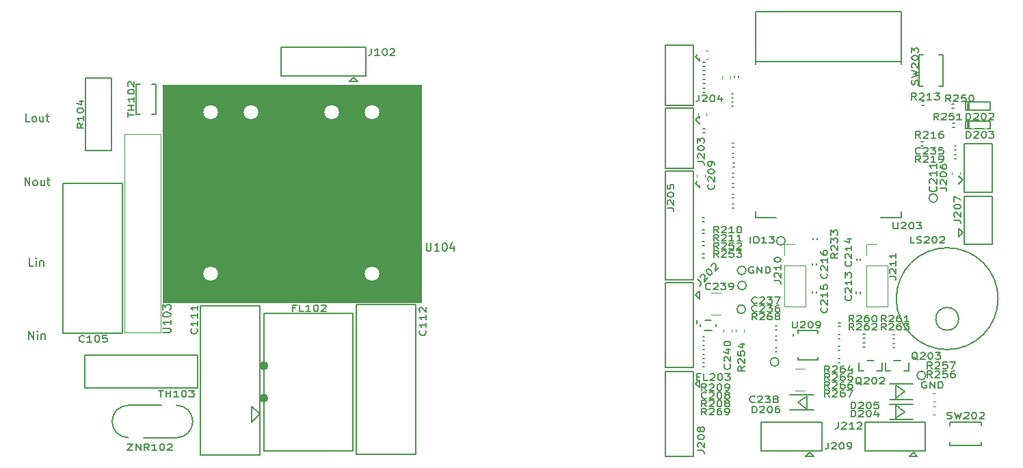
<source format=gbr>
G04 #@! TF.GenerationSoftware,KiCad,Pcbnew,(5.1.6)-1*
G04 #@! TF.CreationDate,2020-08-17T10:20:03+09:00*
G04 #@! TF.ProjectId,spot,73706f74-2e6b-4696-9361-645f70636258,rev?*
G04 #@! TF.SameCoordinates,PX1312d00PYb532b80*
G04 #@! TF.FileFunction,Legend,Top*
G04 #@! TF.FilePolarity,Positive*
%FSLAX46Y46*%
G04 Gerber Fmt 4.6, Leading zero omitted, Abs format (unit mm)*
G04 Created by KiCad (PCBNEW (5.1.6)-1) date 2020-08-17 10:20:03*
%MOMM*%
%LPD*%
G01*
G04 APERTURE LIST*
%ADD10C,0.160000*%
%ADD11C,0.100000*%
%ADD12C,0.150000*%
%ADD13C,0.120000*%
%ADD14C,0.180000*%
%ADD15C,0.200000*%
%ADD16C,0.500000*%
%ADD17C,3.800000*%
%ADD18C,0.700000*%
%ADD19C,1.100000*%
%ADD20C,1.300000*%
%ADD21C,1.800000*%
%ADD22C,3.000000*%
%ADD23C,1.900000*%
%ADD24C,1.050000*%
%ADD25C,0.550000*%
%ADD26O,1.500000X1.500000*%
%ADD27R,1.500000X1.500000*%
G04 APERTURE END LIST*
D10*
X2119047Y41397620D02*
X1642857Y41397620D01*
X1642857Y42397620D01*
X2595238Y41397620D02*
X2500000Y41445239D01*
X2452380Y41492858D01*
X2404761Y41588096D01*
X2404761Y41873810D01*
X2452380Y41969048D01*
X2500000Y42016667D01*
X2595238Y42064286D01*
X2738095Y42064286D01*
X2833333Y42016667D01*
X2880952Y41969048D01*
X2928571Y41873810D01*
X2928571Y41588096D01*
X2880952Y41492858D01*
X2833333Y41445239D01*
X2738095Y41397620D01*
X2595238Y41397620D01*
X3785714Y42064286D02*
X3785714Y41397620D01*
X3357142Y42064286D02*
X3357142Y41540477D01*
X3404761Y41445239D01*
X3500000Y41397620D01*
X3642857Y41397620D01*
X3738095Y41445239D01*
X3785714Y41492858D01*
X4119047Y42064286D02*
X4500000Y42064286D01*
X4261904Y42397620D02*
X4261904Y41540477D01*
X4309523Y41445239D01*
X4404761Y41397620D01*
X4500000Y41397620D01*
X1523809Y33497620D02*
X1523809Y34497620D01*
X2095238Y33497620D01*
X2095238Y34497620D01*
X2714285Y33497620D02*
X2619047Y33545239D01*
X2571428Y33592858D01*
X2523809Y33688096D01*
X2523809Y33973810D01*
X2571428Y34069048D01*
X2619047Y34116667D01*
X2714285Y34164286D01*
X2857142Y34164286D01*
X2952380Y34116667D01*
X3000000Y34069048D01*
X3047619Y33973810D01*
X3047619Y33688096D01*
X3000000Y33592858D01*
X2952380Y33545239D01*
X2857142Y33497620D01*
X2714285Y33497620D01*
X3904761Y34164286D02*
X3904761Y33497620D01*
X3476190Y34164286D02*
X3476190Y33640477D01*
X3523809Y33545239D01*
X3619047Y33497620D01*
X3761904Y33497620D01*
X3857142Y33545239D01*
X3904761Y33592858D01*
X4238095Y34164286D02*
X4619047Y34164286D01*
X4380952Y34497620D02*
X4380952Y33640477D01*
X4428571Y33545239D01*
X4523809Y33497620D01*
X4619047Y33497620D01*
X2569047Y23547620D02*
X2092857Y23547620D01*
X2092857Y24547620D01*
X2902380Y23547620D02*
X2902380Y24214286D01*
X2902380Y24547620D02*
X2854761Y24500000D01*
X2902380Y24452381D01*
X2950000Y24500000D01*
X2902380Y24547620D01*
X2902380Y24452381D01*
X3378571Y24214286D02*
X3378571Y23547620D01*
X3378571Y24119048D02*
X3426190Y24166667D01*
X3521428Y24214286D01*
X3664285Y24214286D01*
X3759523Y24166667D01*
X3807142Y24071429D01*
X3807142Y23547620D01*
X2023809Y14497620D02*
X2023809Y15497620D01*
X2595238Y14497620D01*
X2595238Y15497620D01*
X3071428Y14497620D02*
X3071428Y15164286D01*
X3071428Y15497620D02*
X3023809Y15450000D01*
X3071428Y15402381D01*
X3119047Y15450000D01*
X3071428Y15497620D01*
X3071428Y15402381D01*
X3547619Y15164286D02*
X3547619Y14497620D01*
X3547619Y15069048D02*
X3595238Y15116667D01*
X3690476Y15164286D01*
X3833333Y15164286D01*
X3928571Y15116667D01*
X3976190Y15021429D01*
X3976190Y14497620D01*
X91688095Y23400000D02*
X91592857Y23438096D01*
X91450000Y23438096D01*
X91307142Y23400000D01*
X91211904Y23323810D01*
X91164285Y23247620D01*
X91116666Y23095239D01*
X91116666Y22980953D01*
X91164285Y22828572D01*
X91211904Y22752381D01*
X91307142Y22676191D01*
X91450000Y22638096D01*
X91545238Y22638096D01*
X91688095Y22676191D01*
X91735714Y22714286D01*
X91735714Y22980953D01*
X91545238Y22980953D01*
X92164285Y22638096D02*
X92164285Y23438096D01*
X92735714Y22638096D01*
X92735714Y23438096D01*
X93211904Y22638096D02*
X93211904Y23438096D01*
X93450000Y23438096D01*
X93592857Y23400000D01*
X93688095Y23323810D01*
X93735714Y23247620D01*
X93783333Y23095239D01*
X93783333Y22980953D01*
X93735714Y22828572D01*
X93688095Y22752381D01*
X93592857Y22676191D01*
X93450000Y22638096D01*
X93211904Y22638096D01*
X113088095Y9200000D02*
X112992857Y9238096D01*
X112850000Y9238096D01*
X112707142Y9200000D01*
X112611904Y9123810D01*
X112564285Y9047620D01*
X112516666Y8895239D01*
X112516666Y8780953D01*
X112564285Y8628572D01*
X112611904Y8552381D01*
X112707142Y8476191D01*
X112850000Y8438096D01*
X112945238Y8438096D01*
X113088095Y8476191D01*
X113135714Y8514286D01*
X113135714Y8780953D01*
X112945238Y8780953D01*
X113564285Y8438096D02*
X113564285Y9238096D01*
X114135714Y8438096D01*
X114135714Y9238096D01*
X114611904Y8438096D02*
X114611904Y9238096D01*
X114850000Y9238096D01*
X114992857Y9200000D01*
X115088095Y9123810D01*
X115135714Y9047620D01*
X115183333Y8895239D01*
X115183333Y8780953D01*
X115135714Y8628572D01*
X115088095Y8552381D01*
X114992857Y8476191D01*
X114850000Y8438096D01*
X114611904Y8438096D01*
D11*
G36*
X50600000Y19000000D02*
G01*
X18600000Y19000000D01*
X18600000Y46000000D01*
X50600000Y46000000D01*
X50600000Y19000000D01*
G37*
X50600000Y19000000D02*
X18600000Y19000000D01*
X18600000Y46000000D01*
X50600000Y46000000D01*
X50600000Y19000000D01*
D10*
X91273809Y26388096D02*
X91273809Y27188096D01*
X91940476Y27188096D02*
X92130952Y27188096D01*
X92226190Y27150000D01*
X92321428Y27073810D01*
X92369047Y26921429D01*
X92369047Y26654762D01*
X92321428Y26502381D01*
X92226190Y26426191D01*
X92130952Y26388096D01*
X91940476Y26388096D01*
X91845238Y26426191D01*
X91750000Y26502381D01*
X91702380Y26654762D01*
X91702380Y26921429D01*
X91750000Y27073810D01*
X91845238Y27150000D01*
X91940476Y27188096D01*
X93321428Y26388096D02*
X92750000Y26388096D01*
X93035714Y26388096D02*
X93035714Y27188096D01*
X92940476Y27073810D01*
X92845238Y26997620D01*
X92750000Y26959524D01*
X93654761Y27188096D02*
X94273809Y27188096D01*
X93940476Y26883334D01*
X94083333Y26883334D01*
X94178571Y26845239D01*
X94226190Y26807143D01*
X94273809Y26730953D01*
X94273809Y26540477D01*
X94226190Y26464286D01*
X94178571Y26426191D01*
X94083333Y26388096D01*
X93797619Y26388096D01*
X93702380Y26426191D01*
X93654761Y26464286D01*
X96650000Y15150000D02*
X96650000Y14850000D01*
X97250000Y11950000D02*
X97250000Y12250000D01*
X99650000Y11950000D02*
X99650000Y12250000D01*
X99650000Y15550000D02*
X99650000Y15250000D01*
X97250000Y15550000D02*
X97250000Y15250000D01*
X99650000Y11950000D02*
X97250000Y11950000D01*
X97250000Y15550000D02*
X99650000Y15550000D01*
X97333772Y15550000D02*
G75*
G03*
X97333772Y15550000I-83772J0D01*
G01*
X107650000Y11210000D02*
X107650000Y11610000D01*
X104730000Y11210000D02*
X104730000Y11610000D01*
X106190000Y11860000D02*
X105790000Y11860000D01*
X106190000Y11860000D02*
X106590000Y11860000D01*
X107650000Y10560000D02*
X107650000Y11210000D01*
X104730000Y10560000D02*
X104730000Y11210000D01*
X105380000Y10560000D02*
X104730000Y10560000D01*
X104730000Y10560000D02*
X105380000Y10560000D01*
X107650000Y10560000D02*
X107000000Y10560000D01*
D12*
X92000000Y48800000D02*
X110000000Y48800000D01*
X92000000Y55000000D02*
X92000000Y48500000D01*
D10*
X92000000Y29500000D02*
X92000000Y30300000D01*
D12*
X110000000Y29500000D02*
X110000000Y30300000D01*
X110000000Y55000000D02*
X92000000Y55000000D01*
X110000000Y55000000D02*
X110000000Y48500000D01*
D10*
X92000000Y29500000D02*
X94500000Y29500000D01*
X110000000Y29500000D02*
X107500000Y29500000D01*
D12*
X95638516Y26650000D02*
G75*
G03*
X95638516Y26650000I-538516J0D01*
G01*
D13*
X87840000Y46737221D02*
X87840000Y47062779D01*
X88860000Y46737221D02*
X88860000Y47062779D01*
D12*
X85625000Y11050000D02*
X85425000Y11050000D01*
X85425000Y11550000D02*
X85625000Y11550000D01*
X114513516Y31950000D02*
G75*
G03*
X114513516Y31950000I-538516J0D01*
G01*
X94863516Y11675000D02*
G75*
G03*
X94863516Y11675000I-538516J0D01*
G01*
X90788516Y23000000D02*
G75*
G03*
X90788516Y23000000I-538516J0D01*
G01*
X90738516Y18200000D02*
G75*
G03*
X90738516Y18200000I-538516J0D01*
G01*
X113038516Y10000000D02*
G75*
G03*
X113038516Y10000000I-538516J0D01*
G01*
X90838516Y21125000D02*
G75*
G03*
X90838516Y21125000I-538516J0D01*
G01*
X118200000Y40500000D02*
X118200000Y41400000D01*
X118000000Y41500000D02*
X118400000Y41500000D01*
X118000000Y40500000D02*
X118000000Y41500000D01*
X118400000Y40500000D02*
X118000000Y40500000D01*
D10*
X121000000Y40500000D02*
X118400000Y40500000D01*
X121000000Y41500000D02*
X121000000Y40500000D01*
X118400000Y41500000D02*
X121000000Y41500000D01*
X118400000Y41500000D02*
X118400000Y40500000D01*
D12*
X118200000Y42800000D02*
X118200000Y43700000D01*
X118000000Y43800000D02*
X118400000Y43800000D01*
X118000000Y42800000D02*
X118000000Y43800000D01*
X118400000Y42800000D02*
X118000000Y42800000D01*
D10*
X121000000Y42800000D02*
X118400000Y42800000D01*
X121000000Y43800000D02*
X121000000Y42800000D01*
X118400000Y43800000D02*
X121000000Y43800000D01*
X118400000Y43800000D02*
X118400000Y42800000D01*
D12*
X94650000Y12975000D02*
X94450000Y12975000D01*
X94450000Y13475000D02*
X94650000Y13475000D01*
X102430000Y11585000D02*
X102230000Y11585000D01*
X102230000Y12085000D02*
X102430000Y12085000D01*
X102420000Y13150000D02*
X102220000Y13150000D01*
X102220000Y13650000D02*
X102420000Y13650000D01*
X102440000Y14550000D02*
X102240000Y14550000D01*
X102240000Y15050000D02*
X102440000Y15050000D01*
X102250000Y16530000D02*
X102450000Y16530000D01*
X102450000Y16030000D02*
X102250000Y16030000D01*
X109000000Y13950000D02*
X109200000Y13950000D01*
X109200000Y13450000D02*
X109000000Y13450000D01*
X105300000Y14025000D02*
X105500000Y14025000D01*
X105500000Y13525000D02*
X105300000Y13525000D01*
X108975000Y15075000D02*
X109175000Y15075000D01*
X109175000Y14575000D02*
X108975000Y14575000D01*
X105300000Y15125000D02*
X105500000Y15125000D01*
X105500000Y14625000D02*
X105300000Y14625000D01*
X89100000Y33750000D02*
X89300000Y33750000D01*
X89300000Y33250000D02*
X89100000Y33250000D01*
X89100000Y35050000D02*
X89300000Y35050000D01*
X89300000Y34550000D02*
X89100000Y34550000D01*
D13*
X114237779Y6740000D02*
X113912221Y6740000D01*
X114237779Y7760000D02*
X113912221Y7760000D01*
X114212779Y5140000D02*
X113887221Y5140000D01*
X114212779Y6160000D02*
X113887221Y6160000D01*
X89565000Y15427221D02*
X89565000Y15752779D01*
X90585000Y15427221D02*
X90585000Y15752779D01*
D10*
X110965000Y11220000D02*
X110965000Y11620000D01*
X108045000Y11220000D02*
X108045000Y11620000D01*
X109505000Y11870000D02*
X109105000Y11870000D01*
X109505000Y11870000D02*
X109905000Y11870000D01*
X110965000Y10570000D02*
X110965000Y11220000D01*
X108045000Y10570000D02*
X108045000Y11220000D01*
X108695000Y10570000D02*
X108045000Y10570000D01*
X108045000Y10570000D02*
X108695000Y10570000D01*
X110965000Y10570000D02*
X110315000Y10570000D01*
X113000000Y700000D02*
X113000000Y4200000D01*
X113000000Y4200000D02*
X107000000Y4200000D01*
X113000000Y700000D02*
X107000000Y700000D01*
D12*
X111500000Y500000D02*
X112000000Y0D01*
X112000000Y0D02*
X111000000Y0D01*
X111500000Y500000D02*
X111000000Y0D01*
D10*
X105500000Y700000D02*
X105500000Y4200000D01*
X107000000Y700000D02*
X105500000Y700000D01*
X107000000Y4200000D02*
X105500000Y4200000D01*
X96250000Y7600000D02*
X99150000Y7600000D01*
X99150000Y5700000D02*
X96250000Y5700000D01*
D14*
X97225000Y6650000D02*
X98325000Y5850000D01*
X98325000Y7450000D02*
X97225000Y6650000D01*
X98325000Y5850000D02*
X98325000Y7450000D01*
D10*
X111450000Y7050000D02*
X108550000Y7050000D01*
X108550000Y8950000D02*
X111450000Y8950000D01*
D14*
X110475000Y8000000D02*
X109375000Y8800000D01*
X109375000Y7200000D02*
X110475000Y8000000D01*
X109375000Y8800000D02*
X109375000Y7200000D01*
D10*
X111450000Y4550000D02*
X108550000Y4550000D01*
X108550000Y6450000D02*
X111450000Y6450000D01*
D14*
X110475000Y5500000D02*
X109375000Y6300000D01*
X109375000Y4700000D02*
X110475000Y5500000D01*
X109375000Y6300000D02*
X109375000Y4700000D01*
D13*
X98077064Y10835000D02*
X96872936Y10835000D01*
X98077064Y8115000D02*
X96872936Y8115000D01*
D12*
X94625000Y15675000D02*
X94425000Y15675000D01*
X94425000Y16175000D02*
X94625000Y16175000D01*
X94625000Y14375000D02*
X94425000Y14375000D01*
X94425000Y14875000D02*
X94625000Y14875000D01*
X116600000Y38450000D02*
X116800000Y38450000D01*
X116800000Y37950000D02*
X116600000Y37950000D01*
X117600000Y34200000D02*
X117100000Y34700000D01*
X117100000Y33700000D02*
X117100000Y34700000D01*
X117600000Y34200000D02*
X117100000Y33700000D01*
X117800000Y32700000D02*
X121300000Y32700000D01*
X117800000Y38700000D02*
X121300000Y38700000D01*
D10*
X117800000Y32700000D02*
X117800000Y38700000D01*
X121300000Y38700000D02*
X121300000Y32700000D01*
D13*
X88015000Y15412221D02*
X88015000Y15737779D01*
X89035000Y15412221D02*
X89035000Y15737779D01*
X86497936Y17540000D02*
X87702064Y17540000D01*
X86497936Y20260000D02*
X87702064Y20260000D01*
D12*
X42200000Y46900000D02*
X41700000Y46400000D01*
X42700000Y46400000D02*
X41700000Y46400000D01*
X42200000Y46900000D02*
X42700000Y46400000D01*
X43700000Y47100000D02*
X33200000Y47100000D01*
X33200000Y47100000D02*
X33200000Y50600000D01*
X43700000Y50600000D02*
X33200000Y50600000D01*
X43700000Y47100000D02*
X43700000Y50600000D01*
X117600000Y27700000D02*
X117100000Y28200000D01*
X117100000Y27200000D02*
X117100000Y28200000D01*
X117600000Y27700000D02*
X117100000Y27200000D01*
X117800000Y26200000D02*
X121300000Y26200000D01*
X117800000Y32200000D02*
X121300000Y32200000D01*
D10*
X117800000Y26200000D02*
X117800000Y32200000D01*
X121300000Y32200000D02*
X121300000Y26200000D01*
D12*
X12200000Y46800000D02*
X12200000Y37800000D01*
X9000000Y37800000D02*
X9000000Y46800000D01*
X12200000Y46800000D02*
X9000000Y46800000D01*
X9000000Y46800000D02*
X9000000Y37800000D01*
X9000000Y37800000D02*
X12200000Y37800000D01*
X9900000Y33750000D02*
X13600000Y33750000D01*
X13600000Y33750000D02*
X13600000Y15250000D01*
X13600000Y15250000D02*
X6200000Y15250000D01*
X6200000Y15250000D02*
X6200000Y33750000D01*
X6200000Y33750000D02*
X9900000Y33750000D01*
X20300000Y6300000D02*
G75*
G02*
X22300000Y4300000I0J-2000000D01*
G01*
X22300000Y4300000D02*
G75*
G02*
X20300000Y2300000I-2000000J0D01*
G01*
X14300000Y2300000D02*
G75*
G02*
X12300000Y4300000I0J2000000D01*
G01*
X12300000Y4300000D02*
G75*
G02*
X14300000Y6300000I2000000J0D01*
G01*
X20300000Y2300000D02*
X16200000Y2300000D01*
X14300000Y6300000D02*
X18400000Y6300000D01*
D13*
X50350000Y45950000D02*
X50350000Y19250000D01*
X18650000Y45950000D02*
X18650000Y19250000D01*
X50350000Y19250000D02*
X18650000Y19250000D01*
X50350000Y45950000D02*
X18650000Y45950000D01*
X18300000Y15350000D02*
X18300000Y39850000D01*
X13800000Y39850000D02*
X18300000Y39850000D01*
X13800000Y15350000D02*
X18300000Y15350000D01*
X13800000Y39850000D02*
X13800000Y15350000D01*
D12*
X22900000Y8450000D02*
X22900000Y12550000D01*
X22900000Y12550000D02*
X8900000Y12550000D01*
X8900000Y12550000D02*
X8900000Y8450000D01*
X8900000Y8450000D02*
X22900000Y8450000D01*
X15300000Y46050000D02*
X15800000Y46050000D01*
X15300000Y42350000D02*
X15800000Y42350000D01*
X17700000Y46050000D02*
X17200000Y46050000D01*
X17700000Y42350000D02*
X17200000Y42350000D01*
X15300000Y42350000D02*
X15300000Y46050000D01*
X17700000Y46050000D02*
X17700000Y42350000D01*
X112250000Y45750000D02*
X112700000Y45750000D01*
X112250000Y49650000D02*
X112700000Y49650000D01*
X115150000Y49650000D02*
X114700000Y49650000D01*
X115150000Y45750000D02*
X114700000Y45750000D01*
X112250000Y45750000D02*
X112250000Y49650000D01*
X115150000Y49650000D02*
X115150000Y45750000D01*
X116050000Y4250000D02*
X116050000Y3800000D01*
X119950000Y4250000D02*
X119950000Y3800000D01*
X119950000Y1350000D02*
X119950000Y1800000D01*
X116050000Y1350000D02*
X116050000Y1800000D01*
X116050000Y4250000D02*
X119950000Y4250000D01*
X119950000Y1350000D02*
X116050000Y1350000D01*
X85600000Y24550000D02*
X85400000Y24550000D01*
X85400000Y25050000D02*
X85600000Y25050000D01*
X85600000Y26050000D02*
X85400000Y26050000D01*
X85400000Y26550000D02*
X85600000Y26550000D01*
X116400000Y41250000D02*
X116600000Y41250000D01*
X116600000Y40750000D02*
X116400000Y40750000D01*
X116300000Y43550000D02*
X116500000Y43550000D01*
X116500000Y43050000D02*
X116300000Y43050000D01*
X99080000Y26810000D02*
X99080000Y27010000D01*
X99580000Y27010000D02*
X99580000Y26810000D01*
X89100000Y31250000D02*
X89300000Y31250000D01*
X89300000Y30750000D02*
X89100000Y30750000D01*
X89100000Y32450000D02*
X89300000Y32450000D01*
X89300000Y31950000D02*
X89100000Y31950000D01*
X116615000Y37350000D02*
X116815000Y37350000D01*
X116815000Y36850000D02*
X116615000Y36850000D01*
X89200000Y36275000D02*
X89400000Y36275000D01*
X89400000Y35775000D02*
X89200000Y35775000D01*
X89100000Y37450000D02*
X89300000Y37450000D01*
X89300000Y36950000D02*
X89100000Y36950000D01*
X112500000Y38950000D02*
X112700000Y38950000D01*
X112700000Y38450000D02*
X112500000Y38450000D01*
X89100000Y38750000D02*
X89300000Y38750000D01*
X89300000Y38250000D02*
X89100000Y38250000D01*
X112600000Y43950000D02*
X112800000Y43950000D01*
X112800000Y43450000D02*
X112600000Y43450000D01*
X89225000Y44350000D02*
X89025000Y44350000D01*
X89025000Y44850000D02*
X89225000Y44850000D01*
X85600000Y27550000D02*
X85400000Y27550000D01*
X85400000Y28050000D02*
X85600000Y28050000D01*
X85600000Y29050000D02*
X85400000Y29050000D01*
X85400000Y29550000D02*
X85600000Y29550000D01*
X85425000Y14825000D02*
X85625000Y14825000D01*
X85625000Y14325000D02*
X85425000Y14325000D01*
X85625000Y12125000D02*
X85425000Y12125000D01*
X85425000Y12625000D02*
X85625000Y12625000D01*
X85700000Y46150000D02*
X85500000Y46150000D01*
X85500000Y46650000D02*
X85700000Y46650000D01*
X85700000Y47250000D02*
X85500000Y47250000D01*
X85500000Y47750000D02*
X85700000Y47750000D01*
X85700000Y40050000D02*
X85500000Y40050000D01*
X85500000Y40550000D02*
X85700000Y40550000D01*
X85700000Y45050000D02*
X85500000Y45050000D01*
X85500000Y45550000D02*
X85700000Y45550000D01*
X85700000Y48250000D02*
X85500000Y48250000D01*
X85500000Y48750000D02*
X85700000Y48750000D01*
X122000000Y19500000D02*
G75*
G03*
X122000000Y19500000I-6300000J0D01*
G01*
X117114214Y17000000D02*
G75*
G03*
X117114214Y17000000I-1414214J0D01*
G01*
D13*
X105670000Y24900000D02*
X105670000Y26230000D01*
X105670000Y23630000D02*
X108330000Y23630000D01*
X105670000Y26230000D02*
X107000000Y26230000D01*
X105670000Y18490000D02*
X108330000Y18490000D01*
X108330000Y23630000D02*
X108330000Y18490000D01*
X105670000Y23630000D02*
X105670000Y18490000D01*
X95510000Y24900000D02*
X95510000Y26230000D01*
X95510000Y23630000D02*
X98170000Y23630000D01*
X95510000Y26230000D02*
X96840000Y26230000D01*
X95510000Y18490000D02*
X98170000Y18490000D01*
X98170000Y23630000D02*
X98170000Y18490000D01*
X95510000Y23630000D02*
X95510000Y18490000D01*
D10*
X100200000Y700000D02*
X100200000Y4200000D01*
X100200000Y4200000D02*
X94200000Y4200000D01*
X100200000Y700000D02*
X94200000Y700000D01*
D12*
X98700000Y500000D02*
X99200000Y0D01*
X99200000Y0D02*
X98200000Y0D01*
X98700000Y500000D02*
X98200000Y0D01*
D10*
X92700000Y700000D02*
X92700000Y4200000D01*
X94200000Y700000D02*
X92700000Y700000D01*
X94200000Y4200000D02*
X92700000Y4200000D01*
D12*
X84500000Y9000000D02*
X85000000Y8500000D01*
X85000000Y9500000D02*
X85000000Y8500000D01*
X84500000Y9000000D02*
X85000000Y9500000D01*
X84300000Y10500000D02*
X84300000Y0D01*
X84300000Y0D02*
X80800000Y0D01*
X80800000Y10500000D02*
X80800000Y0D01*
X84300000Y10500000D02*
X80800000Y10500000D01*
X84300000Y35300000D02*
X80800000Y35300000D01*
X80800000Y35300000D02*
X80800000Y24800000D01*
X84300000Y35300000D02*
X84300000Y24800000D01*
X84500000Y33800000D02*
X85000000Y34300000D01*
X85000000Y34300000D02*
X85000000Y33300000D01*
X84500000Y33800000D02*
X85000000Y33300000D01*
X84300000Y21800000D02*
X80800000Y21800000D01*
X84300000Y21800000D02*
X84300000Y24800000D01*
X80800000Y21800000D02*
X80800000Y24800000D01*
D10*
X84300000Y50900000D02*
X80800000Y50900000D01*
X80800000Y50900000D02*
X80800000Y44900000D01*
X84300000Y50900000D02*
X84300000Y44900000D01*
D12*
X84500000Y49400000D02*
X85000000Y49900000D01*
X85000000Y49900000D02*
X85000000Y48900000D01*
X84500000Y49400000D02*
X85000000Y48900000D01*
D10*
X84300000Y43400000D02*
X80800000Y43400000D01*
X84300000Y44900000D02*
X84300000Y43400000D01*
X80800000Y44900000D02*
X80800000Y43400000D01*
X84300000Y43100000D02*
X80800000Y43100000D01*
X80800000Y43100000D02*
X80800000Y37100000D01*
X84300000Y43100000D02*
X84300000Y37100000D01*
D12*
X84500000Y41600000D02*
X85000000Y42100000D01*
X85000000Y42100000D02*
X85000000Y41100000D01*
X84500000Y41600000D02*
X85000000Y41100000D01*
D10*
X84300000Y35600000D02*
X80800000Y35600000D01*
X84300000Y37100000D02*
X84300000Y35600000D01*
X80800000Y37100000D02*
X80800000Y35600000D01*
D12*
X84500000Y20000000D02*
X85000000Y19500000D01*
X85000000Y20500000D02*
X85000000Y19500000D01*
X84500000Y20000000D02*
X85000000Y20500000D01*
X84300000Y21500000D02*
X84300000Y11000000D01*
X84300000Y11000000D02*
X80800000Y11000000D01*
X80800000Y21500000D02*
X80800000Y11000000D01*
X84300000Y21500000D02*
X80800000Y21500000D01*
D10*
X84700000Y16800000D02*
X84700000Y16400000D01*
D12*
X85700000Y16800000D02*
X86500000Y16800000D01*
X85600000Y15600000D02*
X86600000Y15600000D01*
X85100000Y16300000D02*
X85100000Y16100000D01*
X87100000Y16300000D02*
X87100000Y16100000D01*
D15*
X31100000Y700000D02*
X31100000Y17700000D01*
X31100000Y17700000D02*
X42100000Y17700000D01*
X42100000Y17700000D02*
X42100000Y700000D01*
X42100000Y700000D02*
X31100000Y700000D01*
X30600000Y5200000D02*
X29600000Y6200000D01*
X29600000Y6200000D02*
X29600000Y4200000D01*
X29600000Y4200000D02*
X30600000Y5200000D01*
D16*
X31400000Y11200000D02*
G75*
G03*
X31400000Y11200000I-300000J0D01*
G01*
X31400000Y7200000D02*
G75*
G03*
X31400000Y7200000I-300000J0D01*
G01*
D12*
X99530000Y23900000D02*
X99530000Y23700000D01*
X99030000Y23700000D02*
X99030000Y23900000D01*
X99030000Y20200000D02*
X99030000Y20400000D01*
X99530000Y20400000D02*
X99530000Y20200000D01*
X104980000Y24490000D02*
X104980000Y24290000D01*
X104480000Y24290000D02*
X104480000Y24490000D01*
X104450000Y20170000D02*
X104450000Y20370000D01*
X104950000Y20370000D02*
X104950000Y20170000D01*
X89225000Y43350000D02*
X89025000Y43350000D01*
X89025000Y43850000D02*
X89225000Y43850000D01*
D13*
X117310000Y35162779D02*
X117310000Y34837221D01*
X116290000Y35162779D02*
X116290000Y34837221D01*
D12*
X89350000Y46900000D02*
X89350000Y47100000D01*
X89850000Y47100000D02*
X89850000Y46900000D01*
D13*
X85710000Y34862779D02*
X85710000Y34537221D01*
X84690000Y34862779D02*
X84690000Y34537221D01*
D12*
X85425000Y13725000D02*
X85625000Y13725000D01*
X85625000Y13225000D02*
X85425000Y13225000D01*
D13*
X86112779Y49190000D02*
X85787221Y49190000D01*
X86112779Y50210000D02*
X85787221Y50210000D01*
X85910000Y42462779D02*
X85910000Y42137221D01*
X84890000Y42462779D02*
X84890000Y42137221D01*
D12*
X46200000Y250000D02*
X42500000Y250000D01*
X42500000Y250000D02*
X42500000Y18750000D01*
X42500000Y18750000D02*
X49900000Y18750000D01*
X49900000Y18750000D02*
X49900000Y250000D01*
X49900000Y250000D02*
X46200000Y250000D01*
X26900000Y150000D02*
X23200000Y150000D01*
X23200000Y150000D02*
X23200000Y18650000D01*
X23200000Y18650000D02*
X30600000Y18650000D01*
X30600000Y18650000D02*
X30600000Y150000D01*
X30600000Y150000D02*
X26900000Y150000D01*
X96535714Y16688096D02*
X96535714Y16040477D01*
X96583333Y15964286D01*
X96630952Y15926191D01*
X96726190Y15888096D01*
X96916666Y15888096D01*
X97011904Y15926191D01*
X97059523Y15964286D01*
X97107142Y16040477D01*
X97107142Y16688096D01*
X97535714Y16611905D02*
X97583333Y16650000D01*
X97678571Y16688096D01*
X97916666Y16688096D01*
X98011904Y16650000D01*
X98059523Y16611905D01*
X98107142Y16535715D01*
X98107142Y16459524D01*
X98059523Y16345239D01*
X97488095Y15888096D01*
X98107142Y15888096D01*
X98726190Y16688096D02*
X98821428Y16688096D01*
X98916666Y16650000D01*
X98964285Y16611905D01*
X99011904Y16535715D01*
X99059523Y16383334D01*
X99059523Y16192858D01*
X99011904Y16040477D01*
X98964285Y15964286D01*
X98916666Y15926191D01*
X98821428Y15888096D01*
X98726190Y15888096D01*
X98630952Y15926191D01*
X98583333Y15964286D01*
X98535714Y16040477D01*
X98488095Y16192858D01*
X98488095Y16383334D01*
X98535714Y16535715D01*
X98583333Y16611905D01*
X98630952Y16650000D01*
X98726190Y16688096D01*
X99535714Y15888096D02*
X99726190Y15888096D01*
X99821428Y15926191D01*
X99869047Y15964286D01*
X99964285Y16078572D01*
X100011904Y16230953D01*
X100011904Y16535715D01*
X99964285Y16611905D01*
X99916666Y16650000D01*
X99821428Y16688096D01*
X99630952Y16688096D01*
X99535714Y16650000D01*
X99488095Y16611905D01*
X99440476Y16535715D01*
X99440476Y16345239D01*
X99488095Y16269048D01*
X99535714Y16230953D01*
X99630952Y16192858D01*
X99821428Y16192858D01*
X99916666Y16230953D01*
X99964285Y16269048D01*
X100011904Y16345239D01*
X105102380Y8861905D02*
X105007142Y8900000D01*
X104911904Y8976191D01*
X104769047Y9090477D01*
X104673809Y9128572D01*
X104578571Y9128572D01*
X104626190Y8938096D02*
X104530952Y8976191D01*
X104435714Y9052381D01*
X104388095Y9204762D01*
X104388095Y9471429D01*
X104435714Y9623810D01*
X104530952Y9700000D01*
X104626190Y9738096D01*
X104816666Y9738096D01*
X104911904Y9700000D01*
X105007142Y9623810D01*
X105054761Y9471429D01*
X105054761Y9204762D01*
X105007142Y9052381D01*
X104911904Y8976191D01*
X104816666Y8938096D01*
X104626190Y8938096D01*
X105435714Y9661905D02*
X105483333Y9700000D01*
X105578571Y9738096D01*
X105816666Y9738096D01*
X105911904Y9700000D01*
X105959523Y9661905D01*
X106007142Y9585715D01*
X106007142Y9509524D01*
X105959523Y9395239D01*
X105388095Y8938096D01*
X106007142Y8938096D01*
X106626190Y9738096D02*
X106721428Y9738096D01*
X106816666Y9700000D01*
X106864285Y9661905D01*
X106911904Y9585715D01*
X106959523Y9433334D01*
X106959523Y9242858D01*
X106911904Y9090477D01*
X106864285Y9014286D01*
X106816666Y8976191D01*
X106721428Y8938096D01*
X106626190Y8938096D01*
X106530952Y8976191D01*
X106483333Y9014286D01*
X106435714Y9090477D01*
X106388095Y9242858D01*
X106388095Y9433334D01*
X106435714Y9585715D01*
X106483333Y9661905D01*
X106530952Y9700000D01*
X106626190Y9738096D01*
X107340476Y9661905D02*
X107388095Y9700000D01*
X107483333Y9738096D01*
X107721428Y9738096D01*
X107816666Y9700000D01*
X107864285Y9661905D01*
X107911904Y9585715D01*
X107911904Y9509524D01*
X107864285Y9395239D01*
X107292857Y8938096D01*
X107911904Y8938096D01*
X109035714Y28938096D02*
X109035714Y28290477D01*
X109083333Y28214286D01*
X109130952Y28176191D01*
X109226190Y28138096D01*
X109416666Y28138096D01*
X109511904Y28176191D01*
X109559523Y28214286D01*
X109607142Y28290477D01*
X109607142Y28938096D01*
X110035714Y28861905D02*
X110083333Y28900000D01*
X110178571Y28938096D01*
X110416666Y28938096D01*
X110511904Y28900000D01*
X110559523Y28861905D01*
X110607142Y28785715D01*
X110607142Y28709524D01*
X110559523Y28595239D01*
X109988095Y28138096D01*
X110607142Y28138096D01*
X111226190Y28938096D02*
X111321428Y28938096D01*
X111416666Y28900000D01*
X111464285Y28861905D01*
X111511904Y28785715D01*
X111559523Y28633334D01*
X111559523Y28442858D01*
X111511904Y28290477D01*
X111464285Y28214286D01*
X111416666Y28176191D01*
X111321428Y28138096D01*
X111226190Y28138096D01*
X111130952Y28176191D01*
X111083333Y28214286D01*
X111035714Y28290477D01*
X110988095Y28442858D01*
X110988095Y28633334D01*
X111035714Y28785715D01*
X111083333Y28861905D01*
X111130952Y28900000D01*
X111226190Y28938096D01*
X111892857Y28938096D02*
X112511904Y28938096D01*
X112178571Y28633334D01*
X112321428Y28633334D01*
X112416666Y28595239D01*
X112464285Y28557143D01*
X112511904Y28480953D01*
X112511904Y28290477D01*
X112464285Y28214286D01*
X112416666Y28176191D01*
X112321428Y28138096D01*
X112035714Y28138096D01*
X111940476Y28176191D01*
X111892857Y28214286D01*
X85880952Y5138096D02*
X85547619Y5519048D01*
X85309523Y5138096D02*
X85309523Y5938096D01*
X85690476Y5938096D01*
X85785714Y5900000D01*
X85833333Y5861905D01*
X85880952Y5785715D01*
X85880952Y5671429D01*
X85833333Y5595239D01*
X85785714Y5557143D01*
X85690476Y5519048D01*
X85309523Y5519048D01*
X86261904Y5861905D02*
X86309523Y5900000D01*
X86404761Y5938096D01*
X86642857Y5938096D01*
X86738095Y5900000D01*
X86785714Y5861905D01*
X86833333Y5785715D01*
X86833333Y5709524D01*
X86785714Y5595239D01*
X86214285Y5138096D01*
X86833333Y5138096D01*
X87690476Y5938096D02*
X87500000Y5938096D01*
X87404761Y5900000D01*
X87357142Y5861905D01*
X87261904Y5747620D01*
X87214285Y5595239D01*
X87214285Y5290477D01*
X87261904Y5214286D01*
X87309523Y5176191D01*
X87404761Y5138096D01*
X87595238Y5138096D01*
X87690476Y5176191D01*
X87738095Y5214286D01*
X87785714Y5290477D01*
X87785714Y5480953D01*
X87738095Y5557143D01*
X87690476Y5595239D01*
X87595238Y5633334D01*
X87404761Y5633334D01*
X87309523Y5595239D01*
X87261904Y5557143D01*
X87214285Y5480953D01*
X88261904Y5138096D02*
X88452380Y5138096D01*
X88547619Y5176191D01*
X88595238Y5214286D01*
X88690476Y5328572D01*
X88738095Y5480953D01*
X88738095Y5785715D01*
X88690476Y5861905D01*
X88642857Y5900000D01*
X88547619Y5938096D01*
X88357142Y5938096D01*
X88261904Y5900000D01*
X88214285Y5861905D01*
X88166666Y5785715D01*
X88166666Y5595239D01*
X88214285Y5519048D01*
X88261904Y5480953D01*
X88357142Y5442858D01*
X88547619Y5442858D01*
X88642857Y5480953D01*
X88690476Y5519048D01*
X88738095Y5595239D01*
X118059523Y39388096D02*
X118059523Y40188096D01*
X118297619Y40188096D01*
X118440476Y40150000D01*
X118535714Y40073810D01*
X118583333Y39997620D01*
X118630952Y39845239D01*
X118630952Y39730953D01*
X118583333Y39578572D01*
X118535714Y39502381D01*
X118440476Y39426191D01*
X118297619Y39388096D01*
X118059523Y39388096D01*
X119011904Y40111905D02*
X119059523Y40150000D01*
X119154761Y40188096D01*
X119392857Y40188096D01*
X119488095Y40150000D01*
X119535714Y40111905D01*
X119583333Y40035715D01*
X119583333Y39959524D01*
X119535714Y39845239D01*
X118964285Y39388096D01*
X119583333Y39388096D01*
X120202380Y40188096D02*
X120297619Y40188096D01*
X120392857Y40150000D01*
X120440476Y40111905D01*
X120488095Y40035715D01*
X120535714Y39883334D01*
X120535714Y39692858D01*
X120488095Y39540477D01*
X120440476Y39464286D01*
X120392857Y39426191D01*
X120297619Y39388096D01*
X120202380Y39388096D01*
X120107142Y39426191D01*
X120059523Y39464286D01*
X120011904Y39540477D01*
X119964285Y39692858D01*
X119964285Y39883334D01*
X120011904Y40035715D01*
X120059523Y40111905D01*
X120107142Y40150000D01*
X120202380Y40188096D01*
X120869047Y40188096D02*
X121488095Y40188096D01*
X121154761Y39883334D01*
X121297619Y39883334D01*
X121392857Y39845239D01*
X121440476Y39807143D01*
X121488095Y39730953D01*
X121488095Y39540477D01*
X121440476Y39464286D01*
X121392857Y39426191D01*
X121297619Y39388096D01*
X121011904Y39388096D01*
X120916666Y39426191D01*
X120869047Y39464286D01*
X118034523Y41638096D02*
X118034523Y42438096D01*
X118272619Y42438096D01*
X118415476Y42400000D01*
X118510714Y42323810D01*
X118558333Y42247620D01*
X118605952Y42095239D01*
X118605952Y41980953D01*
X118558333Y41828572D01*
X118510714Y41752381D01*
X118415476Y41676191D01*
X118272619Y41638096D01*
X118034523Y41638096D01*
X118986904Y42361905D02*
X119034523Y42400000D01*
X119129761Y42438096D01*
X119367857Y42438096D01*
X119463095Y42400000D01*
X119510714Y42361905D01*
X119558333Y42285715D01*
X119558333Y42209524D01*
X119510714Y42095239D01*
X118939285Y41638096D01*
X119558333Y41638096D01*
X120177380Y42438096D02*
X120272619Y42438096D01*
X120367857Y42400000D01*
X120415476Y42361905D01*
X120463095Y42285715D01*
X120510714Y42133334D01*
X120510714Y41942858D01*
X120463095Y41790477D01*
X120415476Y41714286D01*
X120367857Y41676191D01*
X120272619Y41638096D01*
X120177380Y41638096D01*
X120082142Y41676191D01*
X120034523Y41714286D01*
X119986904Y41790477D01*
X119939285Y41942858D01*
X119939285Y42133334D01*
X119986904Y42285715D01*
X120034523Y42361905D01*
X120082142Y42400000D01*
X120177380Y42438096D01*
X120891666Y42361905D02*
X120939285Y42400000D01*
X121034523Y42438096D01*
X121272619Y42438096D01*
X121367857Y42400000D01*
X121415476Y42361905D01*
X121463095Y42285715D01*
X121463095Y42209524D01*
X121415476Y42095239D01*
X120844047Y41638096D01*
X121463095Y41638096D01*
X92130952Y16888096D02*
X91797619Y17269048D01*
X91559523Y16888096D02*
X91559523Y17688096D01*
X91940476Y17688096D01*
X92035714Y17650000D01*
X92083333Y17611905D01*
X92130952Y17535715D01*
X92130952Y17421429D01*
X92083333Y17345239D01*
X92035714Y17307143D01*
X91940476Y17269048D01*
X91559523Y17269048D01*
X92511904Y17611905D02*
X92559523Y17650000D01*
X92654761Y17688096D01*
X92892857Y17688096D01*
X92988095Y17650000D01*
X93035714Y17611905D01*
X93083333Y17535715D01*
X93083333Y17459524D01*
X93035714Y17345239D01*
X92464285Y16888096D01*
X93083333Y16888096D01*
X93940476Y17688096D02*
X93750000Y17688096D01*
X93654761Y17650000D01*
X93607142Y17611905D01*
X93511904Y17497620D01*
X93464285Y17345239D01*
X93464285Y17040477D01*
X93511904Y16964286D01*
X93559523Y16926191D01*
X93654761Y16888096D01*
X93845238Y16888096D01*
X93940476Y16926191D01*
X93988095Y16964286D01*
X94035714Y17040477D01*
X94035714Y17230953D01*
X93988095Y17307143D01*
X93940476Y17345239D01*
X93845238Y17383334D01*
X93654761Y17383334D01*
X93559523Y17345239D01*
X93511904Y17307143D01*
X93464285Y17230953D01*
X94607142Y17345239D02*
X94511904Y17383334D01*
X94464285Y17421429D01*
X94416666Y17497620D01*
X94416666Y17535715D01*
X94464285Y17611905D01*
X94511904Y17650000D01*
X94607142Y17688096D01*
X94797619Y17688096D01*
X94892857Y17650000D01*
X94940476Y17611905D01*
X94988095Y17535715D01*
X94988095Y17497620D01*
X94940476Y17421429D01*
X94892857Y17383334D01*
X94797619Y17345239D01*
X94607142Y17345239D01*
X94511904Y17307143D01*
X94464285Y17269048D01*
X94416666Y17192858D01*
X94416666Y17040477D01*
X94464285Y16964286D01*
X94511904Y16926191D01*
X94607142Y16888096D01*
X94797619Y16888096D01*
X94892857Y16926191D01*
X94940476Y16964286D01*
X94988095Y17040477D01*
X94988095Y17192858D01*
X94940476Y17269048D01*
X94892857Y17307143D01*
X94797619Y17345239D01*
X101130952Y7388096D02*
X100797619Y7769048D01*
X100559523Y7388096D02*
X100559523Y8188096D01*
X100940476Y8188096D01*
X101035714Y8150000D01*
X101083333Y8111905D01*
X101130952Y8035715D01*
X101130952Y7921429D01*
X101083333Y7845239D01*
X101035714Y7807143D01*
X100940476Y7769048D01*
X100559523Y7769048D01*
X101511904Y8111905D02*
X101559523Y8150000D01*
X101654761Y8188096D01*
X101892857Y8188096D01*
X101988095Y8150000D01*
X102035714Y8111905D01*
X102083333Y8035715D01*
X102083333Y7959524D01*
X102035714Y7845239D01*
X101464285Y7388096D01*
X102083333Y7388096D01*
X102940476Y8188096D02*
X102750000Y8188096D01*
X102654761Y8150000D01*
X102607142Y8111905D01*
X102511904Y7997620D01*
X102464285Y7845239D01*
X102464285Y7540477D01*
X102511904Y7464286D01*
X102559523Y7426191D01*
X102654761Y7388096D01*
X102845238Y7388096D01*
X102940476Y7426191D01*
X102988095Y7464286D01*
X103035714Y7540477D01*
X103035714Y7730953D01*
X102988095Y7807143D01*
X102940476Y7845239D01*
X102845238Y7883334D01*
X102654761Y7883334D01*
X102559523Y7845239D01*
X102511904Y7807143D01*
X102464285Y7730953D01*
X103369047Y8188096D02*
X104035714Y8188096D01*
X103607142Y7388096D01*
X101130952Y8388096D02*
X100797619Y8769048D01*
X100559523Y8388096D02*
X100559523Y9188096D01*
X100940476Y9188096D01*
X101035714Y9150000D01*
X101083333Y9111905D01*
X101130952Y9035715D01*
X101130952Y8921429D01*
X101083333Y8845239D01*
X101035714Y8807143D01*
X100940476Y8769048D01*
X100559523Y8769048D01*
X101511904Y9111905D02*
X101559523Y9150000D01*
X101654761Y9188096D01*
X101892857Y9188096D01*
X101988095Y9150000D01*
X102035714Y9111905D01*
X102083333Y9035715D01*
X102083333Y8959524D01*
X102035714Y8845239D01*
X101464285Y8388096D01*
X102083333Y8388096D01*
X102940476Y9188096D02*
X102750000Y9188096D01*
X102654761Y9150000D01*
X102607142Y9111905D01*
X102511904Y8997620D01*
X102464285Y8845239D01*
X102464285Y8540477D01*
X102511904Y8464286D01*
X102559523Y8426191D01*
X102654761Y8388096D01*
X102845238Y8388096D01*
X102940476Y8426191D01*
X102988095Y8464286D01*
X103035714Y8540477D01*
X103035714Y8730953D01*
X102988095Y8807143D01*
X102940476Y8845239D01*
X102845238Y8883334D01*
X102654761Y8883334D01*
X102559523Y8845239D01*
X102511904Y8807143D01*
X102464285Y8730953D01*
X103892857Y9188096D02*
X103702380Y9188096D01*
X103607142Y9150000D01*
X103559523Y9111905D01*
X103464285Y8997620D01*
X103416666Y8845239D01*
X103416666Y8540477D01*
X103464285Y8464286D01*
X103511904Y8426191D01*
X103607142Y8388096D01*
X103797619Y8388096D01*
X103892857Y8426191D01*
X103940476Y8464286D01*
X103988095Y8540477D01*
X103988095Y8730953D01*
X103940476Y8807143D01*
X103892857Y8845239D01*
X103797619Y8883334D01*
X103607142Y8883334D01*
X103511904Y8845239D01*
X103464285Y8807143D01*
X103416666Y8730953D01*
X101130952Y9388096D02*
X100797619Y9769048D01*
X100559523Y9388096D02*
X100559523Y10188096D01*
X100940476Y10188096D01*
X101035714Y10150000D01*
X101083333Y10111905D01*
X101130952Y10035715D01*
X101130952Y9921429D01*
X101083333Y9845239D01*
X101035714Y9807143D01*
X100940476Y9769048D01*
X100559523Y9769048D01*
X101511904Y10111905D02*
X101559523Y10150000D01*
X101654761Y10188096D01*
X101892857Y10188096D01*
X101988095Y10150000D01*
X102035714Y10111905D01*
X102083333Y10035715D01*
X102083333Y9959524D01*
X102035714Y9845239D01*
X101464285Y9388096D01*
X102083333Y9388096D01*
X102940476Y10188096D02*
X102750000Y10188096D01*
X102654761Y10150000D01*
X102607142Y10111905D01*
X102511904Y9997620D01*
X102464285Y9845239D01*
X102464285Y9540477D01*
X102511904Y9464286D01*
X102559523Y9426191D01*
X102654761Y9388096D01*
X102845238Y9388096D01*
X102940476Y9426191D01*
X102988095Y9464286D01*
X103035714Y9540477D01*
X103035714Y9730953D01*
X102988095Y9807143D01*
X102940476Y9845239D01*
X102845238Y9883334D01*
X102654761Y9883334D01*
X102559523Y9845239D01*
X102511904Y9807143D01*
X102464285Y9730953D01*
X103940476Y10188096D02*
X103464285Y10188096D01*
X103416666Y9807143D01*
X103464285Y9845239D01*
X103559523Y9883334D01*
X103797619Y9883334D01*
X103892857Y9845239D01*
X103940476Y9807143D01*
X103988095Y9730953D01*
X103988095Y9540477D01*
X103940476Y9464286D01*
X103892857Y9426191D01*
X103797619Y9388096D01*
X103559523Y9388096D01*
X103464285Y9426191D01*
X103416666Y9464286D01*
X101130952Y10388096D02*
X100797619Y10769048D01*
X100559523Y10388096D02*
X100559523Y11188096D01*
X100940476Y11188096D01*
X101035714Y11150000D01*
X101083333Y11111905D01*
X101130952Y11035715D01*
X101130952Y10921429D01*
X101083333Y10845239D01*
X101035714Y10807143D01*
X100940476Y10769048D01*
X100559523Y10769048D01*
X101511904Y11111905D02*
X101559523Y11150000D01*
X101654761Y11188096D01*
X101892857Y11188096D01*
X101988095Y11150000D01*
X102035714Y11111905D01*
X102083333Y11035715D01*
X102083333Y10959524D01*
X102035714Y10845239D01*
X101464285Y10388096D01*
X102083333Y10388096D01*
X102940476Y11188096D02*
X102750000Y11188096D01*
X102654761Y11150000D01*
X102607142Y11111905D01*
X102511904Y10997620D01*
X102464285Y10845239D01*
X102464285Y10540477D01*
X102511904Y10464286D01*
X102559523Y10426191D01*
X102654761Y10388096D01*
X102845238Y10388096D01*
X102940476Y10426191D01*
X102988095Y10464286D01*
X103035714Y10540477D01*
X103035714Y10730953D01*
X102988095Y10807143D01*
X102940476Y10845239D01*
X102845238Y10883334D01*
X102654761Y10883334D01*
X102559523Y10845239D01*
X102511904Y10807143D01*
X102464285Y10730953D01*
X103892857Y10921429D02*
X103892857Y10388096D01*
X103654761Y11226191D02*
X103416666Y10654762D01*
X104035714Y10654762D01*
X108130952Y15638096D02*
X107797619Y16019048D01*
X107559523Y15638096D02*
X107559523Y16438096D01*
X107940476Y16438096D01*
X108035714Y16400000D01*
X108083333Y16361905D01*
X108130952Y16285715D01*
X108130952Y16171429D01*
X108083333Y16095239D01*
X108035714Y16057143D01*
X107940476Y16019048D01*
X107559523Y16019048D01*
X108511904Y16361905D02*
X108559523Y16400000D01*
X108654761Y16438096D01*
X108892857Y16438096D01*
X108988095Y16400000D01*
X109035714Y16361905D01*
X109083333Y16285715D01*
X109083333Y16209524D01*
X109035714Y16095239D01*
X108464285Y15638096D01*
X109083333Y15638096D01*
X109940476Y16438096D02*
X109750000Y16438096D01*
X109654761Y16400000D01*
X109607142Y16361905D01*
X109511904Y16247620D01*
X109464285Y16095239D01*
X109464285Y15790477D01*
X109511904Y15714286D01*
X109559523Y15676191D01*
X109654761Y15638096D01*
X109845238Y15638096D01*
X109940476Y15676191D01*
X109988095Y15714286D01*
X110035714Y15790477D01*
X110035714Y15980953D01*
X109988095Y16057143D01*
X109940476Y16095239D01*
X109845238Y16133334D01*
X109654761Y16133334D01*
X109559523Y16095239D01*
X109511904Y16057143D01*
X109464285Y15980953D01*
X110369047Y16438096D02*
X110988095Y16438096D01*
X110654761Y16133334D01*
X110797619Y16133334D01*
X110892857Y16095239D01*
X110940476Y16057143D01*
X110988095Y15980953D01*
X110988095Y15790477D01*
X110940476Y15714286D01*
X110892857Y15676191D01*
X110797619Y15638096D01*
X110511904Y15638096D01*
X110416666Y15676191D01*
X110369047Y15714286D01*
X104130952Y15638096D02*
X103797619Y16019048D01*
X103559523Y15638096D02*
X103559523Y16438096D01*
X103940476Y16438096D01*
X104035714Y16400000D01*
X104083333Y16361905D01*
X104130952Y16285715D01*
X104130952Y16171429D01*
X104083333Y16095239D01*
X104035714Y16057143D01*
X103940476Y16019048D01*
X103559523Y16019048D01*
X104511904Y16361905D02*
X104559523Y16400000D01*
X104654761Y16438096D01*
X104892857Y16438096D01*
X104988095Y16400000D01*
X105035714Y16361905D01*
X105083333Y16285715D01*
X105083333Y16209524D01*
X105035714Y16095239D01*
X104464285Y15638096D01*
X105083333Y15638096D01*
X105940476Y16438096D02*
X105750000Y16438096D01*
X105654761Y16400000D01*
X105607142Y16361905D01*
X105511904Y16247620D01*
X105464285Y16095239D01*
X105464285Y15790477D01*
X105511904Y15714286D01*
X105559523Y15676191D01*
X105654761Y15638096D01*
X105845238Y15638096D01*
X105940476Y15676191D01*
X105988095Y15714286D01*
X106035714Y15790477D01*
X106035714Y15980953D01*
X105988095Y16057143D01*
X105940476Y16095239D01*
X105845238Y16133334D01*
X105654761Y16133334D01*
X105559523Y16095239D01*
X105511904Y16057143D01*
X105464285Y15980953D01*
X106416666Y16361905D02*
X106464285Y16400000D01*
X106559523Y16438096D01*
X106797619Y16438096D01*
X106892857Y16400000D01*
X106940476Y16361905D01*
X106988095Y16285715D01*
X106988095Y16209524D01*
X106940476Y16095239D01*
X106369047Y15638096D01*
X106988095Y15638096D01*
X108130952Y16638096D02*
X107797619Y17019048D01*
X107559523Y16638096D02*
X107559523Y17438096D01*
X107940476Y17438096D01*
X108035714Y17400000D01*
X108083333Y17361905D01*
X108130952Y17285715D01*
X108130952Y17171429D01*
X108083333Y17095239D01*
X108035714Y17057143D01*
X107940476Y17019048D01*
X107559523Y17019048D01*
X108511904Y17361905D02*
X108559523Y17400000D01*
X108654761Y17438096D01*
X108892857Y17438096D01*
X108988095Y17400000D01*
X109035714Y17361905D01*
X109083333Y17285715D01*
X109083333Y17209524D01*
X109035714Y17095239D01*
X108464285Y16638096D01*
X109083333Y16638096D01*
X109940476Y17438096D02*
X109750000Y17438096D01*
X109654761Y17400000D01*
X109607142Y17361905D01*
X109511904Y17247620D01*
X109464285Y17095239D01*
X109464285Y16790477D01*
X109511904Y16714286D01*
X109559523Y16676191D01*
X109654761Y16638096D01*
X109845238Y16638096D01*
X109940476Y16676191D01*
X109988095Y16714286D01*
X110035714Y16790477D01*
X110035714Y16980953D01*
X109988095Y17057143D01*
X109940476Y17095239D01*
X109845238Y17133334D01*
X109654761Y17133334D01*
X109559523Y17095239D01*
X109511904Y17057143D01*
X109464285Y16980953D01*
X110988095Y16638096D02*
X110416666Y16638096D01*
X110702380Y16638096D02*
X110702380Y17438096D01*
X110607142Y17323810D01*
X110511904Y17247620D01*
X110416666Y17209524D01*
X104130952Y16638096D02*
X103797619Y17019048D01*
X103559523Y16638096D02*
X103559523Y17438096D01*
X103940476Y17438096D01*
X104035714Y17400000D01*
X104083333Y17361905D01*
X104130952Y17285715D01*
X104130952Y17171429D01*
X104083333Y17095239D01*
X104035714Y17057143D01*
X103940476Y17019048D01*
X103559523Y17019048D01*
X104511904Y17361905D02*
X104559523Y17400000D01*
X104654761Y17438096D01*
X104892857Y17438096D01*
X104988095Y17400000D01*
X105035714Y17361905D01*
X105083333Y17285715D01*
X105083333Y17209524D01*
X105035714Y17095239D01*
X104464285Y16638096D01*
X105083333Y16638096D01*
X105940476Y17438096D02*
X105750000Y17438096D01*
X105654761Y17400000D01*
X105607142Y17361905D01*
X105511904Y17247620D01*
X105464285Y17095239D01*
X105464285Y16790477D01*
X105511904Y16714286D01*
X105559523Y16676191D01*
X105654761Y16638096D01*
X105845238Y16638096D01*
X105940476Y16676191D01*
X105988095Y16714286D01*
X106035714Y16790477D01*
X106035714Y16980953D01*
X105988095Y17057143D01*
X105940476Y17095239D01*
X105845238Y17133334D01*
X105654761Y17133334D01*
X105559523Y17095239D01*
X105511904Y17057143D01*
X105464285Y16980953D01*
X106654761Y17438096D02*
X106750000Y17438096D01*
X106845238Y17400000D01*
X106892857Y17361905D01*
X106940476Y17285715D01*
X106988095Y17133334D01*
X106988095Y16942858D01*
X106940476Y16790477D01*
X106892857Y16714286D01*
X106845238Y16676191D01*
X106750000Y16638096D01*
X106654761Y16638096D01*
X106559523Y16676191D01*
X106511904Y16714286D01*
X106464285Y16790477D01*
X106416666Y16942858D01*
X106416666Y17133334D01*
X106464285Y17285715D01*
X106511904Y17361905D01*
X106559523Y17400000D01*
X106654761Y17438096D01*
X113830952Y10838096D02*
X113497619Y11219048D01*
X113259523Y10838096D02*
X113259523Y11638096D01*
X113640476Y11638096D01*
X113735714Y11600000D01*
X113783333Y11561905D01*
X113830952Y11485715D01*
X113830952Y11371429D01*
X113783333Y11295239D01*
X113735714Y11257143D01*
X113640476Y11219048D01*
X113259523Y11219048D01*
X114211904Y11561905D02*
X114259523Y11600000D01*
X114354761Y11638096D01*
X114592857Y11638096D01*
X114688095Y11600000D01*
X114735714Y11561905D01*
X114783333Y11485715D01*
X114783333Y11409524D01*
X114735714Y11295239D01*
X114164285Y10838096D01*
X114783333Y10838096D01*
X115688095Y11638096D02*
X115211904Y11638096D01*
X115164285Y11257143D01*
X115211904Y11295239D01*
X115307142Y11333334D01*
X115545238Y11333334D01*
X115640476Y11295239D01*
X115688095Y11257143D01*
X115735714Y11180953D01*
X115735714Y10990477D01*
X115688095Y10914286D01*
X115640476Y10876191D01*
X115545238Y10838096D01*
X115307142Y10838096D01*
X115211904Y10876191D01*
X115164285Y10914286D01*
X116069047Y11638096D02*
X116735714Y11638096D01*
X116307142Y10838096D01*
X113830952Y9738096D02*
X113497619Y10119048D01*
X113259523Y9738096D02*
X113259523Y10538096D01*
X113640476Y10538096D01*
X113735714Y10500000D01*
X113783333Y10461905D01*
X113830952Y10385715D01*
X113830952Y10271429D01*
X113783333Y10195239D01*
X113735714Y10157143D01*
X113640476Y10119048D01*
X113259523Y10119048D01*
X114211904Y10461905D02*
X114259523Y10500000D01*
X114354761Y10538096D01*
X114592857Y10538096D01*
X114688095Y10500000D01*
X114735714Y10461905D01*
X114783333Y10385715D01*
X114783333Y10309524D01*
X114735714Y10195239D01*
X114164285Y9738096D01*
X114783333Y9738096D01*
X115688095Y10538096D02*
X115211904Y10538096D01*
X115164285Y10157143D01*
X115211904Y10195239D01*
X115307142Y10233334D01*
X115545238Y10233334D01*
X115640476Y10195239D01*
X115688095Y10157143D01*
X115735714Y10080953D01*
X115735714Y9890477D01*
X115688095Y9814286D01*
X115640476Y9776191D01*
X115545238Y9738096D01*
X115307142Y9738096D01*
X115211904Y9776191D01*
X115164285Y9814286D01*
X116592857Y10538096D02*
X116402380Y10538096D01*
X116307142Y10500000D01*
X116259523Y10461905D01*
X116164285Y10347620D01*
X116116666Y10195239D01*
X116116666Y9890477D01*
X116164285Y9814286D01*
X116211904Y9776191D01*
X116307142Y9738096D01*
X116497619Y9738096D01*
X116592857Y9776191D01*
X116640476Y9814286D01*
X116688095Y9890477D01*
X116688095Y10080953D01*
X116640476Y10157143D01*
X116592857Y10195239D01*
X116497619Y10233334D01*
X116307142Y10233334D01*
X116211904Y10195239D01*
X116164285Y10157143D01*
X116116666Y10080953D01*
X90611904Y11130953D02*
X90230952Y10797620D01*
X90611904Y10559524D02*
X89811904Y10559524D01*
X89811904Y10940477D01*
X89850000Y11035715D01*
X89888095Y11083334D01*
X89964285Y11130953D01*
X90078571Y11130953D01*
X90154761Y11083334D01*
X90192857Y11035715D01*
X90230952Y10940477D01*
X90230952Y10559524D01*
X89888095Y11511905D02*
X89850000Y11559524D01*
X89811904Y11654762D01*
X89811904Y11892858D01*
X89850000Y11988096D01*
X89888095Y12035715D01*
X89964285Y12083334D01*
X90040476Y12083334D01*
X90154761Y12035715D01*
X90611904Y11464286D01*
X90611904Y12083334D01*
X89811904Y12988096D02*
X89811904Y12511905D01*
X90192857Y12464286D01*
X90154761Y12511905D01*
X90116666Y12607143D01*
X90116666Y12845239D01*
X90154761Y12940477D01*
X90192857Y12988096D01*
X90269047Y13035715D01*
X90459523Y13035715D01*
X90535714Y12988096D01*
X90573809Y12940477D01*
X90611904Y12845239D01*
X90611904Y12607143D01*
X90573809Y12511905D01*
X90535714Y12464286D01*
X90078571Y13892858D02*
X90611904Y13892858D01*
X89773809Y13654762D02*
X90345238Y13416667D01*
X90345238Y14035715D01*
X112052380Y11961905D02*
X111957142Y12000000D01*
X111861904Y12076191D01*
X111719047Y12190477D01*
X111623809Y12228572D01*
X111528571Y12228572D01*
X111576190Y12038096D02*
X111480952Y12076191D01*
X111385714Y12152381D01*
X111338095Y12304762D01*
X111338095Y12571429D01*
X111385714Y12723810D01*
X111480952Y12800000D01*
X111576190Y12838096D01*
X111766666Y12838096D01*
X111861904Y12800000D01*
X111957142Y12723810D01*
X112004761Y12571429D01*
X112004761Y12304762D01*
X111957142Y12152381D01*
X111861904Y12076191D01*
X111766666Y12038096D01*
X111576190Y12038096D01*
X112385714Y12761905D02*
X112433333Y12800000D01*
X112528571Y12838096D01*
X112766666Y12838096D01*
X112861904Y12800000D01*
X112909523Y12761905D01*
X112957142Y12685715D01*
X112957142Y12609524D01*
X112909523Y12495239D01*
X112338095Y12038096D01*
X112957142Y12038096D01*
X113576190Y12838096D02*
X113671428Y12838096D01*
X113766666Y12800000D01*
X113814285Y12761905D01*
X113861904Y12685715D01*
X113909523Y12533334D01*
X113909523Y12342858D01*
X113861904Y12190477D01*
X113814285Y12114286D01*
X113766666Y12076191D01*
X113671428Y12038096D01*
X113576190Y12038096D01*
X113480952Y12076191D01*
X113433333Y12114286D01*
X113385714Y12190477D01*
X113338095Y12342858D01*
X113338095Y12533334D01*
X113385714Y12685715D01*
X113433333Y12761905D01*
X113480952Y12800000D01*
X113576190Y12838096D01*
X114242857Y12838096D02*
X114861904Y12838096D01*
X114528571Y12533334D01*
X114671428Y12533334D01*
X114766666Y12495239D01*
X114814285Y12457143D01*
X114861904Y12380953D01*
X114861904Y12190477D01*
X114814285Y12114286D01*
X114766666Y12076191D01*
X114671428Y12038096D01*
X114385714Y12038096D01*
X114290476Y12076191D01*
X114242857Y12114286D01*
X102214285Y4188096D02*
X102214285Y3616667D01*
X102166666Y3502381D01*
X102071428Y3426191D01*
X101928571Y3388096D01*
X101833333Y3388096D01*
X102642857Y4111905D02*
X102690476Y4150000D01*
X102785714Y4188096D01*
X103023809Y4188096D01*
X103119047Y4150000D01*
X103166666Y4111905D01*
X103214285Y4035715D01*
X103214285Y3959524D01*
X103166666Y3845239D01*
X102595238Y3388096D01*
X103214285Y3388096D01*
X104166666Y3388096D02*
X103595238Y3388096D01*
X103880952Y3388096D02*
X103880952Y4188096D01*
X103785714Y4073810D01*
X103690476Y3997620D01*
X103595238Y3959524D01*
X104547619Y4111905D02*
X104595238Y4150000D01*
X104690476Y4188096D01*
X104928571Y4188096D01*
X105023809Y4150000D01*
X105071428Y4111905D01*
X105119047Y4035715D01*
X105119047Y3959524D01*
X105071428Y3845239D01*
X104500000Y3388096D01*
X105119047Y3388096D01*
X91559523Y5388096D02*
X91559523Y6188096D01*
X91797619Y6188096D01*
X91940476Y6150000D01*
X92035714Y6073810D01*
X92083333Y5997620D01*
X92130952Y5845239D01*
X92130952Y5730953D01*
X92083333Y5578572D01*
X92035714Y5502381D01*
X91940476Y5426191D01*
X91797619Y5388096D01*
X91559523Y5388096D01*
X92511904Y6111905D02*
X92559523Y6150000D01*
X92654761Y6188096D01*
X92892857Y6188096D01*
X92988095Y6150000D01*
X93035714Y6111905D01*
X93083333Y6035715D01*
X93083333Y5959524D01*
X93035714Y5845239D01*
X92464285Y5388096D01*
X93083333Y5388096D01*
X93702380Y6188096D02*
X93797619Y6188096D01*
X93892857Y6150000D01*
X93940476Y6111905D01*
X93988095Y6035715D01*
X94035714Y5883334D01*
X94035714Y5692858D01*
X93988095Y5540477D01*
X93940476Y5464286D01*
X93892857Y5426191D01*
X93797619Y5388096D01*
X93702380Y5388096D01*
X93607142Y5426191D01*
X93559523Y5464286D01*
X93511904Y5540477D01*
X93464285Y5692858D01*
X93464285Y5883334D01*
X93511904Y6035715D01*
X93559523Y6111905D01*
X93607142Y6150000D01*
X93702380Y6188096D01*
X94892857Y6188096D02*
X94702380Y6188096D01*
X94607142Y6150000D01*
X94559523Y6111905D01*
X94464285Y5997620D01*
X94416666Y5845239D01*
X94416666Y5540477D01*
X94464285Y5464286D01*
X94511904Y5426191D01*
X94607142Y5388096D01*
X94797619Y5388096D01*
X94892857Y5426191D01*
X94940476Y5464286D01*
X94988095Y5540477D01*
X94988095Y5730953D01*
X94940476Y5807143D01*
X94892857Y5845239D01*
X94797619Y5883334D01*
X94607142Y5883334D01*
X94511904Y5845239D01*
X94464285Y5807143D01*
X94416666Y5730953D01*
X103809523Y5888096D02*
X103809523Y6688096D01*
X104047619Y6688096D01*
X104190476Y6650000D01*
X104285714Y6573810D01*
X104333333Y6497620D01*
X104380952Y6345239D01*
X104380952Y6230953D01*
X104333333Y6078572D01*
X104285714Y6002381D01*
X104190476Y5926191D01*
X104047619Y5888096D01*
X103809523Y5888096D01*
X104761904Y6611905D02*
X104809523Y6650000D01*
X104904761Y6688096D01*
X105142857Y6688096D01*
X105238095Y6650000D01*
X105285714Y6611905D01*
X105333333Y6535715D01*
X105333333Y6459524D01*
X105285714Y6345239D01*
X104714285Y5888096D01*
X105333333Y5888096D01*
X105952380Y6688096D02*
X106047619Y6688096D01*
X106142857Y6650000D01*
X106190476Y6611905D01*
X106238095Y6535715D01*
X106285714Y6383334D01*
X106285714Y6192858D01*
X106238095Y6040477D01*
X106190476Y5964286D01*
X106142857Y5926191D01*
X106047619Y5888096D01*
X105952380Y5888096D01*
X105857142Y5926191D01*
X105809523Y5964286D01*
X105761904Y6040477D01*
X105714285Y6192858D01*
X105714285Y6383334D01*
X105761904Y6535715D01*
X105809523Y6611905D01*
X105857142Y6650000D01*
X105952380Y6688096D01*
X107190476Y6688096D02*
X106714285Y6688096D01*
X106666666Y6307143D01*
X106714285Y6345239D01*
X106809523Y6383334D01*
X107047619Y6383334D01*
X107142857Y6345239D01*
X107190476Y6307143D01*
X107238095Y6230953D01*
X107238095Y6040477D01*
X107190476Y5964286D01*
X107142857Y5926191D01*
X107047619Y5888096D01*
X106809523Y5888096D01*
X106714285Y5926191D01*
X106666666Y5964286D01*
X103809523Y4888096D02*
X103809523Y5688096D01*
X104047619Y5688096D01*
X104190476Y5650000D01*
X104285714Y5573810D01*
X104333333Y5497620D01*
X104380952Y5345239D01*
X104380952Y5230953D01*
X104333333Y5078572D01*
X104285714Y5002381D01*
X104190476Y4926191D01*
X104047619Y4888096D01*
X103809523Y4888096D01*
X104761904Y5611905D02*
X104809523Y5650000D01*
X104904761Y5688096D01*
X105142857Y5688096D01*
X105238095Y5650000D01*
X105285714Y5611905D01*
X105333333Y5535715D01*
X105333333Y5459524D01*
X105285714Y5345239D01*
X104714285Y4888096D01*
X105333333Y4888096D01*
X105952380Y5688096D02*
X106047619Y5688096D01*
X106142857Y5650000D01*
X106190476Y5611905D01*
X106238095Y5535715D01*
X106285714Y5383334D01*
X106285714Y5192858D01*
X106238095Y5040477D01*
X106190476Y4964286D01*
X106142857Y4926191D01*
X106047619Y4888096D01*
X105952380Y4888096D01*
X105857142Y4926191D01*
X105809523Y4964286D01*
X105761904Y5040477D01*
X105714285Y5192858D01*
X105714285Y5383334D01*
X105761904Y5535715D01*
X105809523Y5611905D01*
X105857142Y5650000D01*
X105952380Y5688096D01*
X107142857Y5421429D02*
X107142857Y4888096D01*
X106904761Y5726191D02*
X106666666Y5154762D01*
X107285714Y5154762D01*
X91880952Y6714286D02*
X91833333Y6676191D01*
X91690476Y6638096D01*
X91595238Y6638096D01*
X91452380Y6676191D01*
X91357142Y6752381D01*
X91309523Y6828572D01*
X91261904Y6980953D01*
X91261904Y7095239D01*
X91309523Y7247620D01*
X91357142Y7323810D01*
X91452380Y7400000D01*
X91595238Y7438096D01*
X91690476Y7438096D01*
X91833333Y7400000D01*
X91880952Y7361905D01*
X92261904Y7361905D02*
X92309523Y7400000D01*
X92404761Y7438096D01*
X92642857Y7438096D01*
X92738095Y7400000D01*
X92785714Y7361905D01*
X92833333Y7285715D01*
X92833333Y7209524D01*
X92785714Y7095239D01*
X92214285Y6638096D01*
X92833333Y6638096D01*
X93166666Y7438096D02*
X93785714Y7438096D01*
X93452380Y7133334D01*
X93595238Y7133334D01*
X93690476Y7095239D01*
X93738095Y7057143D01*
X93785714Y6980953D01*
X93785714Y6790477D01*
X93738095Y6714286D01*
X93690476Y6676191D01*
X93595238Y6638096D01*
X93309523Y6638096D01*
X93214285Y6676191D01*
X93166666Y6714286D01*
X94357142Y7095239D02*
X94261904Y7133334D01*
X94214285Y7171429D01*
X94166666Y7247620D01*
X94166666Y7285715D01*
X94214285Y7361905D01*
X94261904Y7400000D01*
X94357142Y7438096D01*
X94547619Y7438096D01*
X94642857Y7400000D01*
X94690476Y7361905D01*
X94738095Y7285715D01*
X94738095Y7247620D01*
X94690476Y7171429D01*
X94642857Y7133334D01*
X94547619Y7095239D01*
X94357142Y7095239D01*
X94261904Y7057143D01*
X94214285Y7019048D01*
X94166666Y6942858D01*
X94166666Y6790477D01*
X94214285Y6714286D01*
X94261904Y6676191D01*
X94357142Y6638096D01*
X94547619Y6638096D01*
X94642857Y6676191D01*
X94690476Y6714286D01*
X94738095Y6790477D01*
X94738095Y6942858D01*
X94690476Y7019048D01*
X94642857Y7057143D01*
X94547619Y7095239D01*
X92130952Y18964286D02*
X92083333Y18926191D01*
X91940476Y18888096D01*
X91845238Y18888096D01*
X91702380Y18926191D01*
X91607142Y19002381D01*
X91559523Y19078572D01*
X91511904Y19230953D01*
X91511904Y19345239D01*
X91559523Y19497620D01*
X91607142Y19573810D01*
X91702380Y19650000D01*
X91845238Y19688096D01*
X91940476Y19688096D01*
X92083333Y19650000D01*
X92130952Y19611905D01*
X92511904Y19611905D02*
X92559523Y19650000D01*
X92654761Y19688096D01*
X92892857Y19688096D01*
X92988095Y19650000D01*
X93035714Y19611905D01*
X93083333Y19535715D01*
X93083333Y19459524D01*
X93035714Y19345239D01*
X92464285Y18888096D01*
X93083333Y18888096D01*
X93416666Y19688096D02*
X94035714Y19688096D01*
X93702380Y19383334D01*
X93845238Y19383334D01*
X93940476Y19345239D01*
X93988095Y19307143D01*
X94035714Y19230953D01*
X94035714Y19040477D01*
X93988095Y18964286D01*
X93940476Y18926191D01*
X93845238Y18888096D01*
X93559523Y18888096D01*
X93464285Y18926191D01*
X93416666Y18964286D01*
X94369047Y19688096D02*
X95035714Y19688096D01*
X94607142Y18888096D01*
X92130952Y17964286D02*
X92083333Y17926191D01*
X91940476Y17888096D01*
X91845238Y17888096D01*
X91702380Y17926191D01*
X91607142Y18002381D01*
X91559523Y18078572D01*
X91511904Y18230953D01*
X91511904Y18345239D01*
X91559523Y18497620D01*
X91607142Y18573810D01*
X91702380Y18650000D01*
X91845238Y18688096D01*
X91940476Y18688096D01*
X92083333Y18650000D01*
X92130952Y18611905D01*
X92511904Y18611905D02*
X92559523Y18650000D01*
X92654761Y18688096D01*
X92892857Y18688096D01*
X92988095Y18650000D01*
X93035714Y18611905D01*
X93083333Y18535715D01*
X93083333Y18459524D01*
X93035714Y18345239D01*
X92464285Y17888096D01*
X93083333Y17888096D01*
X93416666Y18688096D02*
X94035714Y18688096D01*
X93702380Y18383334D01*
X93845238Y18383334D01*
X93940476Y18345239D01*
X93988095Y18307143D01*
X94035714Y18230953D01*
X94035714Y18040477D01*
X93988095Y17964286D01*
X93940476Y17926191D01*
X93845238Y17888096D01*
X93559523Y17888096D01*
X93464285Y17926191D01*
X93416666Y17964286D01*
X94892857Y18688096D02*
X94702380Y18688096D01*
X94607142Y18650000D01*
X94559523Y18611905D01*
X94464285Y18497620D01*
X94416666Y18345239D01*
X94416666Y18040477D01*
X94464285Y17964286D01*
X94511904Y17926191D01*
X94607142Y17888096D01*
X94797619Y17888096D01*
X94892857Y17926191D01*
X94940476Y17964286D01*
X94988095Y18040477D01*
X94988095Y18230953D01*
X94940476Y18307143D01*
X94892857Y18345239D01*
X94797619Y18383334D01*
X94607142Y18383334D01*
X94511904Y18345239D01*
X94464285Y18307143D01*
X94416666Y18230953D01*
X112380952Y37464286D02*
X112333333Y37426191D01*
X112190476Y37388096D01*
X112095238Y37388096D01*
X111952380Y37426191D01*
X111857142Y37502381D01*
X111809523Y37578572D01*
X111761904Y37730953D01*
X111761904Y37845239D01*
X111809523Y37997620D01*
X111857142Y38073810D01*
X111952380Y38150000D01*
X112095238Y38188096D01*
X112190476Y38188096D01*
X112333333Y38150000D01*
X112380952Y38111905D01*
X112761904Y38111905D02*
X112809523Y38150000D01*
X112904761Y38188096D01*
X113142857Y38188096D01*
X113238095Y38150000D01*
X113285714Y38111905D01*
X113333333Y38035715D01*
X113333333Y37959524D01*
X113285714Y37845239D01*
X112714285Y37388096D01*
X113333333Y37388096D01*
X113666666Y38188096D02*
X114285714Y38188096D01*
X113952380Y37883334D01*
X114095238Y37883334D01*
X114190476Y37845239D01*
X114238095Y37807143D01*
X114285714Y37730953D01*
X114285714Y37540477D01*
X114238095Y37464286D01*
X114190476Y37426191D01*
X114095238Y37388096D01*
X113809523Y37388096D01*
X113714285Y37426191D01*
X113666666Y37464286D01*
X115190476Y38188096D02*
X114714285Y38188096D01*
X114666666Y37807143D01*
X114714285Y37845239D01*
X114809523Y37883334D01*
X115047619Y37883334D01*
X115142857Y37845239D01*
X115190476Y37807143D01*
X115238095Y37730953D01*
X115238095Y37540477D01*
X115190476Y37464286D01*
X115142857Y37426191D01*
X115047619Y37388096D01*
X114809523Y37388096D01*
X114714285Y37426191D01*
X114666666Y37464286D01*
X114811904Y33214286D02*
X115383333Y33214286D01*
X115497619Y33166667D01*
X115573809Y33071429D01*
X115611904Y32928572D01*
X115611904Y32833334D01*
X114888095Y33642858D02*
X114850000Y33690477D01*
X114811904Y33785715D01*
X114811904Y34023810D01*
X114850000Y34119048D01*
X114888095Y34166667D01*
X114964285Y34214286D01*
X115040476Y34214286D01*
X115154761Y34166667D01*
X115611904Y33595239D01*
X115611904Y34214286D01*
X114811904Y34833334D02*
X114811904Y34928572D01*
X114850000Y35023810D01*
X114888095Y35071429D01*
X114964285Y35119048D01*
X115116666Y35166667D01*
X115307142Y35166667D01*
X115459523Y35119048D01*
X115535714Y35071429D01*
X115573809Y35023810D01*
X115611904Y34928572D01*
X115611904Y34833334D01*
X115573809Y34738096D01*
X115535714Y34690477D01*
X115459523Y34642858D01*
X115307142Y34595239D01*
X115116666Y34595239D01*
X114964285Y34642858D01*
X114888095Y34690477D01*
X114850000Y34738096D01*
X114811904Y34833334D01*
X114811904Y36023810D02*
X114811904Y35833334D01*
X114850000Y35738096D01*
X114888095Y35690477D01*
X115002380Y35595239D01*
X115154761Y35547620D01*
X115459523Y35547620D01*
X115535714Y35595239D01*
X115573809Y35642858D01*
X115611904Y35738096D01*
X115611904Y35928572D01*
X115573809Y36023810D01*
X115535714Y36071429D01*
X115459523Y36119048D01*
X115269047Y36119048D01*
X115192857Y36071429D01*
X115154761Y36023810D01*
X115116666Y35928572D01*
X115116666Y35738096D01*
X115154761Y35642858D01*
X115192857Y35595239D01*
X115269047Y35547620D01*
X88785714Y11380953D02*
X88823809Y11333334D01*
X88861904Y11190477D01*
X88861904Y11095239D01*
X88823809Y10952381D01*
X88747619Y10857143D01*
X88671428Y10809524D01*
X88519047Y10761905D01*
X88404761Y10761905D01*
X88252380Y10809524D01*
X88176190Y10857143D01*
X88100000Y10952381D01*
X88061904Y11095239D01*
X88061904Y11190477D01*
X88100000Y11333334D01*
X88138095Y11380953D01*
X88138095Y11761905D02*
X88100000Y11809524D01*
X88061904Y11904762D01*
X88061904Y12142858D01*
X88100000Y12238096D01*
X88138095Y12285715D01*
X88214285Y12333334D01*
X88290476Y12333334D01*
X88404761Y12285715D01*
X88861904Y11714286D01*
X88861904Y12333334D01*
X88328571Y13190477D02*
X88861904Y13190477D01*
X88023809Y12952381D02*
X88595238Y12714286D01*
X88595238Y13333334D01*
X88061904Y13904762D02*
X88061904Y14000000D01*
X88100000Y14095239D01*
X88138095Y14142858D01*
X88214285Y14190477D01*
X88366666Y14238096D01*
X88557142Y14238096D01*
X88709523Y14190477D01*
X88785714Y14142858D01*
X88823809Y14095239D01*
X88861904Y14000000D01*
X88861904Y13904762D01*
X88823809Y13809524D01*
X88785714Y13761905D01*
X88709523Y13714286D01*
X88557142Y13666667D01*
X88366666Y13666667D01*
X88214285Y13714286D01*
X88138095Y13761905D01*
X88100000Y13809524D01*
X88061904Y13904762D01*
X86380952Y20714286D02*
X86333333Y20676191D01*
X86190476Y20638096D01*
X86095238Y20638096D01*
X85952380Y20676191D01*
X85857142Y20752381D01*
X85809523Y20828572D01*
X85761904Y20980953D01*
X85761904Y21095239D01*
X85809523Y21247620D01*
X85857142Y21323810D01*
X85952380Y21400000D01*
X86095238Y21438096D01*
X86190476Y21438096D01*
X86333333Y21400000D01*
X86380952Y21361905D01*
X86761904Y21361905D02*
X86809523Y21400000D01*
X86904761Y21438096D01*
X87142857Y21438096D01*
X87238095Y21400000D01*
X87285714Y21361905D01*
X87333333Y21285715D01*
X87333333Y21209524D01*
X87285714Y21095239D01*
X86714285Y20638096D01*
X87333333Y20638096D01*
X87666666Y21438096D02*
X88285714Y21438096D01*
X87952380Y21133334D01*
X88095238Y21133334D01*
X88190476Y21095239D01*
X88238095Y21057143D01*
X88285714Y20980953D01*
X88285714Y20790477D01*
X88238095Y20714286D01*
X88190476Y20676191D01*
X88095238Y20638096D01*
X87809523Y20638096D01*
X87714285Y20676191D01*
X87666666Y20714286D01*
X88761904Y20638096D02*
X88952380Y20638096D01*
X89047619Y20676191D01*
X89095238Y20714286D01*
X89190476Y20828572D01*
X89238095Y20980953D01*
X89238095Y21285715D01*
X89190476Y21361905D01*
X89142857Y21400000D01*
X89047619Y21438096D01*
X88857142Y21438096D01*
X88761904Y21400000D01*
X88714285Y21361905D01*
X88666666Y21285715D01*
X88666666Y21095239D01*
X88714285Y21019048D01*
X88761904Y20980953D01*
X88857142Y20942858D01*
X89047619Y20942858D01*
X89142857Y20980953D01*
X89190476Y21019048D01*
X89238095Y21095239D01*
X44414285Y50438096D02*
X44414285Y49866667D01*
X44366666Y49752381D01*
X44271428Y49676191D01*
X44128571Y49638096D01*
X44033333Y49638096D01*
X45414285Y49638096D02*
X44842857Y49638096D01*
X45128571Y49638096D02*
X45128571Y50438096D01*
X45033333Y50323810D01*
X44938095Y50247620D01*
X44842857Y50209524D01*
X46033333Y50438096D02*
X46128571Y50438096D01*
X46223809Y50400000D01*
X46271428Y50361905D01*
X46319047Y50285715D01*
X46366666Y50133334D01*
X46366666Y49942858D01*
X46319047Y49790477D01*
X46271428Y49714286D01*
X46223809Y49676191D01*
X46128571Y49638096D01*
X46033333Y49638096D01*
X45938095Y49676191D01*
X45890476Y49714286D01*
X45842857Y49790477D01*
X45795238Y49942858D01*
X45795238Y50133334D01*
X45842857Y50285715D01*
X45890476Y50361905D01*
X45938095Y50400000D01*
X46033333Y50438096D01*
X46747619Y50361905D02*
X46795238Y50400000D01*
X46890476Y50438096D01*
X47128571Y50438096D01*
X47223809Y50400000D01*
X47271428Y50361905D01*
X47319047Y50285715D01*
X47319047Y50209524D01*
X47271428Y50095239D01*
X46700000Y49638096D01*
X47319047Y49638096D01*
X116561904Y29214286D02*
X117133333Y29214286D01*
X117247619Y29166667D01*
X117323809Y29071429D01*
X117361904Y28928572D01*
X117361904Y28833334D01*
X116638095Y29642858D02*
X116600000Y29690477D01*
X116561904Y29785715D01*
X116561904Y30023810D01*
X116600000Y30119048D01*
X116638095Y30166667D01*
X116714285Y30214286D01*
X116790476Y30214286D01*
X116904761Y30166667D01*
X117361904Y29595239D01*
X117361904Y30214286D01*
X116561904Y30833334D02*
X116561904Y30928572D01*
X116600000Y31023810D01*
X116638095Y31071429D01*
X116714285Y31119048D01*
X116866666Y31166667D01*
X117057142Y31166667D01*
X117209523Y31119048D01*
X117285714Y31071429D01*
X117323809Y31023810D01*
X117361904Y30928572D01*
X117361904Y30833334D01*
X117323809Y30738096D01*
X117285714Y30690477D01*
X117209523Y30642858D01*
X117057142Y30595239D01*
X116866666Y30595239D01*
X116714285Y30642858D01*
X116638095Y30690477D01*
X116600000Y30738096D01*
X116561904Y30833334D01*
X116561904Y31500000D02*
X116561904Y32166667D01*
X117361904Y31738096D01*
X8761904Y41180953D02*
X8380952Y40847620D01*
X8761904Y40609524D02*
X7961904Y40609524D01*
X7961904Y40990477D01*
X8000000Y41085715D01*
X8038095Y41133334D01*
X8114285Y41180953D01*
X8228571Y41180953D01*
X8304761Y41133334D01*
X8342857Y41085715D01*
X8380952Y40990477D01*
X8380952Y40609524D01*
X8761904Y42133334D02*
X8761904Y41561905D01*
X8761904Y41847620D02*
X7961904Y41847620D01*
X8076190Y41752381D01*
X8152380Y41657143D01*
X8190476Y41561905D01*
X7961904Y42752381D02*
X7961904Y42847620D01*
X8000000Y42942858D01*
X8038095Y42990477D01*
X8114285Y43038096D01*
X8266666Y43085715D01*
X8457142Y43085715D01*
X8609523Y43038096D01*
X8685714Y42990477D01*
X8723809Y42942858D01*
X8761904Y42847620D01*
X8761904Y42752381D01*
X8723809Y42657143D01*
X8685714Y42609524D01*
X8609523Y42561905D01*
X8457142Y42514286D01*
X8266666Y42514286D01*
X8114285Y42561905D01*
X8038095Y42609524D01*
X8000000Y42657143D01*
X7961904Y42752381D01*
X8228571Y43942858D02*
X8761904Y43942858D01*
X7923809Y43704762D02*
X8495238Y43466667D01*
X8495238Y44085715D01*
X8830952Y14214286D02*
X8783333Y14176191D01*
X8640476Y14138096D01*
X8545238Y14138096D01*
X8402380Y14176191D01*
X8307142Y14252381D01*
X8259523Y14328572D01*
X8211904Y14480953D01*
X8211904Y14595239D01*
X8259523Y14747620D01*
X8307142Y14823810D01*
X8402380Y14900000D01*
X8545238Y14938096D01*
X8640476Y14938096D01*
X8783333Y14900000D01*
X8830952Y14861905D01*
X9783333Y14138096D02*
X9211904Y14138096D01*
X9497619Y14138096D02*
X9497619Y14938096D01*
X9402380Y14823810D01*
X9307142Y14747620D01*
X9211904Y14709524D01*
X10402380Y14938096D02*
X10497619Y14938096D01*
X10592857Y14900000D01*
X10640476Y14861905D01*
X10688095Y14785715D01*
X10735714Y14633334D01*
X10735714Y14442858D01*
X10688095Y14290477D01*
X10640476Y14214286D01*
X10592857Y14176191D01*
X10497619Y14138096D01*
X10402380Y14138096D01*
X10307142Y14176191D01*
X10259523Y14214286D01*
X10211904Y14290477D01*
X10164285Y14442858D01*
X10164285Y14633334D01*
X10211904Y14785715D01*
X10259523Y14861905D01*
X10307142Y14900000D01*
X10402380Y14938096D01*
X11640476Y14938096D02*
X11164285Y14938096D01*
X11116666Y14557143D01*
X11164285Y14595239D01*
X11259523Y14633334D01*
X11497619Y14633334D01*
X11592857Y14595239D01*
X11640476Y14557143D01*
X11688095Y14480953D01*
X11688095Y14290477D01*
X11640476Y14214286D01*
X11592857Y14176191D01*
X11497619Y14138096D01*
X11259523Y14138096D01*
X11164285Y14176191D01*
X11116666Y14214286D01*
X14214285Y1538096D02*
X14880952Y1538096D01*
X14214285Y738096D01*
X14880952Y738096D01*
X15261904Y738096D02*
X15261904Y1538096D01*
X15833333Y738096D01*
X15833333Y1538096D01*
X16880952Y738096D02*
X16547619Y1119048D01*
X16309523Y738096D02*
X16309523Y1538096D01*
X16690476Y1538096D01*
X16785714Y1500000D01*
X16833333Y1461905D01*
X16880952Y1385715D01*
X16880952Y1271429D01*
X16833333Y1195239D01*
X16785714Y1157143D01*
X16690476Y1119048D01*
X16309523Y1119048D01*
X17833333Y738096D02*
X17261904Y738096D01*
X17547619Y738096D02*
X17547619Y1538096D01*
X17452380Y1423810D01*
X17357142Y1347620D01*
X17261904Y1309524D01*
X18452380Y1538096D02*
X18547619Y1538096D01*
X18642857Y1500000D01*
X18690476Y1461905D01*
X18738095Y1385715D01*
X18785714Y1233334D01*
X18785714Y1042858D01*
X18738095Y890477D01*
X18690476Y814286D01*
X18642857Y776191D01*
X18547619Y738096D01*
X18452380Y738096D01*
X18357142Y776191D01*
X18309523Y814286D01*
X18261904Y890477D01*
X18214285Y1042858D01*
X18214285Y1233334D01*
X18261904Y1385715D01*
X18309523Y1461905D01*
X18357142Y1500000D01*
X18452380Y1538096D01*
X19166666Y1461905D02*
X19214285Y1500000D01*
X19309523Y1538096D01*
X19547619Y1538096D01*
X19642857Y1500000D01*
X19690476Y1461905D01*
X19738095Y1385715D01*
X19738095Y1309524D01*
X19690476Y1195239D01*
X19119047Y738096D01*
X19738095Y738096D01*
X51235714Y26397620D02*
X51235714Y25588096D01*
X51283333Y25492858D01*
X51330952Y25445239D01*
X51426190Y25397620D01*
X51616666Y25397620D01*
X51711904Y25445239D01*
X51759523Y25492858D01*
X51807142Y25588096D01*
X51807142Y26397620D01*
X52807142Y25397620D02*
X52235714Y25397620D01*
X52521428Y25397620D02*
X52521428Y26397620D01*
X52426190Y26254762D01*
X52330952Y26159524D01*
X52235714Y26111905D01*
X53426190Y26397620D02*
X53521428Y26397620D01*
X53616666Y26350000D01*
X53664285Y26302381D01*
X53711904Y26207143D01*
X53759523Y26016667D01*
X53759523Y25778572D01*
X53711904Y25588096D01*
X53664285Y25492858D01*
X53616666Y25445239D01*
X53521428Y25397620D01*
X53426190Y25397620D01*
X53330952Y25445239D01*
X53283333Y25492858D01*
X53235714Y25588096D01*
X53188095Y25778572D01*
X53188095Y26016667D01*
X53235714Y26207143D01*
X53283333Y26302381D01*
X53330952Y26350000D01*
X53426190Y26397620D01*
X54616666Y26064286D02*
X54616666Y25397620D01*
X54378571Y26445239D02*
X54140476Y25730953D01*
X54759523Y25730953D01*
X18552380Y15285715D02*
X19361904Y15285715D01*
X19457142Y15333334D01*
X19504761Y15380953D01*
X19552380Y15476191D01*
X19552380Y15666667D01*
X19504761Y15761905D01*
X19457142Y15809524D01*
X19361904Y15857143D01*
X18552380Y15857143D01*
X19552380Y16857143D02*
X19552380Y16285715D01*
X19552380Y16571429D02*
X18552380Y16571429D01*
X18695238Y16476191D01*
X18790476Y16380953D01*
X18838095Y16285715D01*
X18552380Y17476191D02*
X18552380Y17571429D01*
X18600000Y17666667D01*
X18647619Y17714286D01*
X18742857Y17761905D01*
X18933333Y17809524D01*
X19171428Y17809524D01*
X19361904Y17761905D01*
X19457142Y17714286D01*
X19504761Y17666667D01*
X19552380Y17571429D01*
X19552380Y17476191D01*
X19504761Y17380953D01*
X19457142Y17333334D01*
X19361904Y17285715D01*
X19171428Y17238096D01*
X18933333Y17238096D01*
X18742857Y17285715D01*
X18647619Y17333334D01*
X18600000Y17380953D01*
X18552380Y17476191D01*
X18552380Y18142858D02*
X18552380Y18761905D01*
X18933333Y18428572D01*
X18933333Y18571429D01*
X18980952Y18666667D01*
X19028571Y18714286D01*
X19123809Y18761905D01*
X19361904Y18761905D01*
X19457142Y18714286D01*
X19504761Y18666667D01*
X19552380Y18571429D01*
X19552380Y18285715D01*
X19504761Y18190477D01*
X19457142Y18142858D01*
X18061904Y8138096D02*
X18633333Y8138096D01*
X18347619Y7338096D02*
X18347619Y8138096D01*
X18966666Y7338096D02*
X18966666Y8138096D01*
X18966666Y7757143D02*
X19538095Y7757143D01*
X19538095Y7338096D02*
X19538095Y8138096D01*
X20538095Y7338096D02*
X19966666Y7338096D01*
X20252380Y7338096D02*
X20252380Y8138096D01*
X20157142Y8023810D01*
X20061904Y7947620D01*
X19966666Y7909524D01*
X21157142Y8138096D02*
X21252380Y8138096D01*
X21347619Y8100000D01*
X21395238Y8061905D01*
X21442857Y7985715D01*
X21490476Y7833334D01*
X21490476Y7642858D01*
X21442857Y7490477D01*
X21395238Y7414286D01*
X21347619Y7376191D01*
X21252380Y7338096D01*
X21157142Y7338096D01*
X21061904Y7376191D01*
X21014285Y7414286D01*
X20966666Y7490477D01*
X20919047Y7642858D01*
X20919047Y7833334D01*
X20966666Y7985715D01*
X21014285Y8061905D01*
X21061904Y8100000D01*
X21157142Y8138096D01*
X21823809Y8138096D02*
X22442857Y8138096D01*
X22109523Y7833334D01*
X22252380Y7833334D01*
X22347619Y7795239D01*
X22395238Y7757143D01*
X22442857Y7680953D01*
X22442857Y7490477D01*
X22395238Y7414286D01*
X22347619Y7376191D01*
X22252380Y7338096D01*
X21966666Y7338096D01*
X21871428Y7376191D01*
X21823809Y7414286D01*
X14261904Y41961905D02*
X14261904Y42533334D01*
X15061904Y42247620D02*
X14261904Y42247620D01*
X15061904Y42866667D02*
X14261904Y42866667D01*
X14642857Y42866667D02*
X14642857Y43438096D01*
X15061904Y43438096D02*
X14261904Y43438096D01*
X15061904Y44438096D02*
X15061904Y43866667D01*
X15061904Y44152381D02*
X14261904Y44152381D01*
X14376190Y44057143D01*
X14452380Y43961905D01*
X14490476Y43866667D01*
X14261904Y45057143D02*
X14261904Y45152381D01*
X14300000Y45247620D01*
X14338095Y45295239D01*
X14414285Y45342858D01*
X14566666Y45390477D01*
X14757142Y45390477D01*
X14909523Y45342858D01*
X14985714Y45295239D01*
X15023809Y45247620D01*
X15061904Y45152381D01*
X15061904Y45057143D01*
X15023809Y44961905D01*
X14985714Y44914286D01*
X14909523Y44866667D01*
X14757142Y44819048D01*
X14566666Y44819048D01*
X14414285Y44866667D01*
X14338095Y44914286D01*
X14300000Y44961905D01*
X14261904Y45057143D01*
X14338095Y45771429D02*
X14300000Y45819048D01*
X14261904Y45914286D01*
X14261904Y46152381D01*
X14300000Y46247620D01*
X14338095Y46295239D01*
X14414285Y46342858D01*
X14490476Y46342858D01*
X14604761Y46295239D01*
X15061904Y45723810D01*
X15061904Y46342858D01*
X112073809Y45964286D02*
X112111904Y46107143D01*
X112111904Y46345239D01*
X112073809Y46440477D01*
X112035714Y46488096D01*
X111959523Y46535715D01*
X111883333Y46535715D01*
X111807142Y46488096D01*
X111769047Y46440477D01*
X111730952Y46345239D01*
X111692857Y46154762D01*
X111654761Y46059524D01*
X111616666Y46011905D01*
X111540476Y45964286D01*
X111464285Y45964286D01*
X111388095Y46011905D01*
X111350000Y46059524D01*
X111311904Y46154762D01*
X111311904Y46392858D01*
X111350000Y46535715D01*
X111311904Y46869048D02*
X112111904Y47107143D01*
X111540476Y47297620D01*
X112111904Y47488096D01*
X111311904Y47726191D01*
X111388095Y48059524D02*
X111350000Y48107143D01*
X111311904Y48202381D01*
X111311904Y48440477D01*
X111350000Y48535715D01*
X111388095Y48583334D01*
X111464285Y48630953D01*
X111540476Y48630953D01*
X111654761Y48583334D01*
X112111904Y48011905D01*
X112111904Y48630953D01*
X111311904Y49250000D02*
X111311904Y49345239D01*
X111350000Y49440477D01*
X111388095Y49488096D01*
X111464285Y49535715D01*
X111616666Y49583334D01*
X111807142Y49583334D01*
X111959523Y49535715D01*
X112035714Y49488096D01*
X112073809Y49440477D01*
X112111904Y49345239D01*
X112111904Y49250000D01*
X112073809Y49154762D01*
X112035714Y49107143D01*
X111959523Y49059524D01*
X111807142Y49011905D01*
X111616666Y49011905D01*
X111464285Y49059524D01*
X111388095Y49107143D01*
X111350000Y49154762D01*
X111311904Y49250000D01*
X111311904Y49916667D02*
X111311904Y50535715D01*
X111616666Y50202381D01*
X111616666Y50345239D01*
X111654761Y50440477D01*
X111692857Y50488096D01*
X111769047Y50535715D01*
X111959523Y50535715D01*
X112035714Y50488096D01*
X112073809Y50440477D01*
X112111904Y50345239D01*
X112111904Y50059524D01*
X112073809Y49964286D01*
X112035714Y49916667D01*
X115714285Y4676191D02*
X115857142Y4638096D01*
X116095238Y4638096D01*
X116190476Y4676191D01*
X116238095Y4714286D01*
X116285714Y4790477D01*
X116285714Y4866667D01*
X116238095Y4942858D01*
X116190476Y4980953D01*
X116095238Y5019048D01*
X115904761Y5057143D01*
X115809523Y5095239D01*
X115761904Y5133334D01*
X115714285Y5209524D01*
X115714285Y5285715D01*
X115761904Y5361905D01*
X115809523Y5400000D01*
X115904761Y5438096D01*
X116142857Y5438096D01*
X116285714Y5400000D01*
X116619047Y5438096D02*
X116857142Y4638096D01*
X117047619Y5209524D01*
X117238095Y4638096D01*
X117476190Y5438096D01*
X117809523Y5361905D02*
X117857142Y5400000D01*
X117952380Y5438096D01*
X118190476Y5438096D01*
X118285714Y5400000D01*
X118333333Y5361905D01*
X118380952Y5285715D01*
X118380952Y5209524D01*
X118333333Y5095239D01*
X117761904Y4638096D01*
X118380952Y4638096D01*
X119000000Y5438096D02*
X119095238Y5438096D01*
X119190476Y5400000D01*
X119238095Y5361905D01*
X119285714Y5285715D01*
X119333333Y5133334D01*
X119333333Y4942858D01*
X119285714Y4790477D01*
X119238095Y4714286D01*
X119190476Y4676191D01*
X119095238Y4638096D01*
X119000000Y4638096D01*
X118904761Y4676191D01*
X118857142Y4714286D01*
X118809523Y4790477D01*
X118761904Y4942858D01*
X118761904Y5133334D01*
X118809523Y5285715D01*
X118857142Y5361905D01*
X118904761Y5400000D01*
X119000000Y5438096D01*
X119714285Y5361905D02*
X119761904Y5400000D01*
X119857142Y5438096D01*
X120095238Y5438096D01*
X120190476Y5400000D01*
X120238095Y5361905D01*
X120285714Y5285715D01*
X120285714Y5209524D01*
X120238095Y5095239D01*
X119666666Y4638096D01*
X120285714Y4638096D01*
X87380952Y24638096D02*
X87047619Y25019048D01*
X86809523Y24638096D02*
X86809523Y25438096D01*
X87190476Y25438096D01*
X87285714Y25400000D01*
X87333333Y25361905D01*
X87380952Y25285715D01*
X87380952Y25171429D01*
X87333333Y25095239D01*
X87285714Y25057143D01*
X87190476Y25019048D01*
X86809523Y25019048D01*
X87761904Y25361905D02*
X87809523Y25400000D01*
X87904761Y25438096D01*
X88142857Y25438096D01*
X88238095Y25400000D01*
X88285714Y25361905D01*
X88333333Y25285715D01*
X88333333Y25209524D01*
X88285714Y25095239D01*
X87714285Y24638096D01*
X88333333Y24638096D01*
X89238095Y25438096D02*
X88761904Y25438096D01*
X88714285Y25057143D01*
X88761904Y25095239D01*
X88857142Y25133334D01*
X89095238Y25133334D01*
X89190476Y25095239D01*
X89238095Y25057143D01*
X89285714Y24980953D01*
X89285714Y24790477D01*
X89238095Y24714286D01*
X89190476Y24676191D01*
X89095238Y24638096D01*
X88857142Y24638096D01*
X88761904Y24676191D01*
X88714285Y24714286D01*
X89619047Y25438096D02*
X90238095Y25438096D01*
X89904761Y25133334D01*
X90047619Y25133334D01*
X90142857Y25095239D01*
X90190476Y25057143D01*
X90238095Y24980953D01*
X90238095Y24790477D01*
X90190476Y24714286D01*
X90142857Y24676191D01*
X90047619Y24638096D01*
X89761904Y24638096D01*
X89666666Y24676191D01*
X89619047Y24714286D01*
X87380952Y25638096D02*
X87047619Y26019048D01*
X86809523Y25638096D02*
X86809523Y26438096D01*
X87190476Y26438096D01*
X87285714Y26400000D01*
X87333333Y26361905D01*
X87380952Y26285715D01*
X87380952Y26171429D01*
X87333333Y26095239D01*
X87285714Y26057143D01*
X87190476Y26019048D01*
X86809523Y26019048D01*
X87761904Y26361905D02*
X87809523Y26400000D01*
X87904761Y26438096D01*
X88142857Y26438096D01*
X88238095Y26400000D01*
X88285714Y26361905D01*
X88333333Y26285715D01*
X88333333Y26209524D01*
X88285714Y26095239D01*
X87714285Y25638096D01*
X88333333Y25638096D01*
X89238095Y26438096D02*
X88761904Y26438096D01*
X88714285Y26057143D01*
X88761904Y26095239D01*
X88857142Y26133334D01*
X89095238Y26133334D01*
X89190476Y26095239D01*
X89238095Y26057143D01*
X89285714Y25980953D01*
X89285714Y25790477D01*
X89238095Y25714286D01*
X89190476Y25676191D01*
X89095238Y25638096D01*
X88857142Y25638096D01*
X88761904Y25676191D01*
X88714285Y25714286D01*
X89666666Y26361905D02*
X89714285Y26400000D01*
X89809523Y26438096D01*
X90047619Y26438096D01*
X90142857Y26400000D01*
X90190476Y26361905D01*
X90238095Y26285715D01*
X90238095Y26209524D01*
X90190476Y26095239D01*
X89619047Y25638096D01*
X90238095Y25638096D01*
X114630952Y41638096D02*
X114297619Y42019048D01*
X114059523Y41638096D02*
X114059523Y42438096D01*
X114440476Y42438096D01*
X114535714Y42400000D01*
X114583333Y42361905D01*
X114630952Y42285715D01*
X114630952Y42171429D01*
X114583333Y42095239D01*
X114535714Y42057143D01*
X114440476Y42019048D01*
X114059523Y42019048D01*
X115011904Y42361905D02*
X115059523Y42400000D01*
X115154761Y42438096D01*
X115392857Y42438096D01*
X115488095Y42400000D01*
X115535714Y42361905D01*
X115583333Y42285715D01*
X115583333Y42209524D01*
X115535714Y42095239D01*
X114964285Y41638096D01*
X115583333Y41638096D01*
X116488095Y42438096D02*
X116011904Y42438096D01*
X115964285Y42057143D01*
X116011904Y42095239D01*
X116107142Y42133334D01*
X116345238Y42133334D01*
X116440476Y42095239D01*
X116488095Y42057143D01*
X116535714Y41980953D01*
X116535714Y41790477D01*
X116488095Y41714286D01*
X116440476Y41676191D01*
X116345238Y41638096D01*
X116107142Y41638096D01*
X116011904Y41676191D01*
X115964285Y41714286D01*
X117488095Y41638096D02*
X116916666Y41638096D01*
X117202380Y41638096D02*
X117202380Y42438096D01*
X117107142Y42323810D01*
X117011904Y42247620D01*
X116916666Y42209524D01*
X116130952Y43888096D02*
X115797619Y44269048D01*
X115559523Y43888096D02*
X115559523Y44688096D01*
X115940476Y44688096D01*
X116035714Y44650000D01*
X116083333Y44611905D01*
X116130952Y44535715D01*
X116130952Y44421429D01*
X116083333Y44345239D01*
X116035714Y44307143D01*
X115940476Y44269048D01*
X115559523Y44269048D01*
X116511904Y44611905D02*
X116559523Y44650000D01*
X116654761Y44688096D01*
X116892857Y44688096D01*
X116988095Y44650000D01*
X117035714Y44611905D01*
X117083333Y44535715D01*
X117083333Y44459524D01*
X117035714Y44345239D01*
X116464285Y43888096D01*
X117083333Y43888096D01*
X117988095Y44688096D02*
X117511904Y44688096D01*
X117464285Y44307143D01*
X117511904Y44345239D01*
X117607142Y44383334D01*
X117845238Y44383334D01*
X117940476Y44345239D01*
X117988095Y44307143D01*
X118035714Y44230953D01*
X118035714Y44040477D01*
X117988095Y43964286D01*
X117940476Y43926191D01*
X117845238Y43888096D01*
X117607142Y43888096D01*
X117511904Y43926191D01*
X117464285Y43964286D01*
X118654761Y44688096D02*
X118750000Y44688096D01*
X118845238Y44650000D01*
X118892857Y44611905D01*
X118940476Y44535715D01*
X118988095Y44383334D01*
X118988095Y44192858D01*
X118940476Y44040477D01*
X118892857Y43964286D01*
X118845238Y43926191D01*
X118750000Y43888096D01*
X118654761Y43888096D01*
X118559523Y43926191D01*
X118511904Y43964286D01*
X118464285Y44040477D01*
X118416666Y44192858D01*
X118416666Y44383334D01*
X118464285Y44535715D01*
X118511904Y44611905D01*
X118559523Y44650000D01*
X118654761Y44688096D01*
X102111904Y25130953D02*
X101730952Y24797620D01*
X102111904Y24559524D02*
X101311904Y24559524D01*
X101311904Y24940477D01*
X101350000Y25035715D01*
X101388095Y25083334D01*
X101464285Y25130953D01*
X101578571Y25130953D01*
X101654761Y25083334D01*
X101692857Y25035715D01*
X101730952Y24940477D01*
X101730952Y24559524D01*
X101388095Y25511905D02*
X101350000Y25559524D01*
X101311904Y25654762D01*
X101311904Y25892858D01*
X101350000Y25988096D01*
X101388095Y26035715D01*
X101464285Y26083334D01*
X101540476Y26083334D01*
X101654761Y26035715D01*
X102111904Y25464286D01*
X102111904Y26083334D01*
X101311904Y26416667D02*
X101311904Y27035715D01*
X101616666Y26702381D01*
X101616666Y26845239D01*
X101654761Y26940477D01*
X101692857Y26988096D01*
X101769047Y27035715D01*
X101959523Y27035715D01*
X102035714Y26988096D01*
X102073809Y26940477D01*
X102111904Y26845239D01*
X102111904Y26559524D01*
X102073809Y26464286D01*
X102035714Y26416667D01*
X101311904Y27369048D02*
X101311904Y27988096D01*
X101616666Y27654762D01*
X101616666Y27797620D01*
X101654761Y27892858D01*
X101692857Y27940477D01*
X101769047Y27988096D01*
X101959523Y27988096D01*
X102035714Y27940477D01*
X102073809Y27892858D01*
X102111904Y27797620D01*
X102111904Y27511905D01*
X102073809Y27416667D01*
X102035714Y27369048D01*
X112380952Y36388096D02*
X112047619Y36769048D01*
X111809523Y36388096D02*
X111809523Y37188096D01*
X112190476Y37188096D01*
X112285714Y37150000D01*
X112333333Y37111905D01*
X112380952Y37035715D01*
X112380952Y36921429D01*
X112333333Y36845239D01*
X112285714Y36807143D01*
X112190476Y36769048D01*
X111809523Y36769048D01*
X112761904Y37111905D02*
X112809523Y37150000D01*
X112904761Y37188096D01*
X113142857Y37188096D01*
X113238095Y37150000D01*
X113285714Y37111905D01*
X113333333Y37035715D01*
X113333333Y36959524D01*
X113285714Y36845239D01*
X112714285Y36388096D01*
X113333333Y36388096D01*
X114285714Y36388096D02*
X113714285Y36388096D01*
X114000000Y36388096D02*
X114000000Y37188096D01*
X113904761Y37073810D01*
X113809523Y36997620D01*
X113714285Y36959524D01*
X114761904Y36388096D02*
X114952380Y36388096D01*
X115047619Y36426191D01*
X115095238Y36464286D01*
X115190476Y36578572D01*
X115238095Y36730953D01*
X115238095Y37035715D01*
X115190476Y37111905D01*
X115142857Y37150000D01*
X115047619Y37188096D01*
X114857142Y37188096D01*
X114761904Y37150000D01*
X114714285Y37111905D01*
X114666666Y37035715D01*
X114666666Y36845239D01*
X114714285Y36769048D01*
X114761904Y36730953D01*
X114857142Y36692858D01*
X115047619Y36692858D01*
X115142857Y36730953D01*
X115190476Y36769048D01*
X115238095Y36845239D01*
X112380952Y39388096D02*
X112047619Y39769048D01*
X111809523Y39388096D02*
X111809523Y40188096D01*
X112190476Y40188096D01*
X112285714Y40150000D01*
X112333333Y40111905D01*
X112380952Y40035715D01*
X112380952Y39921429D01*
X112333333Y39845239D01*
X112285714Y39807143D01*
X112190476Y39769048D01*
X111809523Y39769048D01*
X112761904Y40111905D02*
X112809523Y40150000D01*
X112904761Y40188096D01*
X113142857Y40188096D01*
X113238095Y40150000D01*
X113285714Y40111905D01*
X113333333Y40035715D01*
X113333333Y39959524D01*
X113285714Y39845239D01*
X112714285Y39388096D01*
X113333333Y39388096D01*
X114285714Y39388096D02*
X113714285Y39388096D01*
X114000000Y39388096D02*
X114000000Y40188096D01*
X113904761Y40073810D01*
X113809523Y39997620D01*
X113714285Y39959524D01*
X115142857Y40188096D02*
X114952380Y40188096D01*
X114857142Y40150000D01*
X114809523Y40111905D01*
X114714285Y39997620D01*
X114666666Y39845239D01*
X114666666Y39540477D01*
X114714285Y39464286D01*
X114761904Y39426191D01*
X114857142Y39388096D01*
X115047619Y39388096D01*
X115142857Y39426191D01*
X115190476Y39464286D01*
X115238095Y39540477D01*
X115238095Y39730953D01*
X115190476Y39807143D01*
X115142857Y39845239D01*
X115047619Y39883334D01*
X114857142Y39883334D01*
X114761904Y39845239D01*
X114714285Y39807143D01*
X114666666Y39730953D01*
X111880952Y44138096D02*
X111547619Y44519048D01*
X111309523Y44138096D02*
X111309523Y44938096D01*
X111690476Y44938096D01*
X111785714Y44900000D01*
X111833333Y44861905D01*
X111880952Y44785715D01*
X111880952Y44671429D01*
X111833333Y44595239D01*
X111785714Y44557143D01*
X111690476Y44519048D01*
X111309523Y44519048D01*
X112261904Y44861905D02*
X112309523Y44900000D01*
X112404761Y44938096D01*
X112642857Y44938096D01*
X112738095Y44900000D01*
X112785714Y44861905D01*
X112833333Y44785715D01*
X112833333Y44709524D01*
X112785714Y44595239D01*
X112214285Y44138096D01*
X112833333Y44138096D01*
X113785714Y44138096D02*
X113214285Y44138096D01*
X113500000Y44138096D02*
X113500000Y44938096D01*
X113404761Y44823810D01*
X113309523Y44747620D01*
X113214285Y44709524D01*
X114119047Y44938096D02*
X114738095Y44938096D01*
X114404761Y44633334D01*
X114547619Y44633334D01*
X114642857Y44595239D01*
X114690476Y44557143D01*
X114738095Y44480953D01*
X114738095Y44290477D01*
X114690476Y44214286D01*
X114642857Y44176191D01*
X114547619Y44138096D01*
X114261904Y44138096D01*
X114166666Y44176191D01*
X114119047Y44214286D01*
X87380952Y26638096D02*
X87047619Y27019048D01*
X86809523Y26638096D02*
X86809523Y27438096D01*
X87190476Y27438096D01*
X87285714Y27400000D01*
X87333333Y27361905D01*
X87380952Y27285715D01*
X87380952Y27171429D01*
X87333333Y27095239D01*
X87285714Y27057143D01*
X87190476Y27019048D01*
X86809523Y27019048D01*
X87761904Y27361905D02*
X87809523Y27400000D01*
X87904761Y27438096D01*
X88142857Y27438096D01*
X88238095Y27400000D01*
X88285714Y27361905D01*
X88333333Y27285715D01*
X88333333Y27209524D01*
X88285714Y27095239D01*
X87714285Y26638096D01*
X88333333Y26638096D01*
X89285714Y26638096D02*
X88714285Y26638096D01*
X89000000Y26638096D02*
X89000000Y27438096D01*
X88904761Y27323810D01*
X88809523Y27247620D01*
X88714285Y27209524D01*
X90238095Y26638096D02*
X89666666Y26638096D01*
X89952380Y26638096D02*
X89952380Y27438096D01*
X89857142Y27323810D01*
X89761904Y27247620D01*
X89666666Y27209524D01*
X87380952Y27638096D02*
X87047619Y28019048D01*
X86809523Y27638096D02*
X86809523Y28438096D01*
X87190476Y28438096D01*
X87285714Y28400000D01*
X87333333Y28361905D01*
X87380952Y28285715D01*
X87380952Y28171429D01*
X87333333Y28095239D01*
X87285714Y28057143D01*
X87190476Y28019048D01*
X86809523Y28019048D01*
X87761904Y28361905D02*
X87809523Y28400000D01*
X87904761Y28438096D01*
X88142857Y28438096D01*
X88238095Y28400000D01*
X88285714Y28361905D01*
X88333333Y28285715D01*
X88333333Y28209524D01*
X88285714Y28095239D01*
X87714285Y27638096D01*
X88333333Y27638096D01*
X89285714Y27638096D02*
X88714285Y27638096D01*
X89000000Y27638096D02*
X89000000Y28438096D01*
X88904761Y28323810D01*
X88809523Y28247620D01*
X88714285Y28209524D01*
X89904761Y28438096D02*
X90000000Y28438096D01*
X90095238Y28400000D01*
X90142857Y28361905D01*
X90190476Y28285715D01*
X90238095Y28133334D01*
X90238095Y27942858D01*
X90190476Y27790477D01*
X90142857Y27714286D01*
X90095238Y27676191D01*
X90000000Y27638096D01*
X89904761Y27638096D01*
X89809523Y27676191D01*
X89761904Y27714286D01*
X89714285Y27790477D01*
X89666666Y27942858D01*
X89666666Y28133334D01*
X89714285Y28285715D01*
X89761904Y28361905D01*
X89809523Y28400000D01*
X89904761Y28438096D01*
X85880952Y8138096D02*
X85547619Y8519048D01*
X85309523Y8138096D02*
X85309523Y8938096D01*
X85690476Y8938096D01*
X85785714Y8900000D01*
X85833333Y8861905D01*
X85880952Y8785715D01*
X85880952Y8671429D01*
X85833333Y8595239D01*
X85785714Y8557143D01*
X85690476Y8519048D01*
X85309523Y8519048D01*
X86261904Y8861905D02*
X86309523Y8900000D01*
X86404761Y8938096D01*
X86642857Y8938096D01*
X86738095Y8900000D01*
X86785714Y8861905D01*
X86833333Y8785715D01*
X86833333Y8709524D01*
X86785714Y8595239D01*
X86214285Y8138096D01*
X86833333Y8138096D01*
X87452380Y8938096D02*
X87547619Y8938096D01*
X87642857Y8900000D01*
X87690476Y8861905D01*
X87738095Y8785715D01*
X87785714Y8633334D01*
X87785714Y8442858D01*
X87738095Y8290477D01*
X87690476Y8214286D01*
X87642857Y8176191D01*
X87547619Y8138096D01*
X87452380Y8138096D01*
X87357142Y8176191D01*
X87309523Y8214286D01*
X87261904Y8290477D01*
X87214285Y8442858D01*
X87214285Y8633334D01*
X87261904Y8785715D01*
X87309523Y8861905D01*
X87357142Y8900000D01*
X87452380Y8938096D01*
X88261904Y8138096D02*
X88452380Y8138096D01*
X88547619Y8176191D01*
X88595238Y8214286D01*
X88690476Y8328572D01*
X88738095Y8480953D01*
X88738095Y8785715D01*
X88690476Y8861905D01*
X88642857Y8900000D01*
X88547619Y8938096D01*
X88357142Y8938096D01*
X88261904Y8900000D01*
X88214285Y8861905D01*
X88166666Y8785715D01*
X88166666Y8595239D01*
X88214285Y8519048D01*
X88261904Y8480953D01*
X88357142Y8442858D01*
X88547619Y8442858D01*
X88642857Y8480953D01*
X88690476Y8519048D01*
X88738095Y8595239D01*
X85880952Y6138096D02*
X85547619Y6519048D01*
X85309523Y6138096D02*
X85309523Y6938096D01*
X85690476Y6938096D01*
X85785714Y6900000D01*
X85833333Y6861905D01*
X85880952Y6785715D01*
X85880952Y6671429D01*
X85833333Y6595239D01*
X85785714Y6557143D01*
X85690476Y6519048D01*
X85309523Y6519048D01*
X86261904Y6861905D02*
X86309523Y6900000D01*
X86404761Y6938096D01*
X86642857Y6938096D01*
X86738095Y6900000D01*
X86785714Y6861905D01*
X86833333Y6785715D01*
X86833333Y6709524D01*
X86785714Y6595239D01*
X86214285Y6138096D01*
X86833333Y6138096D01*
X87452380Y6938096D02*
X87547619Y6938096D01*
X87642857Y6900000D01*
X87690476Y6861905D01*
X87738095Y6785715D01*
X87785714Y6633334D01*
X87785714Y6442858D01*
X87738095Y6290477D01*
X87690476Y6214286D01*
X87642857Y6176191D01*
X87547619Y6138096D01*
X87452380Y6138096D01*
X87357142Y6176191D01*
X87309523Y6214286D01*
X87261904Y6290477D01*
X87214285Y6442858D01*
X87214285Y6633334D01*
X87261904Y6785715D01*
X87309523Y6861905D01*
X87357142Y6900000D01*
X87452380Y6938096D01*
X88357142Y6595239D02*
X88261904Y6633334D01*
X88214285Y6671429D01*
X88166666Y6747620D01*
X88166666Y6785715D01*
X88214285Y6861905D01*
X88261904Y6900000D01*
X88357142Y6938096D01*
X88547619Y6938096D01*
X88642857Y6900000D01*
X88690476Y6861905D01*
X88738095Y6785715D01*
X88738095Y6747620D01*
X88690476Y6671429D01*
X88642857Y6633334D01*
X88547619Y6595239D01*
X88357142Y6595239D01*
X88261904Y6557143D01*
X88214285Y6519048D01*
X88166666Y6442858D01*
X88166666Y6290477D01*
X88214285Y6214286D01*
X88261904Y6176191D01*
X88357142Y6138096D01*
X88547619Y6138096D01*
X88642857Y6176191D01*
X88690476Y6214286D01*
X88738095Y6290477D01*
X88738095Y6442858D01*
X88690476Y6519048D01*
X88642857Y6557143D01*
X88547619Y6595239D01*
X111654761Y26388096D02*
X111178571Y26388096D01*
X111178571Y27188096D01*
X111940476Y26426191D02*
X112083333Y26388096D01*
X112321428Y26388096D01*
X112416666Y26426191D01*
X112464285Y26464286D01*
X112511904Y26540477D01*
X112511904Y26616667D01*
X112464285Y26692858D01*
X112416666Y26730953D01*
X112321428Y26769048D01*
X112130952Y26807143D01*
X112035714Y26845239D01*
X111988095Y26883334D01*
X111940476Y26959524D01*
X111940476Y27035715D01*
X111988095Y27111905D01*
X112035714Y27150000D01*
X112130952Y27188096D01*
X112369047Y27188096D01*
X112511904Y27150000D01*
X112892857Y27111905D02*
X112940476Y27150000D01*
X113035714Y27188096D01*
X113273809Y27188096D01*
X113369047Y27150000D01*
X113416666Y27111905D01*
X113464285Y27035715D01*
X113464285Y26959524D01*
X113416666Y26845239D01*
X112845238Y26388096D01*
X113464285Y26388096D01*
X114083333Y27188096D02*
X114178571Y27188096D01*
X114273809Y27150000D01*
X114321428Y27111905D01*
X114369047Y27035715D01*
X114416666Y26883334D01*
X114416666Y26692858D01*
X114369047Y26540477D01*
X114321428Y26464286D01*
X114273809Y26426191D01*
X114178571Y26388096D01*
X114083333Y26388096D01*
X113988095Y26426191D01*
X113940476Y26464286D01*
X113892857Y26540477D01*
X113845238Y26692858D01*
X113845238Y26883334D01*
X113892857Y27035715D01*
X113940476Y27111905D01*
X113988095Y27150000D01*
X114083333Y27188096D01*
X114797619Y27111905D02*
X114845238Y27150000D01*
X114940476Y27188096D01*
X115178571Y27188096D01*
X115273809Y27150000D01*
X115321428Y27111905D01*
X115369047Y27035715D01*
X115369047Y26959524D01*
X115321428Y26845239D01*
X114750000Y26388096D01*
X115369047Y26388096D01*
X108561904Y22214286D02*
X109133333Y22214286D01*
X109247619Y22166667D01*
X109323809Y22071429D01*
X109361904Y21928572D01*
X109361904Y21833334D01*
X108638095Y22642858D02*
X108600000Y22690477D01*
X108561904Y22785715D01*
X108561904Y23023810D01*
X108600000Y23119048D01*
X108638095Y23166667D01*
X108714285Y23214286D01*
X108790476Y23214286D01*
X108904761Y23166667D01*
X109361904Y22595239D01*
X109361904Y23214286D01*
X109361904Y24166667D02*
X109361904Y23595239D01*
X109361904Y23880953D02*
X108561904Y23880953D01*
X108676190Y23785715D01*
X108752380Y23690477D01*
X108790476Y23595239D01*
X109361904Y25119048D02*
X109361904Y24547620D01*
X109361904Y24833334D02*
X108561904Y24833334D01*
X108676190Y24738096D01*
X108752380Y24642858D01*
X108790476Y24547620D01*
X94311904Y21714286D02*
X94883333Y21714286D01*
X94997619Y21666667D01*
X95073809Y21571429D01*
X95111904Y21428572D01*
X95111904Y21333334D01*
X94388095Y22142858D02*
X94350000Y22190477D01*
X94311904Y22285715D01*
X94311904Y22523810D01*
X94350000Y22619048D01*
X94388095Y22666667D01*
X94464285Y22714286D01*
X94540476Y22714286D01*
X94654761Y22666667D01*
X95111904Y22095239D01*
X95111904Y22714286D01*
X95111904Y23666667D02*
X95111904Y23095239D01*
X95111904Y23380953D02*
X94311904Y23380953D01*
X94426190Y23285715D01*
X94502380Y23190477D01*
X94540476Y23095239D01*
X94311904Y24285715D02*
X94311904Y24380953D01*
X94350000Y24476191D01*
X94388095Y24523810D01*
X94464285Y24571429D01*
X94616666Y24619048D01*
X94807142Y24619048D01*
X94959523Y24571429D01*
X95035714Y24523810D01*
X95073809Y24476191D01*
X95111904Y24380953D01*
X95111904Y24285715D01*
X95073809Y24190477D01*
X95035714Y24142858D01*
X94959523Y24095239D01*
X94807142Y24047620D01*
X94616666Y24047620D01*
X94464285Y24095239D01*
X94388095Y24142858D01*
X94350000Y24190477D01*
X94311904Y24285715D01*
X100964285Y1688096D02*
X100964285Y1116667D01*
X100916666Y1002381D01*
X100821428Y926191D01*
X100678571Y888096D01*
X100583333Y888096D01*
X101392857Y1611905D02*
X101440476Y1650000D01*
X101535714Y1688096D01*
X101773809Y1688096D01*
X101869047Y1650000D01*
X101916666Y1611905D01*
X101964285Y1535715D01*
X101964285Y1459524D01*
X101916666Y1345239D01*
X101345238Y888096D01*
X101964285Y888096D01*
X102583333Y1688096D02*
X102678571Y1688096D01*
X102773809Y1650000D01*
X102821428Y1611905D01*
X102869047Y1535715D01*
X102916666Y1383334D01*
X102916666Y1192858D01*
X102869047Y1040477D01*
X102821428Y964286D01*
X102773809Y926191D01*
X102678571Y888096D01*
X102583333Y888096D01*
X102488095Y926191D01*
X102440476Y964286D01*
X102392857Y1040477D01*
X102345238Y1192858D01*
X102345238Y1383334D01*
X102392857Y1535715D01*
X102440476Y1611905D01*
X102488095Y1650000D01*
X102583333Y1688096D01*
X103392857Y888096D02*
X103583333Y888096D01*
X103678571Y926191D01*
X103726190Y964286D01*
X103821428Y1078572D01*
X103869047Y1230953D01*
X103869047Y1535715D01*
X103821428Y1611905D01*
X103773809Y1650000D01*
X103678571Y1688096D01*
X103488095Y1688096D01*
X103392857Y1650000D01*
X103345238Y1611905D01*
X103297619Y1535715D01*
X103297619Y1345239D01*
X103345238Y1269048D01*
X103392857Y1230953D01*
X103488095Y1192858D01*
X103678571Y1192858D01*
X103773809Y1230953D01*
X103821428Y1269048D01*
X103869047Y1345239D01*
X84811904Y714286D02*
X85383333Y714286D01*
X85497619Y666667D01*
X85573809Y571429D01*
X85611904Y428572D01*
X85611904Y333334D01*
X84888095Y1142858D02*
X84850000Y1190477D01*
X84811904Y1285715D01*
X84811904Y1523810D01*
X84850000Y1619048D01*
X84888095Y1666667D01*
X84964285Y1714286D01*
X85040476Y1714286D01*
X85154761Y1666667D01*
X85611904Y1095239D01*
X85611904Y1714286D01*
X84811904Y2333334D02*
X84811904Y2428572D01*
X84850000Y2523810D01*
X84888095Y2571429D01*
X84964285Y2619048D01*
X85116666Y2666667D01*
X85307142Y2666667D01*
X85459523Y2619048D01*
X85535714Y2571429D01*
X85573809Y2523810D01*
X85611904Y2428572D01*
X85611904Y2333334D01*
X85573809Y2238096D01*
X85535714Y2190477D01*
X85459523Y2142858D01*
X85307142Y2095239D01*
X85116666Y2095239D01*
X84964285Y2142858D01*
X84888095Y2190477D01*
X84850000Y2238096D01*
X84811904Y2333334D01*
X85154761Y3238096D02*
X85116666Y3142858D01*
X85078571Y3095239D01*
X85002380Y3047620D01*
X84964285Y3047620D01*
X84888095Y3095239D01*
X84850000Y3142858D01*
X84811904Y3238096D01*
X84811904Y3428572D01*
X84850000Y3523810D01*
X84888095Y3571429D01*
X84964285Y3619048D01*
X85002380Y3619048D01*
X85078571Y3571429D01*
X85116666Y3523810D01*
X85154761Y3428572D01*
X85154761Y3238096D01*
X85192857Y3142858D01*
X85230952Y3095239D01*
X85307142Y3047620D01*
X85459523Y3047620D01*
X85535714Y3095239D01*
X85573809Y3142858D01*
X85611904Y3238096D01*
X85611904Y3428572D01*
X85573809Y3523810D01*
X85535714Y3571429D01*
X85459523Y3619048D01*
X85307142Y3619048D01*
X85230952Y3571429D01*
X85192857Y3523810D01*
X85154761Y3428572D01*
X81061904Y30714286D02*
X81633333Y30714286D01*
X81747619Y30666667D01*
X81823809Y30571429D01*
X81861904Y30428572D01*
X81861904Y30333334D01*
X81138095Y31142858D02*
X81100000Y31190477D01*
X81061904Y31285715D01*
X81061904Y31523810D01*
X81100000Y31619048D01*
X81138095Y31666667D01*
X81214285Y31714286D01*
X81290476Y31714286D01*
X81404761Y31666667D01*
X81861904Y31095239D01*
X81861904Y31714286D01*
X81061904Y32333334D02*
X81061904Y32428572D01*
X81100000Y32523810D01*
X81138095Y32571429D01*
X81214285Y32619048D01*
X81366666Y32666667D01*
X81557142Y32666667D01*
X81709523Y32619048D01*
X81785714Y32571429D01*
X81823809Y32523810D01*
X81861904Y32428572D01*
X81861904Y32333334D01*
X81823809Y32238096D01*
X81785714Y32190477D01*
X81709523Y32142858D01*
X81557142Y32095239D01*
X81366666Y32095239D01*
X81214285Y32142858D01*
X81138095Y32190477D01*
X81100000Y32238096D01*
X81061904Y32333334D01*
X81061904Y33571429D02*
X81061904Y33095239D01*
X81442857Y33047620D01*
X81404761Y33095239D01*
X81366666Y33190477D01*
X81366666Y33428572D01*
X81404761Y33523810D01*
X81442857Y33571429D01*
X81519047Y33619048D01*
X81709523Y33619048D01*
X81785714Y33571429D01*
X81823809Y33523810D01*
X81861904Y33428572D01*
X81861904Y33190477D01*
X81823809Y33095239D01*
X81785714Y33047620D01*
X84964285Y44688096D02*
X84964285Y44116667D01*
X84916666Y44002381D01*
X84821428Y43926191D01*
X84678571Y43888096D01*
X84583333Y43888096D01*
X85392857Y44611905D02*
X85440476Y44650000D01*
X85535714Y44688096D01*
X85773809Y44688096D01*
X85869047Y44650000D01*
X85916666Y44611905D01*
X85964285Y44535715D01*
X85964285Y44459524D01*
X85916666Y44345239D01*
X85345238Y43888096D01*
X85964285Y43888096D01*
X86583333Y44688096D02*
X86678571Y44688096D01*
X86773809Y44650000D01*
X86821428Y44611905D01*
X86869047Y44535715D01*
X86916666Y44383334D01*
X86916666Y44192858D01*
X86869047Y44040477D01*
X86821428Y43964286D01*
X86773809Y43926191D01*
X86678571Y43888096D01*
X86583333Y43888096D01*
X86488095Y43926191D01*
X86440476Y43964286D01*
X86392857Y44040477D01*
X86345238Y44192858D01*
X86345238Y44383334D01*
X86392857Y44535715D01*
X86440476Y44611905D01*
X86488095Y44650000D01*
X86583333Y44688096D01*
X87773809Y44421429D02*
X87773809Y43888096D01*
X87535714Y44726191D02*
X87297619Y44154762D01*
X87916666Y44154762D01*
X84811904Y36464286D02*
X85383333Y36464286D01*
X85497619Y36416667D01*
X85573809Y36321429D01*
X85611904Y36178572D01*
X85611904Y36083334D01*
X84888095Y36892858D02*
X84850000Y36940477D01*
X84811904Y37035715D01*
X84811904Y37273810D01*
X84850000Y37369048D01*
X84888095Y37416667D01*
X84964285Y37464286D01*
X85040476Y37464286D01*
X85154761Y37416667D01*
X85611904Y36845239D01*
X85611904Y37464286D01*
X84811904Y38083334D02*
X84811904Y38178572D01*
X84850000Y38273810D01*
X84888095Y38321429D01*
X84964285Y38369048D01*
X85116666Y38416667D01*
X85307142Y38416667D01*
X85459523Y38369048D01*
X85535714Y38321429D01*
X85573809Y38273810D01*
X85611904Y38178572D01*
X85611904Y38083334D01*
X85573809Y37988096D01*
X85535714Y37940477D01*
X85459523Y37892858D01*
X85307142Y37845239D01*
X85116666Y37845239D01*
X84964285Y37892858D01*
X84888095Y37940477D01*
X84850000Y37988096D01*
X84811904Y38083334D01*
X84811904Y38750000D02*
X84811904Y39369048D01*
X85116666Y39035715D01*
X85116666Y39178572D01*
X85154761Y39273810D01*
X85192857Y39321429D01*
X85269047Y39369048D01*
X85459523Y39369048D01*
X85535714Y39321429D01*
X85573809Y39273810D01*
X85611904Y39178572D01*
X85611904Y38892858D01*
X85573809Y38797620D01*
X85535714Y38750000D01*
X84781082Y21900643D02*
X85185143Y21496582D01*
X85232284Y21382098D01*
X85218815Y21260880D01*
X85144737Y21132927D01*
X85077394Y21065584D01*
X85138003Y22149814D02*
X85144737Y22210423D01*
X85185143Y22304704D01*
X85353502Y22473063D01*
X85447783Y22513469D01*
X85508392Y22520204D01*
X85595938Y22500000D01*
X85649813Y22446126D01*
X85696954Y22331642D01*
X85616142Y21604332D01*
X86053874Y22042065D01*
X85925922Y23045483D02*
X85993265Y23112826D01*
X86087546Y23153232D01*
X86148155Y23159967D01*
X86235702Y23139764D01*
X86377123Y23065686D01*
X86511810Y22930999D01*
X86585888Y22789578D01*
X86606091Y22702031D01*
X86599357Y22641422D01*
X86558951Y22547141D01*
X86491607Y22479797D01*
X86397326Y22439391D01*
X86336717Y22432657D01*
X86249170Y22452860D01*
X86107749Y22526938D01*
X85973062Y22661625D01*
X85898984Y22803046D01*
X85878781Y22890593D01*
X85885516Y22951202D01*
X85925922Y23045483D01*
X86484873Y23496684D02*
X86491607Y23557293D01*
X86532013Y23651574D01*
X86700372Y23819933D01*
X86794653Y23860339D01*
X86855262Y23867074D01*
X86942809Y23846871D01*
X86996683Y23792996D01*
X87043824Y23678512D01*
X86963012Y22951202D01*
X87400744Y23388935D01*
X85059523Y9807143D02*
X84726190Y9807143D01*
X84726190Y9388096D02*
X84726190Y10188096D01*
X85202380Y10188096D01*
X86059523Y9388096D02*
X85583333Y9388096D01*
X85583333Y10188096D01*
X86345238Y10111905D02*
X86392857Y10150000D01*
X86488095Y10188096D01*
X86726190Y10188096D01*
X86821428Y10150000D01*
X86869047Y10111905D01*
X86916666Y10035715D01*
X86916666Y9959524D01*
X86869047Y9845239D01*
X86297619Y9388096D01*
X86916666Y9388096D01*
X87535714Y10188096D02*
X87630952Y10188096D01*
X87726190Y10150000D01*
X87773809Y10111905D01*
X87821428Y10035715D01*
X87869047Y9883334D01*
X87869047Y9692858D01*
X87821428Y9540477D01*
X87773809Y9464286D01*
X87726190Y9426191D01*
X87630952Y9388096D01*
X87535714Y9388096D01*
X87440476Y9426191D01*
X87392857Y9464286D01*
X87345238Y9540477D01*
X87297619Y9692858D01*
X87297619Y9883334D01*
X87345238Y10035715D01*
X87392857Y10111905D01*
X87440476Y10150000D01*
X87535714Y10188096D01*
X88202380Y10188096D02*
X88821428Y10188096D01*
X88488095Y9883334D01*
X88630952Y9883334D01*
X88726190Y9845239D01*
X88773809Y9807143D01*
X88821428Y9730953D01*
X88821428Y9540477D01*
X88773809Y9464286D01*
X88726190Y9426191D01*
X88630952Y9388096D01*
X88345238Y9388096D01*
X88250000Y9426191D01*
X88202380Y9464286D01*
X35009523Y18357143D02*
X34676190Y18357143D01*
X34676190Y17938096D02*
X34676190Y18738096D01*
X35152380Y18738096D01*
X36009523Y17938096D02*
X35533333Y17938096D01*
X35533333Y18738096D01*
X36866666Y17938096D02*
X36295238Y17938096D01*
X36580952Y17938096D02*
X36580952Y18738096D01*
X36485714Y18623810D01*
X36390476Y18547620D01*
X36295238Y18509524D01*
X37485714Y18738096D02*
X37580952Y18738096D01*
X37676190Y18700000D01*
X37723809Y18661905D01*
X37771428Y18585715D01*
X37819047Y18433334D01*
X37819047Y18242858D01*
X37771428Y18090477D01*
X37723809Y18014286D01*
X37676190Y17976191D01*
X37580952Y17938096D01*
X37485714Y17938096D01*
X37390476Y17976191D01*
X37342857Y18014286D01*
X37295238Y18090477D01*
X37247619Y18242858D01*
X37247619Y18433334D01*
X37295238Y18585715D01*
X37342857Y18661905D01*
X37390476Y18700000D01*
X37485714Y18738096D01*
X38200000Y18661905D02*
X38247619Y18700000D01*
X38342857Y18738096D01*
X38580952Y18738096D01*
X38676190Y18700000D01*
X38723809Y18661905D01*
X38771428Y18585715D01*
X38771428Y18509524D01*
X38723809Y18395239D01*
X38152380Y17938096D01*
X38771428Y17938096D01*
X100785714Y22630953D02*
X100823809Y22583334D01*
X100861904Y22440477D01*
X100861904Y22345239D01*
X100823809Y22202381D01*
X100747619Y22107143D01*
X100671428Y22059524D01*
X100519047Y22011905D01*
X100404761Y22011905D01*
X100252380Y22059524D01*
X100176190Y22107143D01*
X100100000Y22202381D01*
X100061904Y22345239D01*
X100061904Y22440477D01*
X100100000Y22583334D01*
X100138095Y22630953D01*
X100138095Y23011905D02*
X100100000Y23059524D01*
X100061904Y23154762D01*
X100061904Y23392858D01*
X100100000Y23488096D01*
X100138095Y23535715D01*
X100214285Y23583334D01*
X100290476Y23583334D01*
X100404761Y23535715D01*
X100861904Y22964286D01*
X100861904Y23583334D01*
X100861904Y24535715D02*
X100861904Y23964286D01*
X100861904Y24250000D02*
X100061904Y24250000D01*
X100176190Y24154762D01*
X100252380Y24059524D01*
X100290476Y23964286D01*
X100061904Y25392858D02*
X100061904Y25202381D01*
X100100000Y25107143D01*
X100138095Y25059524D01*
X100252380Y24964286D01*
X100404761Y24916667D01*
X100709523Y24916667D01*
X100785714Y24964286D01*
X100823809Y25011905D01*
X100861904Y25107143D01*
X100861904Y25297620D01*
X100823809Y25392858D01*
X100785714Y25440477D01*
X100709523Y25488096D01*
X100519047Y25488096D01*
X100442857Y25440477D01*
X100404761Y25392858D01*
X100366666Y25297620D01*
X100366666Y25107143D01*
X100404761Y25011905D01*
X100442857Y24964286D01*
X100519047Y24916667D01*
X100785714Y18380953D02*
X100823809Y18333334D01*
X100861904Y18190477D01*
X100861904Y18095239D01*
X100823809Y17952381D01*
X100747619Y17857143D01*
X100671428Y17809524D01*
X100519047Y17761905D01*
X100404761Y17761905D01*
X100252380Y17809524D01*
X100176190Y17857143D01*
X100100000Y17952381D01*
X100061904Y18095239D01*
X100061904Y18190477D01*
X100100000Y18333334D01*
X100138095Y18380953D01*
X100138095Y18761905D02*
X100100000Y18809524D01*
X100061904Y18904762D01*
X100061904Y19142858D01*
X100100000Y19238096D01*
X100138095Y19285715D01*
X100214285Y19333334D01*
X100290476Y19333334D01*
X100404761Y19285715D01*
X100861904Y18714286D01*
X100861904Y19333334D01*
X100861904Y20285715D02*
X100861904Y19714286D01*
X100861904Y20000000D02*
X100061904Y20000000D01*
X100176190Y19904762D01*
X100252380Y19809524D01*
X100290476Y19714286D01*
X100061904Y21190477D02*
X100061904Y20714286D01*
X100442857Y20666667D01*
X100404761Y20714286D01*
X100366666Y20809524D01*
X100366666Y21047620D01*
X100404761Y21142858D01*
X100442857Y21190477D01*
X100519047Y21238096D01*
X100709523Y21238096D01*
X100785714Y21190477D01*
X100823809Y21142858D01*
X100861904Y21047620D01*
X100861904Y20809524D01*
X100823809Y20714286D01*
X100785714Y20666667D01*
X103785714Y24130953D02*
X103823809Y24083334D01*
X103861904Y23940477D01*
X103861904Y23845239D01*
X103823809Y23702381D01*
X103747619Y23607143D01*
X103671428Y23559524D01*
X103519047Y23511905D01*
X103404761Y23511905D01*
X103252380Y23559524D01*
X103176190Y23607143D01*
X103100000Y23702381D01*
X103061904Y23845239D01*
X103061904Y23940477D01*
X103100000Y24083334D01*
X103138095Y24130953D01*
X103138095Y24511905D02*
X103100000Y24559524D01*
X103061904Y24654762D01*
X103061904Y24892858D01*
X103100000Y24988096D01*
X103138095Y25035715D01*
X103214285Y25083334D01*
X103290476Y25083334D01*
X103404761Y25035715D01*
X103861904Y24464286D01*
X103861904Y25083334D01*
X103861904Y26035715D02*
X103861904Y25464286D01*
X103861904Y25750000D02*
X103061904Y25750000D01*
X103176190Y25654762D01*
X103252380Y25559524D01*
X103290476Y25464286D01*
X103328571Y26892858D02*
X103861904Y26892858D01*
X103023809Y26654762D02*
X103595238Y26416667D01*
X103595238Y27035715D01*
X103785714Y19880953D02*
X103823809Y19833334D01*
X103861904Y19690477D01*
X103861904Y19595239D01*
X103823809Y19452381D01*
X103747619Y19357143D01*
X103671428Y19309524D01*
X103519047Y19261905D01*
X103404761Y19261905D01*
X103252380Y19309524D01*
X103176190Y19357143D01*
X103100000Y19452381D01*
X103061904Y19595239D01*
X103061904Y19690477D01*
X103100000Y19833334D01*
X103138095Y19880953D01*
X103138095Y20261905D02*
X103100000Y20309524D01*
X103061904Y20404762D01*
X103061904Y20642858D01*
X103100000Y20738096D01*
X103138095Y20785715D01*
X103214285Y20833334D01*
X103290476Y20833334D01*
X103404761Y20785715D01*
X103861904Y20214286D01*
X103861904Y20833334D01*
X103861904Y21785715D02*
X103861904Y21214286D01*
X103861904Y21500000D02*
X103061904Y21500000D01*
X103176190Y21404762D01*
X103252380Y21309524D01*
X103290476Y21214286D01*
X103061904Y22119048D02*
X103061904Y22738096D01*
X103366666Y22404762D01*
X103366666Y22547620D01*
X103404761Y22642858D01*
X103442857Y22690477D01*
X103519047Y22738096D01*
X103709523Y22738096D01*
X103785714Y22690477D01*
X103823809Y22642858D01*
X103861904Y22547620D01*
X103861904Y22261905D01*
X103823809Y22166667D01*
X103785714Y22119048D01*
X114357142Y33380953D02*
X114404761Y33333334D01*
X114452380Y33190477D01*
X114452380Y33095239D01*
X114404761Y32952381D01*
X114309523Y32857143D01*
X114214285Y32809524D01*
X114023809Y32761905D01*
X113880952Y32761905D01*
X113690476Y32809524D01*
X113595238Y32857143D01*
X113500000Y32952381D01*
X113452380Y33095239D01*
X113452380Y33190477D01*
X113500000Y33333334D01*
X113547619Y33380953D01*
X113547619Y33761905D02*
X113500000Y33809524D01*
X113452380Y33904762D01*
X113452380Y34142858D01*
X113500000Y34238096D01*
X113547619Y34285715D01*
X113642857Y34333334D01*
X113738095Y34333334D01*
X113880952Y34285715D01*
X114452380Y33714286D01*
X114452380Y34333334D01*
X114452380Y35285715D02*
X114452380Y34714286D01*
X114452380Y35000000D02*
X113452380Y35000000D01*
X113595238Y34904762D01*
X113690476Y34809524D01*
X113738095Y34714286D01*
X114452380Y36238096D02*
X114452380Y35666667D01*
X114452380Y35952381D02*
X113452380Y35952381D01*
X113595238Y35857143D01*
X113690476Y35761905D01*
X113738095Y35666667D01*
X86785714Y33630953D02*
X86823809Y33583334D01*
X86861904Y33440477D01*
X86861904Y33345239D01*
X86823809Y33202381D01*
X86747619Y33107143D01*
X86671428Y33059524D01*
X86519047Y33011905D01*
X86404761Y33011905D01*
X86252380Y33059524D01*
X86176190Y33107143D01*
X86100000Y33202381D01*
X86061904Y33345239D01*
X86061904Y33440477D01*
X86100000Y33583334D01*
X86138095Y33630953D01*
X86138095Y34011905D02*
X86100000Y34059524D01*
X86061904Y34154762D01*
X86061904Y34392858D01*
X86100000Y34488096D01*
X86138095Y34535715D01*
X86214285Y34583334D01*
X86290476Y34583334D01*
X86404761Y34535715D01*
X86861904Y33964286D01*
X86861904Y34583334D01*
X86061904Y35202381D02*
X86061904Y35297620D01*
X86100000Y35392858D01*
X86138095Y35440477D01*
X86214285Y35488096D01*
X86366666Y35535715D01*
X86557142Y35535715D01*
X86709523Y35488096D01*
X86785714Y35440477D01*
X86823809Y35392858D01*
X86861904Y35297620D01*
X86861904Y35202381D01*
X86823809Y35107143D01*
X86785714Y35059524D01*
X86709523Y35011905D01*
X86557142Y34964286D01*
X86366666Y34964286D01*
X86214285Y35011905D01*
X86138095Y35059524D01*
X86100000Y35107143D01*
X86061904Y35202381D01*
X86861904Y36011905D02*
X86861904Y36202381D01*
X86823809Y36297620D01*
X86785714Y36345239D01*
X86671428Y36440477D01*
X86519047Y36488096D01*
X86214285Y36488096D01*
X86138095Y36440477D01*
X86100000Y36392858D01*
X86061904Y36297620D01*
X86061904Y36107143D01*
X86100000Y36011905D01*
X86138095Y35964286D01*
X86214285Y35916667D01*
X86404761Y35916667D01*
X86480952Y35964286D01*
X86519047Y36011905D01*
X86557142Y36107143D01*
X86557142Y36297620D01*
X86519047Y36392858D01*
X86480952Y36440477D01*
X86404761Y36488096D01*
X85880952Y7214286D02*
X85833333Y7176191D01*
X85690476Y7138096D01*
X85595238Y7138096D01*
X85452380Y7176191D01*
X85357142Y7252381D01*
X85309523Y7328572D01*
X85261904Y7480953D01*
X85261904Y7595239D01*
X85309523Y7747620D01*
X85357142Y7823810D01*
X85452380Y7900000D01*
X85595238Y7938096D01*
X85690476Y7938096D01*
X85833333Y7900000D01*
X85880952Y7861905D01*
X86261904Y7861905D02*
X86309523Y7900000D01*
X86404761Y7938096D01*
X86642857Y7938096D01*
X86738095Y7900000D01*
X86785714Y7861905D01*
X86833333Y7785715D01*
X86833333Y7709524D01*
X86785714Y7595239D01*
X86214285Y7138096D01*
X86833333Y7138096D01*
X87452380Y7938096D02*
X87547619Y7938096D01*
X87642857Y7900000D01*
X87690476Y7861905D01*
X87738095Y7785715D01*
X87785714Y7633334D01*
X87785714Y7442858D01*
X87738095Y7290477D01*
X87690476Y7214286D01*
X87642857Y7176191D01*
X87547619Y7138096D01*
X87452380Y7138096D01*
X87357142Y7176191D01*
X87309523Y7214286D01*
X87261904Y7290477D01*
X87214285Y7442858D01*
X87214285Y7633334D01*
X87261904Y7785715D01*
X87309523Y7861905D01*
X87357142Y7900000D01*
X87452380Y7938096D01*
X88357142Y7595239D02*
X88261904Y7633334D01*
X88214285Y7671429D01*
X88166666Y7747620D01*
X88166666Y7785715D01*
X88214285Y7861905D01*
X88261904Y7900000D01*
X88357142Y7938096D01*
X88547619Y7938096D01*
X88642857Y7900000D01*
X88690476Y7861905D01*
X88738095Y7785715D01*
X88738095Y7747620D01*
X88690476Y7671429D01*
X88642857Y7633334D01*
X88547619Y7595239D01*
X88357142Y7595239D01*
X88261904Y7557143D01*
X88214285Y7519048D01*
X88166666Y7442858D01*
X88166666Y7290477D01*
X88214285Y7214286D01*
X88261904Y7176191D01*
X88357142Y7138096D01*
X88547619Y7138096D01*
X88642857Y7176191D01*
X88690476Y7214286D01*
X88738095Y7290477D01*
X88738095Y7442858D01*
X88690476Y7519048D01*
X88642857Y7557143D01*
X88547619Y7595239D01*
X51085714Y15580953D02*
X51123809Y15533334D01*
X51161904Y15390477D01*
X51161904Y15295239D01*
X51123809Y15152381D01*
X51047619Y15057143D01*
X50971428Y15009524D01*
X50819047Y14961905D01*
X50704761Y14961905D01*
X50552380Y15009524D01*
X50476190Y15057143D01*
X50400000Y15152381D01*
X50361904Y15295239D01*
X50361904Y15390477D01*
X50400000Y15533334D01*
X50438095Y15580953D01*
X51161904Y16533334D02*
X51161904Y15961905D01*
X51161904Y16247620D02*
X50361904Y16247620D01*
X50476190Y16152381D01*
X50552380Y16057143D01*
X50590476Y15961905D01*
X51161904Y17485715D02*
X51161904Y16914286D01*
X51161904Y17200000D02*
X50361904Y17200000D01*
X50476190Y17104762D01*
X50552380Y17009524D01*
X50590476Y16914286D01*
X50438095Y17866667D02*
X50400000Y17914286D01*
X50361904Y18009524D01*
X50361904Y18247620D01*
X50400000Y18342858D01*
X50438095Y18390477D01*
X50514285Y18438096D01*
X50590476Y18438096D01*
X50704761Y18390477D01*
X51161904Y17819048D01*
X51161904Y18438096D01*
X22785714Y15780953D02*
X22823809Y15733334D01*
X22861904Y15590477D01*
X22861904Y15495239D01*
X22823809Y15352381D01*
X22747619Y15257143D01*
X22671428Y15209524D01*
X22519047Y15161905D01*
X22404761Y15161905D01*
X22252380Y15209524D01*
X22176190Y15257143D01*
X22100000Y15352381D01*
X22061904Y15495239D01*
X22061904Y15590477D01*
X22100000Y15733334D01*
X22138095Y15780953D01*
X22861904Y16733334D02*
X22861904Y16161905D01*
X22861904Y16447620D02*
X22061904Y16447620D01*
X22176190Y16352381D01*
X22252380Y16257143D01*
X22290476Y16161905D01*
X22861904Y17685715D02*
X22861904Y17114286D01*
X22861904Y17400000D02*
X22061904Y17400000D01*
X22176190Y17304762D01*
X22252380Y17209524D01*
X22290476Y17114286D01*
X22861904Y18638096D02*
X22861904Y18066667D01*
X22861904Y18352381D02*
X22061904Y18352381D01*
X22176190Y18257143D01*
X22252380Y18161905D01*
X22290476Y18066667D01*
%LPC*%
G36*
G01*
X97630000Y14557500D02*
X97630000Y14442500D01*
G75*
G02*
X97572500Y14385000I-57500J0D01*
G01*
X96927500Y14385000D01*
G75*
G02*
X96870000Y14442500I0J57500D01*
G01*
X96870000Y14557500D01*
G75*
G02*
X96927500Y14615000I57500J0D01*
G01*
X97572500Y14615000D01*
G75*
G02*
X97630000Y14557500I0J-57500D01*
G01*
G37*
G36*
G01*
X97630000Y15057500D02*
X97630000Y14942500D01*
G75*
G02*
X97572500Y14885000I-57500J0D01*
G01*
X96927500Y14885000D01*
G75*
G02*
X96870000Y14942500I0J57500D01*
G01*
X96870000Y15057500D01*
G75*
G02*
X96927500Y15115000I57500J0D01*
G01*
X97572500Y15115000D01*
G75*
G02*
X97630000Y15057500I0J-57500D01*
G01*
G37*
G36*
G01*
X97630000Y12557500D02*
X97630000Y12442500D01*
G75*
G02*
X97572500Y12385000I-57500J0D01*
G01*
X96927500Y12385000D01*
G75*
G02*
X96870000Y12442500I0J57500D01*
G01*
X96870000Y12557500D01*
G75*
G02*
X96927500Y12615000I57500J0D01*
G01*
X97572500Y12615000D01*
G75*
G02*
X97630000Y12557500I0J-57500D01*
G01*
G37*
G36*
G01*
X97630000Y14057500D02*
X97630000Y13942500D01*
G75*
G02*
X97572500Y13885000I-57500J0D01*
G01*
X96927500Y13885000D01*
G75*
G02*
X96870000Y13942500I0J57500D01*
G01*
X96870000Y14057500D01*
G75*
G02*
X96927500Y14115000I57500J0D01*
G01*
X97572500Y14115000D01*
G75*
G02*
X97630000Y14057500I0J-57500D01*
G01*
G37*
G36*
G01*
X97630000Y13557500D02*
X97630000Y13442500D01*
G75*
G02*
X97572500Y13385000I-57500J0D01*
G01*
X96927500Y13385000D01*
G75*
G02*
X96870000Y13442500I0J57500D01*
G01*
X96870000Y13557500D01*
G75*
G02*
X96927500Y13615000I57500J0D01*
G01*
X97572500Y13615000D01*
G75*
G02*
X97630000Y13557500I0J-57500D01*
G01*
G37*
G36*
G01*
X97630000Y13057500D02*
X97630000Y12942500D01*
G75*
G02*
X97572500Y12885000I-57500J0D01*
G01*
X96927500Y12885000D01*
G75*
G02*
X96870000Y12942500I0J57500D01*
G01*
X96870000Y13057500D01*
G75*
G02*
X96927500Y13115000I57500J0D01*
G01*
X97572500Y13115000D01*
G75*
G02*
X97630000Y13057500I0J-57500D01*
G01*
G37*
G36*
G01*
X100030000Y12557500D02*
X100030000Y12442500D01*
G75*
G02*
X99972500Y12385000I-57500J0D01*
G01*
X99327500Y12385000D01*
G75*
G02*
X99270000Y12442500I0J57500D01*
G01*
X99270000Y12557500D01*
G75*
G02*
X99327500Y12615000I57500J0D01*
G01*
X99972500Y12615000D01*
G75*
G02*
X100030000Y12557500I0J-57500D01*
G01*
G37*
G36*
G01*
X100030000Y14057500D02*
X100030000Y13942500D01*
G75*
G02*
X99972500Y13885000I-57500J0D01*
G01*
X99327500Y13885000D01*
G75*
G02*
X99270000Y13942500I0J57500D01*
G01*
X99270000Y14057500D01*
G75*
G02*
X99327500Y14115000I57500J0D01*
G01*
X99972500Y14115000D01*
G75*
G02*
X100030000Y14057500I0J-57500D01*
G01*
G37*
G36*
G01*
X100030000Y13057500D02*
X100030000Y12942500D01*
G75*
G02*
X99972500Y12885000I-57500J0D01*
G01*
X99327500Y12885000D01*
G75*
G02*
X99270000Y12942500I0J57500D01*
G01*
X99270000Y13057500D01*
G75*
G02*
X99327500Y13115000I57500J0D01*
G01*
X99972500Y13115000D01*
G75*
G02*
X100030000Y13057500I0J-57500D01*
G01*
G37*
G36*
G01*
X100030000Y14557500D02*
X100030000Y14442500D01*
G75*
G02*
X99972500Y14385000I-57500J0D01*
G01*
X99327500Y14385000D01*
G75*
G02*
X99270000Y14442500I0J57500D01*
G01*
X99270000Y14557500D01*
G75*
G02*
X99327500Y14615000I57500J0D01*
G01*
X99972500Y14615000D01*
G75*
G02*
X100030000Y14557500I0J-57500D01*
G01*
G37*
G36*
G01*
X100030000Y15057500D02*
X100030000Y14942500D01*
G75*
G02*
X99972500Y14885000I-57500J0D01*
G01*
X99327500Y14885000D01*
G75*
G02*
X99270000Y14942500I0J57500D01*
G01*
X99270000Y15057500D01*
G75*
G02*
X99327500Y15115000I57500J0D01*
G01*
X99972500Y15115000D01*
G75*
G02*
X100030000Y15057500I0J-57500D01*
G01*
G37*
G36*
G01*
X100030000Y13557500D02*
X100030000Y13442500D01*
G75*
G02*
X99972500Y13385000I-57500J0D01*
G01*
X99327500Y13385000D01*
G75*
G02*
X99270000Y13442500I0J57500D01*
G01*
X99270000Y13557500D01*
G75*
G02*
X99327500Y13615000I57500J0D01*
G01*
X99972500Y13615000D01*
G75*
G02*
X100030000Y13557500I0J-57500D01*
G01*
G37*
G36*
G01*
X105420000Y11660000D02*
X105060000Y11660000D01*
G75*
G02*
X104880000Y11840000I0J180000D01*
G01*
X104880000Y12350000D01*
G75*
G02*
X105060000Y12530000I180000J0D01*
G01*
X105420000Y12530000D01*
G75*
G02*
X105600000Y12350000I0J-180000D01*
G01*
X105600000Y11840000D01*
G75*
G02*
X105420000Y11660000I-180000J0D01*
G01*
G37*
G36*
G01*
X106370000Y9890000D02*
X106010000Y9890000D01*
G75*
G02*
X105830000Y10070000I0J180000D01*
G01*
X105830000Y10580000D01*
G75*
G02*
X106010000Y10760000I180000J0D01*
G01*
X106370000Y10760000D01*
G75*
G02*
X106550000Y10580000I0J-180000D01*
G01*
X106550000Y10070000D01*
G75*
G02*
X106370000Y9890000I-180000J0D01*
G01*
G37*
G36*
G01*
X107320000Y11660000D02*
X106960000Y11660000D01*
G75*
G02*
X106780000Y11840000I0J180000D01*
G01*
X106780000Y12350000D01*
G75*
G02*
X106960000Y12530000I180000J0D01*
G01*
X107320000Y12530000D01*
G75*
G02*
X107500000Y12350000I0J-180000D01*
G01*
X107500000Y11840000D01*
G75*
G02*
X107320000Y11660000I-180000J0D01*
G01*
G37*
D17*
X3000000Y31000000D03*
X3000000Y12000000D03*
X3000000Y39000000D03*
X3000000Y21000000D03*
G36*
G01*
X97595000Y30350000D02*
X98045000Y30350000D01*
G75*
G02*
X98270000Y30125000I0J-225000D01*
G01*
X98270000Y28675000D01*
G75*
G02*
X98045000Y28450000I-225000J0D01*
G01*
X97595000Y28450000D01*
G75*
G02*
X97370000Y28675000I0J225000D01*
G01*
X97370000Y30125000D01*
G75*
G02*
X97595000Y30350000I225000J0D01*
G01*
G37*
G36*
G01*
X105215000Y30350000D02*
X105665000Y30350000D01*
G75*
G02*
X105890000Y30125000I0J-225000D01*
G01*
X105890000Y28675000D01*
G75*
G02*
X105665000Y28450000I-225000J0D01*
G01*
X105215000Y28450000D01*
G75*
G02*
X104990000Y28675000I0J225000D01*
G01*
X104990000Y30125000D01*
G75*
G02*
X105215000Y30350000I225000J0D01*
G01*
G37*
G36*
G01*
X111050000Y31225000D02*
X111050000Y30775000D01*
G75*
G02*
X110825000Y30550000I-225000J0D01*
G01*
X109375000Y30550000D01*
G75*
G02*
X109150000Y30775000I0J225000D01*
G01*
X109150000Y31225000D01*
G75*
G02*
X109375000Y31450000I225000J0D01*
G01*
X110825000Y31450000D01*
G75*
G02*
X111050000Y31225000I0J-225000D01*
G01*
G37*
G36*
G01*
X111050000Y36305000D02*
X111050000Y35855000D01*
G75*
G02*
X110825000Y35630000I-225000J0D01*
G01*
X109375000Y35630000D01*
G75*
G02*
X109150000Y35855000I0J225000D01*
G01*
X109150000Y36305000D01*
G75*
G02*
X109375000Y36530000I225000J0D01*
G01*
X110825000Y36530000D01*
G75*
G02*
X111050000Y36305000I0J-225000D01*
G01*
G37*
G36*
G01*
X92800000Y41385000D02*
X92800000Y40935000D01*
G75*
G02*
X92575000Y40710000I-225000J0D01*
G01*
X91125000Y40710000D01*
G75*
G02*
X90900000Y40935000I0J225000D01*
G01*
X90900000Y41385000D01*
G75*
G02*
X91125000Y41610000I225000J0D01*
G01*
X92575000Y41610000D01*
G75*
G02*
X92800000Y41385000I0J-225000D01*
G01*
G37*
G36*
G01*
X92800000Y40115000D02*
X92800000Y39665000D01*
G75*
G02*
X92575000Y39440000I-225000J0D01*
G01*
X91125000Y39440000D01*
G75*
G02*
X90900000Y39665000I0J225000D01*
G01*
X90900000Y40115000D01*
G75*
G02*
X91125000Y40340000I225000J0D01*
G01*
X92575000Y40340000D01*
G75*
G02*
X92800000Y40115000I0J-225000D01*
G01*
G37*
G36*
G01*
X111050000Y38845000D02*
X111050000Y38395000D01*
G75*
G02*
X110825000Y38170000I-225000J0D01*
G01*
X109375000Y38170000D01*
G75*
G02*
X109150000Y38395000I0J225000D01*
G01*
X109150000Y38845000D01*
G75*
G02*
X109375000Y39070000I225000J0D01*
G01*
X110825000Y39070000D01*
G75*
G02*
X111050000Y38845000I0J-225000D01*
G01*
G37*
G36*
G01*
X92800000Y32495000D02*
X92800000Y32045000D01*
G75*
G02*
X92575000Y31820000I-225000J0D01*
G01*
X91125000Y31820000D01*
G75*
G02*
X90900000Y32045000I0J225000D01*
G01*
X90900000Y32495000D01*
G75*
G02*
X91125000Y32720000I225000J0D01*
G01*
X92575000Y32720000D01*
G75*
G02*
X92800000Y32495000I0J-225000D01*
G01*
G37*
G36*
G01*
X111050000Y43925000D02*
X111050000Y43475000D01*
G75*
G02*
X110825000Y43250000I-225000J0D01*
G01*
X109375000Y43250000D01*
G75*
G02*
X109150000Y43475000I0J225000D01*
G01*
X109150000Y43925000D01*
G75*
G02*
X109375000Y44150000I225000J0D01*
G01*
X110825000Y44150000D01*
G75*
G02*
X111050000Y43925000I0J-225000D01*
G01*
G37*
G36*
G01*
X111050000Y37575000D02*
X111050000Y37125000D01*
G75*
G02*
X110825000Y36900000I-225000J0D01*
G01*
X109375000Y36900000D01*
G75*
G02*
X109150000Y37125000I0J225000D01*
G01*
X109150000Y37575000D01*
G75*
G02*
X109375000Y37800000I225000J0D01*
G01*
X110825000Y37800000D01*
G75*
G02*
X111050000Y37575000I0J-225000D01*
G01*
G37*
G36*
G01*
X103945000Y30350000D02*
X104395000Y30350000D01*
G75*
G02*
X104620000Y30125000I0J-225000D01*
G01*
X104620000Y28675000D01*
G75*
G02*
X104395000Y28450000I-225000J0D01*
G01*
X103945000Y28450000D01*
G75*
G02*
X103720000Y28675000I0J225000D01*
G01*
X103720000Y30125000D01*
G75*
G02*
X103945000Y30350000I225000J0D01*
G01*
G37*
G36*
G01*
X95055000Y30350000D02*
X95505000Y30350000D01*
G75*
G02*
X95730000Y30125000I0J-225000D01*
G01*
X95730000Y28675000D01*
G75*
G02*
X95505000Y28450000I-225000J0D01*
G01*
X95055000Y28450000D01*
G75*
G02*
X94830000Y28675000I0J225000D01*
G01*
X94830000Y30125000D01*
G75*
G02*
X95055000Y30350000I225000J0D01*
G01*
G37*
G36*
G01*
X101405000Y30350000D02*
X101855000Y30350000D01*
G75*
G02*
X102080000Y30125000I0J-225000D01*
G01*
X102080000Y28675000D01*
G75*
G02*
X101855000Y28450000I-225000J0D01*
G01*
X101405000Y28450000D01*
G75*
G02*
X101180000Y28675000I0J225000D01*
G01*
X101180000Y30125000D01*
G75*
G02*
X101405000Y30350000I225000J0D01*
G01*
G37*
G36*
G01*
X92800000Y31225000D02*
X92800000Y30775000D01*
G75*
G02*
X92575000Y30550000I-225000J0D01*
G01*
X91125000Y30550000D01*
G75*
G02*
X90900000Y30775000I0J225000D01*
G01*
X90900000Y31225000D01*
G75*
G02*
X91125000Y31450000I225000J0D01*
G01*
X92575000Y31450000D01*
G75*
G02*
X92800000Y31225000I0J-225000D01*
G01*
G37*
G36*
G01*
X111050000Y47735000D02*
X111050000Y47285000D01*
G75*
G02*
X110825000Y47060000I-225000J0D01*
G01*
X109375000Y47060000D01*
G75*
G02*
X109150000Y47285000I0J225000D01*
G01*
X109150000Y47735000D01*
G75*
G02*
X109375000Y47960000I225000J0D01*
G01*
X110825000Y47960000D01*
G75*
G02*
X111050000Y47735000I0J-225000D01*
G01*
G37*
G36*
G01*
X92800000Y37575000D02*
X92800000Y37125000D01*
G75*
G02*
X92575000Y36900000I-225000J0D01*
G01*
X91125000Y36900000D01*
G75*
G02*
X90900000Y37125000I0J225000D01*
G01*
X90900000Y37575000D01*
G75*
G02*
X91125000Y37800000I225000J0D01*
G01*
X92575000Y37800000D01*
G75*
G02*
X92800000Y37575000I0J-225000D01*
G01*
G37*
G36*
G01*
X92850000Y47735000D02*
X92850000Y47285000D01*
G75*
G02*
X92625000Y47060000I-225000J0D01*
G01*
X91175000Y47060000D01*
G75*
G02*
X90950000Y47285000I0J225000D01*
G01*
X90950000Y47735000D01*
G75*
G02*
X91175000Y47960000I225000J0D01*
G01*
X92625000Y47960000D01*
G75*
G02*
X92850000Y47735000I0J-225000D01*
G01*
G37*
G36*
G01*
X111050000Y45195000D02*
X111050000Y44745000D01*
G75*
G02*
X110825000Y44520000I-225000J0D01*
G01*
X109375000Y44520000D01*
G75*
G02*
X109150000Y44745000I0J225000D01*
G01*
X109150000Y45195000D01*
G75*
G02*
X109375000Y45420000I225000J0D01*
G01*
X110825000Y45420000D01*
G75*
G02*
X111050000Y45195000I0J-225000D01*
G01*
G37*
G36*
G01*
X92800000Y43925000D02*
X92800000Y43475000D01*
G75*
G02*
X92575000Y43250000I-225000J0D01*
G01*
X91125000Y43250000D01*
G75*
G02*
X90900000Y43475000I0J225000D01*
G01*
X90900000Y43925000D01*
G75*
G02*
X91125000Y44150000I225000J0D01*
G01*
X92575000Y44150000D01*
G75*
G02*
X92800000Y43925000I0J-225000D01*
G01*
G37*
G36*
G01*
X92800000Y42655000D02*
X92800000Y42205000D01*
G75*
G02*
X92575000Y41980000I-225000J0D01*
G01*
X91125000Y41980000D01*
G75*
G02*
X90900000Y42205000I0J225000D01*
G01*
X90900000Y42655000D01*
G75*
G02*
X91125000Y42880000I225000J0D01*
G01*
X92575000Y42880000D01*
G75*
G02*
X92800000Y42655000I0J-225000D01*
G01*
G37*
G36*
G01*
X102675000Y30350000D02*
X103125000Y30350000D01*
G75*
G02*
X103350000Y30125000I0J-225000D01*
G01*
X103350000Y28675000D01*
G75*
G02*
X103125000Y28450000I-225000J0D01*
G01*
X102675000Y28450000D01*
G75*
G02*
X102450000Y28675000I0J225000D01*
G01*
X102450000Y30125000D01*
G75*
G02*
X102675000Y30350000I225000J0D01*
G01*
G37*
G36*
G01*
X92800000Y36305000D02*
X92800000Y35855000D01*
G75*
G02*
X92575000Y35630000I-225000J0D01*
G01*
X91125000Y35630000D01*
G75*
G02*
X90900000Y35855000I0J225000D01*
G01*
X90900000Y36305000D01*
G75*
G02*
X91125000Y36530000I225000J0D01*
G01*
X92575000Y36530000D01*
G75*
G02*
X92800000Y36305000I0J-225000D01*
G01*
G37*
G36*
G01*
X111050000Y42655000D02*
X111050000Y42205000D01*
G75*
G02*
X110825000Y41980000I-225000J0D01*
G01*
X109375000Y41980000D01*
G75*
G02*
X109150000Y42205000I0J225000D01*
G01*
X109150000Y42655000D01*
G75*
G02*
X109375000Y42880000I225000J0D01*
G01*
X110825000Y42880000D01*
G75*
G02*
X111050000Y42655000I0J-225000D01*
G01*
G37*
G36*
G01*
X92800000Y45195000D02*
X92800000Y44745000D01*
G75*
G02*
X92575000Y44520000I-225000J0D01*
G01*
X91125000Y44520000D01*
G75*
G02*
X90900000Y44745000I0J225000D01*
G01*
X90900000Y45195000D01*
G75*
G02*
X91125000Y45420000I225000J0D01*
G01*
X92575000Y45420000D01*
G75*
G02*
X92800000Y45195000I0J-225000D01*
G01*
G37*
G36*
G01*
X92800000Y38845000D02*
X92800000Y38395000D01*
G75*
G02*
X92575000Y38170000I-225000J0D01*
G01*
X91125000Y38170000D01*
G75*
G02*
X90900000Y38395000I0J225000D01*
G01*
X90900000Y38845000D01*
G75*
G02*
X91125000Y39070000I225000J0D01*
G01*
X92575000Y39070000D01*
G75*
G02*
X92800000Y38845000I0J-225000D01*
G01*
G37*
G36*
G01*
X111050000Y40115000D02*
X111050000Y39665000D01*
G75*
G02*
X110825000Y39440000I-225000J0D01*
G01*
X109375000Y39440000D01*
G75*
G02*
X109150000Y39665000I0J225000D01*
G01*
X109150000Y40115000D01*
G75*
G02*
X109375000Y40340000I225000J0D01*
G01*
X110825000Y40340000D01*
G75*
G02*
X111050000Y40115000I0J-225000D01*
G01*
G37*
G36*
G01*
X100135000Y30350000D02*
X100585000Y30350000D01*
G75*
G02*
X100810000Y30125000I0J-225000D01*
G01*
X100810000Y28675000D01*
G75*
G02*
X100585000Y28450000I-225000J0D01*
G01*
X100135000Y28450000D01*
G75*
G02*
X99910000Y28675000I0J225000D01*
G01*
X99910000Y30125000D01*
G75*
G02*
X100135000Y30350000I225000J0D01*
G01*
G37*
G36*
G01*
X111050000Y32495000D02*
X111050000Y32045000D01*
G75*
G02*
X110825000Y31820000I-225000J0D01*
G01*
X109375000Y31820000D01*
G75*
G02*
X109150000Y32045000I0J225000D01*
G01*
X109150000Y32495000D01*
G75*
G02*
X109375000Y32720000I225000J0D01*
G01*
X110825000Y32720000D01*
G75*
G02*
X111050000Y32495000I0J-225000D01*
G01*
G37*
G36*
G01*
X92800000Y33765000D02*
X92800000Y33315000D01*
G75*
G02*
X92575000Y33090000I-225000J0D01*
G01*
X91125000Y33090000D01*
G75*
G02*
X90900000Y33315000I0J225000D01*
G01*
X90900000Y33765000D01*
G75*
G02*
X91125000Y33990000I225000J0D01*
G01*
X92575000Y33990000D01*
G75*
G02*
X92800000Y33765000I0J-225000D01*
G01*
G37*
G36*
G01*
X111050000Y35035000D02*
X111050000Y34585000D01*
G75*
G02*
X110825000Y34360000I-225000J0D01*
G01*
X109375000Y34360000D01*
G75*
G02*
X109150000Y34585000I0J225000D01*
G01*
X109150000Y35035000D01*
G75*
G02*
X109375000Y35260000I225000J0D01*
G01*
X110825000Y35260000D01*
G75*
G02*
X111050000Y35035000I0J-225000D01*
G01*
G37*
G36*
G01*
X111050000Y33765000D02*
X111050000Y33315000D01*
G75*
G02*
X110825000Y33090000I-225000J0D01*
G01*
X109375000Y33090000D01*
G75*
G02*
X109150000Y33315000I0J225000D01*
G01*
X109150000Y33765000D01*
G75*
G02*
X109375000Y33990000I225000J0D01*
G01*
X110825000Y33990000D01*
G75*
G02*
X111050000Y33765000I0J-225000D01*
G01*
G37*
G36*
G01*
X111050000Y46465000D02*
X111050000Y46015000D01*
G75*
G02*
X110825000Y45790000I-225000J0D01*
G01*
X109375000Y45790000D01*
G75*
G02*
X109150000Y46015000I0J225000D01*
G01*
X109150000Y46465000D01*
G75*
G02*
X109375000Y46690000I225000J0D01*
G01*
X110825000Y46690000D01*
G75*
G02*
X111050000Y46465000I0J-225000D01*
G01*
G37*
G36*
G01*
X98865000Y30350000D02*
X99315000Y30350000D01*
G75*
G02*
X99540000Y30125000I0J-225000D01*
G01*
X99540000Y28675000D01*
G75*
G02*
X99315000Y28450000I-225000J0D01*
G01*
X98865000Y28450000D01*
G75*
G02*
X98640000Y28675000I0J225000D01*
G01*
X98640000Y30125000D01*
G75*
G02*
X98865000Y30350000I225000J0D01*
G01*
G37*
G36*
G01*
X106485000Y30350000D02*
X106935000Y30350000D01*
G75*
G02*
X107160000Y30125000I0J-225000D01*
G01*
X107160000Y28675000D01*
G75*
G02*
X106935000Y28450000I-225000J0D01*
G01*
X106485000Y28450000D01*
G75*
G02*
X106260000Y28675000I0J225000D01*
G01*
X106260000Y30125000D01*
G75*
G02*
X106485000Y30350000I225000J0D01*
G01*
G37*
G36*
G01*
X92800000Y35035000D02*
X92800000Y34585000D01*
G75*
G02*
X92575000Y34360000I-225000J0D01*
G01*
X91125000Y34360000D01*
G75*
G02*
X90900000Y34585000I0J225000D01*
G01*
X90900000Y35035000D01*
G75*
G02*
X91125000Y35260000I225000J0D01*
G01*
X92575000Y35260000D01*
G75*
G02*
X92800000Y35035000I0J-225000D01*
G01*
G37*
G36*
G01*
X92800000Y46465000D02*
X92800000Y46015000D01*
G75*
G02*
X92575000Y45790000I-225000J0D01*
G01*
X91125000Y45790000D01*
G75*
G02*
X90900000Y46015000I0J225000D01*
G01*
X90900000Y46465000D01*
G75*
G02*
X91125000Y46690000I225000J0D01*
G01*
X92575000Y46690000D01*
G75*
G02*
X92800000Y46465000I0J-225000D01*
G01*
G37*
G36*
G01*
X96325000Y30350000D02*
X96775000Y30350000D01*
G75*
G02*
X97000000Y30125000I0J-225000D01*
G01*
X97000000Y28675000D01*
G75*
G02*
X96775000Y28450000I-225000J0D01*
G01*
X96325000Y28450000D01*
G75*
G02*
X96100000Y28675000I0J225000D01*
G01*
X96100000Y30125000D01*
G75*
G02*
X96325000Y30350000I225000J0D01*
G01*
G37*
G36*
G01*
X111050000Y41385000D02*
X111050000Y40935000D01*
G75*
G02*
X110825000Y40710000I-225000J0D01*
G01*
X109375000Y40710000D01*
G75*
G02*
X109150000Y40935000I0J225000D01*
G01*
X109150000Y41385000D01*
G75*
G02*
X109375000Y41610000I225000J0D01*
G01*
X110825000Y41610000D01*
G75*
G02*
X111050000Y41385000I0J-225000D01*
G01*
G37*
D18*
X95100000Y26650000D03*
G36*
G01*
X88581250Y47300000D02*
X88118750Y47300000D01*
G75*
G02*
X87925000Y47493750I0J193750D01*
G01*
X87925000Y47881250D01*
G75*
G02*
X88118750Y48075000I193750J0D01*
G01*
X88581250Y48075000D01*
G75*
G02*
X88775000Y47881250I0J-193750D01*
G01*
X88775000Y47493750D01*
G75*
G02*
X88581250Y47300000I-193750J0D01*
G01*
G37*
G36*
G01*
X88581250Y45725000D02*
X88118750Y45725000D01*
G75*
G02*
X87925000Y45918750I0J193750D01*
G01*
X87925000Y46306250D01*
G75*
G02*
X88118750Y46500000I193750J0D01*
G01*
X88581250Y46500000D01*
G75*
G02*
X88775000Y46306250I0J-193750D01*
G01*
X88775000Y45918750D01*
G75*
G02*
X88581250Y45725000I-193750J0D01*
G01*
G37*
G36*
G01*
X86280000Y11460000D02*
X86280000Y11140000D01*
G75*
G02*
X86145000Y11005000I-135000J0D01*
G01*
X85875000Y11005000D01*
G75*
G02*
X85740000Y11140000I0J135000D01*
G01*
X85740000Y11460000D01*
G75*
G02*
X85875000Y11595000I135000J0D01*
G01*
X86145000Y11595000D01*
G75*
G02*
X86280000Y11460000I0J-135000D01*
G01*
G37*
G36*
G01*
X85310000Y11460000D02*
X85310000Y11140000D01*
G75*
G02*
X85175000Y11005000I-135000J0D01*
G01*
X84905000Y11005000D01*
G75*
G02*
X84770000Y11140000I0J135000D01*
G01*
X84770000Y11460000D01*
G75*
G02*
X84905000Y11595000I135000J0D01*
G01*
X85175000Y11595000D01*
G75*
G02*
X85310000Y11460000I0J-135000D01*
G01*
G37*
X113975000Y31950000D03*
X94325000Y11675000D03*
X90250000Y23000000D03*
X90200000Y18200000D03*
X112500000Y10000000D03*
X90300000Y21125000D03*
G36*
G01*
X119300000Y41231250D02*
X119300000Y40768750D01*
G75*
G02*
X119106250Y40575000I-193750J0D01*
G01*
X118718750Y40575000D01*
G75*
G02*
X118525000Y40768750I0J193750D01*
G01*
X118525000Y41231250D01*
G75*
G02*
X118718750Y41425000I193750J0D01*
G01*
X119106250Y41425000D01*
G75*
G02*
X119300000Y41231250I0J-193750D01*
G01*
G37*
G36*
G01*
X120875000Y41231250D02*
X120875000Y40768750D01*
G75*
G02*
X120681250Y40575000I-193750J0D01*
G01*
X120293750Y40575000D01*
G75*
G02*
X120100000Y40768750I0J193750D01*
G01*
X120100000Y41231250D01*
G75*
G02*
X120293750Y41425000I193750J0D01*
G01*
X120681250Y41425000D01*
G75*
G02*
X120875000Y41231250I0J-193750D01*
G01*
G37*
G36*
G01*
X119300000Y43531250D02*
X119300000Y43068750D01*
G75*
G02*
X119106250Y42875000I-193750J0D01*
G01*
X118718750Y42875000D01*
G75*
G02*
X118525000Y43068750I0J193750D01*
G01*
X118525000Y43531250D01*
G75*
G02*
X118718750Y43725000I193750J0D01*
G01*
X119106250Y43725000D01*
G75*
G02*
X119300000Y43531250I0J-193750D01*
G01*
G37*
G36*
G01*
X120875000Y43531250D02*
X120875000Y43068750D01*
G75*
G02*
X120681250Y42875000I-193750J0D01*
G01*
X120293750Y42875000D01*
G75*
G02*
X120100000Y43068750I0J193750D01*
G01*
X120100000Y43531250D01*
G75*
G02*
X120293750Y43725000I193750J0D01*
G01*
X120681250Y43725000D01*
G75*
G02*
X120875000Y43531250I0J-193750D01*
G01*
G37*
G36*
G01*
X95305000Y13385000D02*
X95305000Y13065000D01*
G75*
G02*
X95170000Y12930000I-135000J0D01*
G01*
X94900000Y12930000D01*
G75*
G02*
X94765000Y13065000I0J135000D01*
G01*
X94765000Y13385000D01*
G75*
G02*
X94900000Y13520000I135000J0D01*
G01*
X95170000Y13520000D01*
G75*
G02*
X95305000Y13385000I0J-135000D01*
G01*
G37*
G36*
G01*
X94335000Y13385000D02*
X94335000Y13065000D01*
G75*
G02*
X94200000Y12930000I-135000J0D01*
G01*
X93930000Y12930000D01*
G75*
G02*
X93795000Y13065000I0J135000D01*
G01*
X93795000Y13385000D01*
G75*
G02*
X93930000Y13520000I135000J0D01*
G01*
X94200000Y13520000D01*
G75*
G02*
X94335000Y13385000I0J-135000D01*
G01*
G37*
G36*
G01*
X103085000Y11995000D02*
X103085000Y11675000D01*
G75*
G02*
X102950000Y11540000I-135000J0D01*
G01*
X102680000Y11540000D01*
G75*
G02*
X102545000Y11675000I0J135000D01*
G01*
X102545000Y11995000D01*
G75*
G02*
X102680000Y12130000I135000J0D01*
G01*
X102950000Y12130000D01*
G75*
G02*
X103085000Y11995000I0J-135000D01*
G01*
G37*
G36*
G01*
X102115000Y11995000D02*
X102115000Y11675000D01*
G75*
G02*
X101980000Y11540000I-135000J0D01*
G01*
X101710000Y11540000D01*
G75*
G02*
X101575000Y11675000I0J135000D01*
G01*
X101575000Y11995000D01*
G75*
G02*
X101710000Y12130000I135000J0D01*
G01*
X101980000Y12130000D01*
G75*
G02*
X102115000Y11995000I0J-135000D01*
G01*
G37*
G36*
G01*
X103075000Y13560000D02*
X103075000Y13240000D01*
G75*
G02*
X102940000Y13105000I-135000J0D01*
G01*
X102670000Y13105000D01*
G75*
G02*
X102535000Y13240000I0J135000D01*
G01*
X102535000Y13560000D01*
G75*
G02*
X102670000Y13695000I135000J0D01*
G01*
X102940000Y13695000D01*
G75*
G02*
X103075000Y13560000I0J-135000D01*
G01*
G37*
G36*
G01*
X102105000Y13560000D02*
X102105000Y13240000D01*
G75*
G02*
X101970000Y13105000I-135000J0D01*
G01*
X101700000Y13105000D01*
G75*
G02*
X101565000Y13240000I0J135000D01*
G01*
X101565000Y13560000D01*
G75*
G02*
X101700000Y13695000I135000J0D01*
G01*
X101970000Y13695000D01*
G75*
G02*
X102105000Y13560000I0J-135000D01*
G01*
G37*
G36*
G01*
X103095000Y14960000D02*
X103095000Y14640000D01*
G75*
G02*
X102960000Y14505000I-135000J0D01*
G01*
X102690000Y14505000D01*
G75*
G02*
X102555000Y14640000I0J135000D01*
G01*
X102555000Y14960000D01*
G75*
G02*
X102690000Y15095000I135000J0D01*
G01*
X102960000Y15095000D01*
G75*
G02*
X103095000Y14960000I0J-135000D01*
G01*
G37*
G36*
G01*
X102125000Y14960000D02*
X102125000Y14640000D01*
G75*
G02*
X101990000Y14505000I-135000J0D01*
G01*
X101720000Y14505000D01*
G75*
G02*
X101585000Y14640000I0J135000D01*
G01*
X101585000Y14960000D01*
G75*
G02*
X101720000Y15095000I135000J0D01*
G01*
X101990000Y15095000D01*
G75*
G02*
X102125000Y14960000I0J-135000D01*
G01*
G37*
G36*
G01*
X101595000Y16120000D02*
X101595000Y16440000D01*
G75*
G02*
X101730000Y16575000I135000J0D01*
G01*
X102000000Y16575000D01*
G75*
G02*
X102135000Y16440000I0J-135000D01*
G01*
X102135000Y16120000D01*
G75*
G02*
X102000000Y15985000I-135000J0D01*
G01*
X101730000Y15985000D01*
G75*
G02*
X101595000Y16120000I0J135000D01*
G01*
G37*
G36*
G01*
X102565000Y16120000D02*
X102565000Y16440000D01*
G75*
G02*
X102700000Y16575000I135000J0D01*
G01*
X102970000Y16575000D01*
G75*
G02*
X103105000Y16440000I0J-135000D01*
G01*
X103105000Y16120000D01*
G75*
G02*
X102970000Y15985000I-135000J0D01*
G01*
X102700000Y15985000D01*
G75*
G02*
X102565000Y16120000I0J135000D01*
G01*
G37*
G36*
G01*
X108345000Y13540000D02*
X108345000Y13860000D01*
G75*
G02*
X108480000Y13995000I135000J0D01*
G01*
X108750000Y13995000D01*
G75*
G02*
X108885000Y13860000I0J-135000D01*
G01*
X108885000Y13540000D01*
G75*
G02*
X108750000Y13405000I-135000J0D01*
G01*
X108480000Y13405000D01*
G75*
G02*
X108345000Y13540000I0J135000D01*
G01*
G37*
G36*
G01*
X109315000Y13540000D02*
X109315000Y13860000D01*
G75*
G02*
X109450000Y13995000I135000J0D01*
G01*
X109720000Y13995000D01*
G75*
G02*
X109855000Y13860000I0J-135000D01*
G01*
X109855000Y13540000D01*
G75*
G02*
X109720000Y13405000I-135000J0D01*
G01*
X109450000Y13405000D01*
G75*
G02*
X109315000Y13540000I0J135000D01*
G01*
G37*
G36*
G01*
X104645000Y13615000D02*
X104645000Y13935000D01*
G75*
G02*
X104780000Y14070000I135000J0D01*
G01*
X105050000Y14070000D01*
G75*
G02*
X105185000Y13935000I0J-135000D01*
G01*
X105185000Y13615000D01*
G75*
G02*
X105050000Y13480000I-135000J0D01*
G01*
X104780000Y13480000D01*
G75*
G02*
X104645000Y13615000I0J135000D01*
G01*
G37*
G36*
G01*
X105615000Y13615000D02*
X105615000Y13935000D01*
G75*
G02*
X105750000Y14070000I135000J0D01*
G01*
X106020000Y14070000D01*
G75*
G02*
X106155000Y13935000I0J-135000D01*
G01*
X106155000Y13615000D01*
G75*
G02*
X106020000Y13480000I-135000J0D01*
G01*
X105750000Y13480000D01*
G75*
G02*
X105615000Y13615000I0J135000D01*
G01*
G37*
G36*
G01*
X108320000Y14665000D02*
X108320000Y14985000D01*
G75*
G02*
X108455000Y15120000I135000J0D01*
G01*
X108725000Y15120000D01*
G75*
G02*
X108860000Y14985000I0J-135000D01*
G01*
X108860000Y14665000D01*
G75*
G02*
X108725000Y14530000I-135000J0D01*
G01*
X108455000Y14530000D01*
G75*
G02*
X108320000Y14665000I0J135000D01*
G01*
G37*
G36*
G01*
X109290000Y14665000D02*
X109290000Y14985000D01*
G75*
G02*
X109425000Y15120000I135000J0D01*
G01*
X109695000Y15120000D01*
G75*
G02*
X109830000Y14985000I0J-135000D01*
G01*
X109830000Y14665000D01*
G75*
G02*
X109695000Y14530000I-135000J0D01*
G01*
X109425000Y14530000D01*
G75*
G02*
X109290000Y14665000I0J135000D01*
G01*
G37*
G36*
G01*
X104645000Y14715000D02*
X104645000Y15035000D01*
G75*
G02*
X104780000Y15170000I135000J0D01*
G01*
X105050000Y15170000D01*
G75*
G02*
X105185000Y15035000I0J-135000D01*
G01*
X105185000Y14715000D01*
G75*
G02*
X105050000Y14580000I-135000J0D01*
G01*
X104780000Y14580000D01*
G75*
G02*
X104645000Y14715000I0J135000D01*
G01*
G37*
G36*
G01*
X105615000Y14715000D02*
X105615000Y15035000D01*
G75*
G02*
X105750000Y15170000I135000J0D01*
G01*
X106020000Y15170000D01*
G75*
G02*
X106155000Y15035000I0J-135000D01*
G01*
X106155000Y14715000D01*
G75*
G02*
X106020000Y14580000I-135000J0D01*
G01*
X105750000Y14580000D01*
G75*
G02*
X105615000Y14715000I0J135000D01*
G01*
G37*
G36*
G01*
X88445000Y33340000D02*
X88445000Y33660000D01*
G75*
G02*
X88580000Y33795000I135000J0D01*
G01*
X88850000Y33795000D01*
G75*
G02*
X88985000Y33660000I0J-135000D01*
G01*
X88985000Y33340000D01*
G75*
G02*
X88850000Y33205000I-135000J0D01*
G01*
X88580000Y33205000D01*
G75*
G02*
X88445000Y33340000I0J135000D01*
G01*
G37*
G36*
G01*
X89415000Y33340000D02*
X89415000Y33660000D01*
G75*
G02*
X89550000Y33795000I135000J0D01*
G01*
X89820000Y33795000D01*
G75*
G02*
X89955000Y33660000I0J-135000D01*
G01*
X89955000Y33340000D01*
G75*
G02*
X89820000Y33205000I-135000J0D01*
G01*
X89550000Y33205000D01*
G75*
G02*
X89415000Y33340000I0J135000D01*
G01*
G37*
G36*
G01*
X88445000Y34640000D02*
X88445000Y34960000D01*
G75*
G02*
X88580000Y35095000I135000J0D01*
G01*
X88850000Y35095000D01*
G75*
G02*
X88985000Y34960000I0J-135000D01*
G01*
X88985000Y34640000D01*
G75*
G02*
X88850000Y34505000I-135000J0D01*
G01*
X88580000Y34505000D01*
G75*
G02*
X88445000Y34640000I0J135000D01*
G01*
G37*
G36*
G01*
X89415000Y34640000D02*
X89415000Y34960000D01*
G75*
G02*
X89550000Y35095000I135000J0D01*
G01*
X89820000Y35095000D01*
G75*
G02*
X89955000Y34960000I0J-135000D01*
G01*
X89955000Y34640000D01*
G75*
G02*
X89820000Y34505000I-135000J0D01*
G01*
X89550000Y34505000D01*
G75*
G02*
X89415000Y34640000I0J135000D01*
G01*
G37*
G36*
G01*
X113675000Y7481250D02*
X113675000Y7018750D01*
G75*
G02*
X113481250Y6825000I-193750J0D01*
G01*
X113093750Y6825000D01*
G75*
G02*
X112900000Y7018750I0J193750D01*
G01*
X112900000Y7481250D01*
G75*
G02*
X113093750Y7675000I193750J0D01*
G01*
X113481250Y7675000D01*
G75*
G02*
X113675000Y7481250I0J-193750D01*
G01*
G37*
G36*
G01*
X115250000Y7481250D02*
X115250000Y7018750D01*
G75*
G02*
X115056250Y6825000I-193750J0D01*
G01*
X114668750Y6825000D01*
G75*
G02*
X114475000Y7018750I0J193750D01*
G01*
X114475000Y7481250D01*
G75*
G02*
X114668750Y7675000I193750J0D01*
G01*
X115056250Y7675000D01*
G75*
G02*
X115250000Y7481250I0J-193750D01*
G01*
G37*
G36*
G01*
X113650000Y5881250D02*
X113650000Y5418750D01*
G75*
G02*
X113456250Y5225000I-193750J0D01*
G01*
X113068750Y5225000D01*
G75*
G02*
X112875000Y5418750I0J193750D01*
G01*
X112875000Y5881250D01*
G75*
G02*
X113068750Y6075000I193750J0D01*
G01*
X113456250Y6075000D01*
G75*
G02*
X113650000Y5881250I0J-193750D01*
G01*
G37*
G36*
G01*
X115225000Y5881250D02*
X115225000Y5418750D01*
G75*
G02*
X115031250Y5225000I-193750J0D01*
G01*
X114643750Y5225000D01*
G75*
G02*
X114450000Y5418750I0J193750D01*
G01*
X114450000Y5881250D01*
G75*
G02*
X114643750Y6075000I193750J0D01*
G01*
X115031250Y6075000D01*
G75*
G02*
X115225000Y5881250I0J-193750D01*
G01*
G37*
G36*
G01*
X90306250Y15990000D02*
X89843750Y15990000D01*
G75*
G02*
X89650000Y16183750I0J193750D01*
G01*
X89650000Y16571250D01*
G75*
G02*
X89843750Y16765000I193750J0D01*
G01*
X90306250Y16765000D01*
G75*
G02*
X90500000Y16571250I0J-193750D01*
G01*
X90500000Y16183750D01*
G75*
G02*
X90306250Y15990000I-193750J0D01*
G01*
G37*
G36*
G01*
X90306250Y14415000D02*
X89843750Y14415000D01*
G75*
G02*
X89650000Y14608750I0J193750D01*
G01*
X89650000Y14996250D01*
G75*
G02*
X89843750Y15190000I193750J0D01*
G01*
X90306250Y15190000D01*
G75*
G02*
X90500000Y14996250I0J-193750D01*
G01*
X90500000Y14608750D01*
G75*
G02*
X90306250Y14415000I-193750J0D01*
G01*
G37*
G36*
G01*
X108735000Y11670000D02*
X108375000Y11670000D01*
G75*
G02*
X108195000Y11850000I0J180000D01*
G01*
X108195000Y12360000D01*
G75*
G02*
X108375000Y12540000I180000J0D01*
G01*
X108735000Y12540000D01*
G75*
G02*
X108915000Y12360000I0J-180000D01*
G01*
X108915000Y11850000D01*
G75*
G02*
X108735000Y11670000I-180000J0D01*
G01*
G37*
G36*
G01*
X109685000Y9900000D02*
X109325000Y9900000D01*
G75*
G02*
X109145000Y10080000I0J180000D01*
G01*
X109145000Y10590000D01*
G75*
G02*
X109325000Y10770000I180000J0D01*
G01*
X109685000Y10770000D01*
G75*
G02*
X109865000Y10590000I0J-180000D01*
G01*
X109865000Y10080000D01*
G75*
G02*
X109685000Y9900000I-180000J0D01*
G01*
G37*
G36*
G01*
X110635000Y11670000D02*
X110275000Y11670000D01*
G75*
G02*
X110095000Y11850000I0J180000D01*
G01*
X110095000Y12360000D01*
G75*
G02*
X110275000Y12540000I180000J0D01*
G01*
X110635000Y12540000D01*
G75*
G02*
X110815000Y12360000I0J-180000D01*
G01*
X110815000Y11850000D01*
G75*
G02*
X110635000Y11670000I-180000J0D01*
G01*
G37*
D19*
X107000000Y2000000D03*
G36*
G01*
X112050000Y2275000D02*
X112050000Y1725000D01*
G75*
G02*
X111775000Y1450000I-275000J0D01*
G01*
X111225000Y1450000D01*
G75*
G02*
X110950000Y1725000I0J275000D01*
G01*
X110950000Y2275000D01*
G75*
G02*
X111225000Y2550000I275000J0D01*
G01*
X111775000Y2550000D01*
G75*
G02*
X112050000Y2275000I0J-275000D01*
G01*
G37*
X110000000Y2000000D03*
X108500000Y2000000D03*
G36*
G01*
X96137500Y6100000D02*
X95762500Y6100000D01*
G75*
G02*
X95575000Y6287500I0J187500D01*
G01*
X95575000Y7012500D01*
G75*
G02*
X95762500Y7200000I187500J0D01*
G01*
X96137500Y7200000D01*
G75*
G02*
X96325000Y7012500I0J-187500D01*
G01*
X96325000Y6287500D01*
G75*
G02*
X96137500Y6100000I-187500J0D01*
G01*
G37*
G36*
G01*
X99262500Y7200000D02*
X99637500Y7200000D01*
G75*
G02*
X99825000Y7012500I0J-187500D01*
G01*
X99825000Y6287500D01*
G75*
G02*
X99637500Y6100000I-187500J0D01*
G01*
X99262500Y6100000D01*
G75*
G02*
X99075000Y6287500I0J187500D01*
G01*
X99075000Y7012500D01*
G75*
G02*
X99262500Y7200000I187500J0D01*
G01*
G37*
G36*
G01*
X111562500Y8550000D02*
X111937500Y8550000D01*
G75*
G02*
X112125000Y8362500I0J-187500D01*
G01*
X112125000Y7637500D01*
G75*
G02*
X111937500Y7450000I-187500J0D01*
G01*
X111562500Y7450000D01*
G75*
G02*
X111375000Y7637500I0J187500D01*
G01*
X111375000Y8362500D01*
G75*
G02*
X111562500Y8550000I187500J0D01*
G01*
G37*
G36*
G01*
X108437500Y7450000D02*
X108062500Y7450000D01*
G75*
G02*
X107875000Y7637500I0J187500D01*
G01*
X107875000Y8362500D01*
G75*
G02*
X108062500Y8550000I187500J0D01*
G01*
X108437500Y8550000D01*
G75*
G02*
X108625000Y8362500I0J-187500D01*
G01*
X108625000Y7637500D01*
G75*
G02*
X108437500Y7450000I-187500J0D01*
G01*
G37*
G36*
G01*
X111562500Y6050000D02*
X111937500Y6050000D01*
G75*
G02*
X112125000Y5862500I0J-187500D01*
G01*
X112125000Y5137500D01*
G75*
G02*
X111937500Y4950000I-187500J0D01*
G01*
X111562500Y4950000D01*
G75*
G02*
X111375000Y5137500I0J187500D01*
G01*
X111375000Y5862500D01*
G75*
G02*
X111562500Y6050000I187500J0D01*
G01*
G37*
G36*
G01*
X108437500Y4950000D02*
X108062500Y4950000D01*
G75*
G02*
X107875000Y5137500I0J187500D01*
G01*
X107875000Y5862500D01*
G75*
G02*
X108062500Y6050000I187500J0D01*
G01*
X108437500Y6050000D01*
G75*
G02*
X108625000Y5862500I0J-187500D01*
G01*
X108625000Y5137500D01*
G75*
G02*
X108437500Y4950000I-187500J0D01*
G01*
G37*
G36*
G01*
X99450000Y10520000D02*
X99450000Y8430000D01*
G75*
G02*
X99220000Y8200000I-230000J0D01*
G01*
X98530000Y8200000D01*
G75*
G02*
X98300000Y8430000I0J230000D01*
G01*
X98300000Y10520000D01*
G75*
G02*
X98530000Y10750000I230000J0D01*
G01*
X99220000Y10750000D01*
G75*
G02*
X99450000Y10520000I0J-230000D01*
G01*
G37*
G36*
G01*
X96650000Y10520000D02*
X96650000Y8430000D01*
G75*
G02*
X96420000Y8200000I-230000J0D01*
G01*
X95730000Y8200000D01*
G75*
G02*
X95500000Y8430000I0J230000D01*
G01*
X95500000Y10520000D01*
G75*
G02*
X95730000Y10750000I230000J0D01*
G01*
X96420000Y10750000D01*
G75*
G02*
X96650000Y10520000I0J-230000D01*
G01*
G37*
G36*
G01*
X95280000Y16085000D02*
X95280000Y15765000D01*
G75*
G02*
X95145000Y15630000I-135000J0D01*
G01*
X94875000Y15630000D01*
G75*
G02*
X94740000Y15765000I0J135000D01*
G01*
X94740000Y16085000D01*
G75*
G02*
X94875000Y16220000I135000J0D01*
G01*
X95145000Y16220000D01*
G75*
G02*
X95280000Y16085000I0J-135000D01*
G01*
G37*
G36*
G01*
X94310000Y16085000D02*
X94310000Y15765000D01*
G75*
G02*
X94175000Y15630000I-135000J0D01*
G01*
X93905000Y15630000D01*
G75*
G02*
X93770000Y15765000I0J135000D01*
G01*
X93770000Y16085000D01*
G75*
G02*
X93905000Y16220000I135000J0D01*
G01*
X94175000Y16220000D01*
G75*
G02*
X94310000Y16085000I0J-135000D01*
G01*
G37*
G36*
G01*
X95280000Y14785000D02*
X95280000Y14465000D01*
G75*
G02*
X95145000Y14330000I-135000J0D01*
G01*
X94875000Y14330000D01*
G75*
G02*
X94740000Y14465000I0J135000D01*
G01*
X94740000Y14785000D01*
G75*
G02*
X94875000Y14920000I135000J0D01*
G01*
X95145000Y14920000D01*
G75*
G02*
X95280000Y14785000I0J-135000D01*
G01*
G37*
G36*
G01*
X94310000Y14785000D02*
X94310000Y14465000D01*
G75*
G02*
X94175000Y14330000I-135000J0D01*
G01*
X93905000Y14330000D01*
G75*
G02*
X93770000Y14465000I0J135000D01*
G01*
X93770000Y14785000D01*
G75*
G02*
X93905000Y14920000I135000J0D01*
G01*
X94175000Y14920000D01*
G75*
G02*
X94310000Y14785000I0J-135000D01*
G01*
G37*
G36*
G01*
X115945000Y38040000D02*
X115945000Y38360000D01*
G75*
G02*
X116080000Y38495000I135000J0D01*
G01*
X116350000Y38495000D01*
G75*
G02*
X116485000Y38360000I0J-135000D01*
G01*
X116485000Y38040000D01*
G75*
G02*
X116350000Y37905000I-135000J0D01*
G01*
X116080000Y37905000D01*
G75*
G02*
X115945000Y38040000I0J135000D01*
G01*
G37*
G36*
G01*
X116915000Y38040000D02*
X116915000Y38360000D01*
G75*
G02*
X117050000Y38495000I135000J0D01*
G01*
X117320000Y38495000D01*
G75*
G02*
X117455000Y38360000I0J-135000D01*
G01*
X117455000Y38040000D01*
G75*
G02*
X117320000Y37905000I-135000J0D01*
G01*
X117050000Y37905000D01*
G75*
G02*
X116915000Y38040000I0J135000D01*
G01*
G37*
X119100000Y37200000D03*
X119100000Y35700000D03*
G36*
G01*
X119375000Y33650000D02*
X118825000Y33650000D01*
G75*
G02*
X118550000Y33925000I0J275000D01*
G01*
X118550000Y34475000D01*
G75*
G02*
X118825000Y34750000I275000J0D01*
G01*
X119375000Y34750000D01*
G75*
G02*
X119650000Y34475000I0J-275000D01*
G01*
X119650000Y33925000D01*
G75*
G02*
X119375000Y33650000I-275000J0D01*
G01*
G37*
G36*
G01*
X88756250Y15975000D02*
X88293750Y15975000D01*
G75*
G02*
X88100000Y16168750I0J193750D01*
G01*
X88100000Y16556250D01*
G75*
G02*
X88293750Y16750000I193750J0D01*
G01*
X88756250Y16750000D01*
G75*
G02*
X88950000Y16556250I0J-193750D01*
G01*
X88950000Y16168750D01*
G75*
G02*
X88756250Y15975000I-193750J0D01*
G01*
G37*
G36*
G01*
X88756250Y14400000D02*
X88293750Y14400000D01*
G75*
G02*
X88100000Y14593750I0J193750D01*
G01*
X88100000Y14981250D01*
G75*
G02*
X88293750Y15175000I193750J0D01*
G01*
X88756250Y15175000D01*
G75*
G02*
X88950000Y14981250I0J-193750D01*
G01*
X88950000Y14593750D01*
G75*
G02*
X88756250Y14400000I-193750J0D01*
G01*
G37*
G36*
G01*
X85125000Y17855000D02*
X85125000Y19945000D01*
G75*
G02*
X85355000Y20175000I230000J0D01*
G01*
X86045000Y20175000D01*
G75*
G02*
X86275000Y19945000I0J-230000D01*
G01*
X86275000Y17855000D01*
G75*
G02*
X86045000Y17625000I-230000J0D01*
G01*
X85355000Y17625000D01*
G75*
G02*
X85125000Y17855000I0J230000D01*
G01*
G37*
G36*
G01*
X87925000Y17855000D02*
X87925000Y19945000D01*
G75*
G02*
X88155000Y20175000I230000J0D01*
G01*
X88845000Y20175000D01*
G75*
G02*
X89075000Y19945000I0J-230000D01*
G01*
X89075000Y17855000D01*
G75*
G02*
X88845000Y17625000I-230000J0D01*
G01*
X88155000Y17625000D01*
G75*
G02*
X87925000Y17855000I0J230000D01*
G01*
G37*
X34700000Y48400000D03*
X36200000Y48400000D03*
X37700000Y48400000D03*
G36*
G01*
X42750000Y48675000D02*
X42750000Y48125000D01*
G75*
G02*
X42475000Y47850000I-275000J0D01*
G01*
X41925000Y47850000D01*
G75*
G02*
X41650000Y48125000I0J275000D01*
G01*
X41650000Y48675000D01*
G75*
G02*
X41925000Y48950000I275000J0D01*
G01*
X42475000Y48950000D01*
G75*
G02*
X42750000Y48675000I0J-275000D01*
G01*
G37*
X40700000Y48400000D03*
X39200000Y48400000D03*
X119100000Y30700000D03*
X119100000Y29200000D03*
G36*
G01*
X119375000Y27150000D02*
X118825000Y27150000D01*
G75*
G02*
X118550000Y27425000I0J275000D01*
G01*
X118550000Y27975000D01*
G75*
G02*
X118825000Y28250000I275000J0D01*
G01*
X119375000Y28250000D01*
G75*
G02*
X119650000Y27975000I0J-275000D01*
G01*
X119650000Y27425000D01*
G75*
G02*
X119375000Y27150000I-275000J0D01*
G01*
G37*
D20*
X10600000Y35950000D03*
X10600000Y48650000D03*
D21*
X9900000Y17000000D03*
X9900000Y32000000D03*
D22*
X119000000Y48000000D03*
X119000000Y8000000D03*
X54000000Y5500000D03*
X4000000Y45500000D03*
X54000000Y45500000D03*
X4000000Y5500000D03*
D20*
X19300000Y5800000D03*
X15300000Y2800000D03*
D21*
X24500000Y42600000D03*
X44500000Y42600000D03*
X24500000Y22600000D03*
X39500000Y42600000D03*
X29500000Y42600000D03*
X44500000Y22600000D03*
X17100000Y37750000D03*
X17100000Y35210000D03*
X17100000Y25050000D03*
X17100000Y17430000D03*
D23*
X19400000Y10500000D03*
X12400000Y10500000D03*
D24*
X16500000Y42930000D03*
X16500000Y45470000D03*
D25*
X112800000Y47700000D03*
G36*
G01*
X112950000Y49687500D02*
X112950000Y50162500D01*
G75*
G02*
X113187500Y50400000I237500J0D01*
G01*
X114212500Y50400000D01*
G75*
G02*
X114450000Y50162500I0J-237500D01*
G01*
X114450000Y49687500D01*
G75*
G02*
X114212500Y49450000I-237500J0D01*
G01*
X113187500Y49450000D01*
G75*
G02*
X112950000Y49687500I0J237500D01*
G01*
G37*
X114600000Y47700000D03*
G36*
G01*
X112925000Y45225000D02*
X112925000Y45725000D01*
G75*
G02*
X113175000Y45975000I250000J0D01*
G01*
X114225000Y45975000D01*
G75*
G02*
X114475000Y45725000I0J-250000D01*
G01*
X114475000Y45225000D01*
G75*
G02*
X114225000Y44975000I-250000J0D01*
G01*
X113175000Y44975000D01*
G75*
G02*
X112925000Y45225000I0J250000D01*
G01*
G37*
X118000000Y3700000D03*
G36*
G01*
X119987500Y3550000D02*
X120462500Y3550000D01*
G75*
G02*
X120700000Y3312500I0J-237500D01*
G01*
X120700000Y2287500D01*
G75*
G02*
X120462500Y2050000I-237500J0D01*
G01*
X119987500Y2050000D01*
G75*
G02*
X119750000Y2287500I0J237500D01*
G01*
X119750000Y3312500D01*
G75*
G02*
X119987500Y3550000I237500J0D01*
G01*
G37*
X118000000Y1900000D03*
G36*
G01*
X115525000Y3575000D02*
X116025000Y3575000D01*
G75*
G02*
X116275000Y3325000I0J-250000D01*
G01*
X116275000Y2275000D01*
G75*
G02*
X116025000Y2025000I-250000J0D01*
G01*
X115525000Y2025000D01*
G75*
G02*
X115275000Y2275000I0J250000D01*
G01*
X115275000Y3325000D01*
G75*
G02*
X115525000Y3575000I250000J0D01*
G01*
G37*
G36*
G01*
X86255000Y24960000D02*
X86255000Y24640000D01*
G75*
G02*
X86120000Y24505000I-135000J0D01*
G01*
X85850000Y24505000D01*
G75*
G02*
X85715000Y24640000I0J135000D01*
G01*
X85715000Y24960000D01*
G75*
G02*
X85850000Y25095000I135000J0D01*
G01*
X86120000Y25095000D01*
G75*
G02*
X86255000Y24960000I0J-135000D01*
G01*
G37*
G36*
G01*
X85285000Y24960000D02*
X85285000Y24640000D01*
G75*
G02*
X85150000Y24505000I-135000J0D01*
G01*
X84880000Y24505000D01*
G75*
G02*
X84745000Y24640000I0J135000D01*
G01*
X84745000Y24960000D01*
G75*
G02*
X84880000Y25095000I135000J0D01*
G01*
X85150000Y25095000D01*
G75*
G02*
X85285000Y24960000I0J-135000D01*
G01*
G37*
G36*
G01*
X86255000Y26460000D02*
X86255000Y26140000D01*
G75*
G02*
X86120000Y26005000I-135000J0D01*
G01*
X85850000Y26005000D01*
G75*
G02*
X85715000Y26140000I0J135000D01*
G01*
X85715000Y26460000D01*
G75*
G02*
X85850000Y26595000I135000J0D01*
G01*
X86120000Y26595000D01*
G75*
G02*
X86255000Y26460000I0J-135000D01*
G01*
G37*
G36*
G01*
X85285000Y26460000D02*
X85285000Y26140000D01*
G75*
G02*
X85150000Y26005000I-135000J0D01*
G01*
X84880000Y26005000D01*
G75*
G02*
X84745000Y26140000I0J135000D01*
G01*
X84745000Y26460000D01*
G75*
G02*
X84880000Y26595000I135000J0D01*
G01*
X85150000Y26595000D01*
G75*
G02*
X85285000Y26460000I0J-135000D01*
G01*
G37*
G36*
G01*
X115745000Y40840000D02*
X115745000Y41160000D01*
G75*
G02*
X115880000Y41295000I135000J0D01*
G01*
X116150000Y41295000D01*
G75*
G02*
X116285000Y41160000I0J-135000D01*
G01*
X116285000Y40840000D01*
G75*
G02*
X116150000Y40705000I-135000J0D01*
G01*
X115880000Y40705000D01*
G75*
G02*
X115745000Y40840000I0J135000D01*
G01*
G37*
G36*
G01*
X116715000Y40840000D02*
X116715000Y41160000D01*
G75*
G02*
X116850000Y41295000I135000J0D01*
G01*
X117120000Y41295000D01*
G75*
G02*
X117255000Y41160000I0J-135000D01*
G01*
X117255000Y40840000D01*
G75*
G02*
X117120000Y40705000I-135000J0D01*
G01*
X116850000Y40705000D01*
G75*
G02*
X116715000Y40840000I0J135000D01*
G01*
G37*
G36*
G01*
X115645000Y43140000D02*
X115645000Y43460000D01*
G75*
G02*
X115780000Y43595000I135000J0D01*
G01*
X116050000Y43595000D01*
G75*
G02*
X116185000Y43460000I0J-135000D01*
G01*
X116185000Y43140000D01*
G75*
G02*
X116050000Y43005000I-135000J0D01*
G01*
X115780000Y43005000D01*
G75*
G02*
X115645000Y43140000I0J135000D01*
G01*
G37*
G36*
G01*
X116615000Y43140000D02*
X116615000Y43460000D01*
G75*
G02*
X116750000Y43595000I135000J0D01*
G01*
X117020000Y43595000D01*
G75*
G02*
X117155000Y43460000I0J-135000D01*
G01*
X117155000Y43140000D01*
G75*
G02*
X117020000Y43005000I-135000J0D01*
G01*
X116750000Y43005000D01*
G75*
G02*
X116615000Y43140000I0J135000D01*
G01*
G37*
G36*
G01*
X99490000Y26155000D02*
X99170000Y26155000D01*
G75*
G02*
X99035000Y26290000I0J135000D01*
G01*
X99035000Y26560000D01*
G75*
G02*
X99170000Y26695000I135000J0D01*
G01*
X99490000Y26695000D01*
G75*
G02*
X99625000Y26560000I0J-135000D01*
G01*
X99625000Y26290000D01*
G75*
G02*
X99490000Y26155000I-135000J0D01*
G01*
G37*
G36*
G01*
X99490000Y27125000D02*
X99170000Y27125000D01*
G75*
G02*
X99035000Y27260000I0J135000D01*
G01*
X99035000Y27530000D01*
G75*
G02*
X99170000Y27665000I135000J0D01*
G01*
X99490000Y27665000D01*
G75*
G02*
X99625000Y27530000I0J-135000D01*
G01*
X99625000Y27260000D01*
G75*
G02*
X99490000Y27125000I-135000J0D01*
G01*
G37*
G36*
G01*
X88445000Y30840000D02*
X88445000Y31160000D01*
G75*
G02*
X88580000Y31295000I135000J0D01*
G01*
X88850000Y31295000D01*
G75*
G02*
X88985000Y31160000I0J-135000D01*
G01*
X88985000Y30840000D01*
G75*
G02*
X88850000Y30705000I-135000J0D01*
G01*
X88580000Y30705000D01*
G75*
G02*
X88445000Y30840000I0J135000D01*
G01*
G37*
G36*
G01*
X89415000Y30840000D02*
X89415000Y31160000D01*
G75*
G02*
X89550000Y31295000I135000J0D01*
G01*
X89820000Y31295000D01*
G75*
G02*
X89955000Y31160000I0J-135000D01*
G01*
X89955000Y30840000D01*
G75*
G02*
X89820000Y30705000I-135000J0D01*
G01*
X89550000Y30705000D01*
G75*
G02*
X89415000Y30840000I0J135000D01*
G01*
G37*
G36*
G01*
X88445000Y32040000D02*
X88445000Y32360000D01*
G75*
G02*
X88580000Y32495000I135000J0D01*
G01*
X88850000Y32495000D01*
G75*
G02*
X88985000Y32360000I0J-135000D01*
G01*
X88985000Y32040000D01*
G75*
G02*
X88850000Y31905000I-135000J0D01*
G01*
X88580000Y31905000D01*
G75*
G02*
X88445000Y32040000I0J135000D01*
G01*
G37*
G36*
G01*
X89415000Y32040000D02*
X89415000Y32360000D01*
G75*
G02*
X89550000Y32495000I135000J0D01*
G01*
X89820000Y32495000D01*
G75*
G02*
X89955000Y32360000I0J-135000D01*
G01*
X89955000Y32040000D01*
G75*
G02*
X89820000Y31905000I-135000J0D01*
G01*
X89550000Y31905000D01*
G75*
G02*
X89415000Y32040000I0J135000D01*
G01*
G37*
G36*
G01*
X115960000Y36940000D02*
X115960000Y37260000D01*
G75*
G02*
X116095000Y37395000I135000J0D01*
G01*
X116365000Y37395000D01*
G75*
G02*
X116500000Y37260000I0J-135000D01*
G01*
X116500000Y36940000D01*
G75*
G02*
X116365000Y36805000I-135000J0D01*
G01*
X116095000Y36805000D01*
G75*
G02*
X115960000Y36940000I0J135000D01*
G01*
G37*
G36*
G01*
X116930000Y36940000D02*
X116930000Y37260000D01*
G75*
G02*
X117065000Y37395000I135000J0D01*
G01*
X117335000Y37395000D01*
G75*
G02*
X117470000Y37260000I0J-135000D01*
G01*
X117470000Y36940000D01*
G75*
G02*
X117335000Y36805000I-135000J0D01*
G01*
X117065000Y36805000D01*
G75*
G02*
X116930000Y36940000I0J135000D01*
G01*
G37*
G36*
G01*
X88545000Y35865000D02*
X88545000Y36185000D01*
G75*
G02*
X88680000Y36320000I135000J0D01*
G01*
X88950000Y36320000D01*
G75*
G02*
X89085000Y36185000I0J-135000D01*
G01*
X89085000Y35865000D01*
G75*
G02*
X88950000Y35730000I-135000J0D01*
G01*
X88680000Y35730000D01*
G75*
G02*
X88545000Y35865000I0J135000D01*
G01*
G37*
G36*
G01*
X89515000Y35865000D02*
X89515000Y36185000D01*
G75*
G02*
X89650000Y36320000I135000J0D01*
G01*
X89920000Y36320000D01*
G75*
G02*
X90055000Y36185000I0J-135000D01*
G01*
X90055000Y35865000D01*
G75*
G02*
X89920000Y35730000I-135000J0D01*
G01*
X89650000Y35730000D01*
G75*
G02*
X89515000Y35865000I0J135000D01*
G01*
G37*
G36*
G01*
X88445000Y37040000D02*
X88445000Y37360000D01*
G75*
G02*
X88580000Y37495000I135000J0D01*
G01*
X88850000Y37495000D01*
G75*
G02*
X88985000Y37360000I0J-135000D01*
G01*
X88985000Y37040000D01*
G75*
G02*
X88850000Y36905000I-135000J0D01*
G01*
X88580000Y36905000D01*
G75*
G02*
X88445000Y37040000I0J135000D01*
G01*
G37*
G36*
G01*
X89415000Y37040000D02*
X89415000Y37360000D01*
G75*
G02*
X89550000Y37495000I135000J0D01*
G01*
X89820000Y37495000D01*
G75*
G02*
X89955000Y37360000I0J-135000D01*
G01*
X89955000Y37040000D01*
G75*
G02*
X89820000Y36905000I-135000J0D01*
G01*
X89550000Y36905000D01*
G75*
G02*
X89415000Y37040000I0J135000D01*
G01*
G37*
G36*
G01*
X111845000Y38540000D02*
X111845000Y38860000D01*
G75*
G02*
X111980000Y38995000I135000J0D01*
G01*
X112250000Y38995000D01*
G75*
G02*
X112385000Y38860000I0J-135000D01*
G01*
X112385000Y38540000D01*
G75*
G02*
X112250000Y38405000I-135000J0D01*
G01*
X111980000Y38405000D01*
G75*
G02*
X111845000Y38540000I0J135000D01*
G01*
G37*
G36*
G01*
X112815000Y38540000D02*
X112815000Y38860000D01*
G75*
G02*
X112950000Y38995000I135000J0D01*
G01*
X113220000Y38995000D01*
G75*
G02*
X113355000Y38860000I0J-135000D01*
G01*
X113355000Y38540000D01*
G75*
G02*
X113220000Y38405000I-135000J0D01*
G01*
X112950000Y38405000D01*
G75*
G02*
X112815000Y38540000I0J135000D01*
G01*
G37*
G36*
G01*
X88445000Y38340000D02*
X88445000Y38660000D01*
G75*
G02*
X88580000Y38795000I135000J0D01*
G01*
X88850000Y38795000D01*
G75*
G02*
X88985000Y38660000I0J-135000D01*
G01*
X88985000Y38340000D01*
G75*
G02*
X88850000Y38205000I-135000J0D01*
G01*
X88580000Y38205000D01*
G75*
G02*
X88445000Y38340000I0J135000D01*
G01*
G37*
G36*
G01*
X89415000Y38340000D02*
X89415000Y38660000D01*
G75*
G02*
X89550000Y38795000I135000J0D01*
G01*
X89820000Y38795000D01*
G75*
G02*
X89955000Y38660000I0J-135000D01*
G01*
X89955000Y38340000D01*
G75*
G02*
X89820000Y38205000I-135000J0D01*
G01*
X89550000Y38205000D01*
G75*
G02*
X89415000Y38340000I0J135000D01*
G01*
G37*
G36*
G01*
X111945000Y43540000D02*
X111945000Y43860000D01*
G75*
G02*
X112080000Y43995000I135000J0D01*
G01*
X112350000Y43995000D01*
G75*
G02*
X112485000Y43860000I0J-135000D01*
G01*
X112485000Y43540000D01*
G75*
G02*
X112350000Y43405000I-135000J0D01*
G01*
X112080000Y43405000D01*
G75*
G02*
X111945000Y43540000I0J135000D01*
G01*
G37*
G36*
G01*
X112915000Y43540000D02*
X112915000Y43860000D01*
G75*
G02*
X113050000Y43995000I135000J0D01*
G01*
X113320000Y43995000D01*
G75*
G02*
X113455000Y43860000I0J-135000D01*
G01*
X113455000Y43540000D01*
G75*
G02*
X113320000Y43405000I-135000J0D01*
G01*
X113050000Y43405000D01*
G75*
G02*
X112915000Y43540000I0J135000D01*
G01*
G37*
G36*
G01*
X89880000Y44760000D02*
X89880000Y44440000D01*
G75*
G02*
X89745000Y44305000I-135000J0D01*
G01*
X89475000Y44305000D01*
G75*
G02*
X89340000Y44440000I0J135000D01*
G01*
X89340000Y44760000D01*
G75*
G02*
X89475000Y44895000I135000J0D01*
G01*
X89745000Y44895000D01*
G75*
G02*
X89880000Y44760000I0J-135000D01*
G01*
G37*
G36*
G01*
X88910000Y44760000D02*
X88910000Y44440000D01*
G75*
G02*
X88775000Y44305000I-135000J0D01*
G01*
X88505000Y44305000D01*
G75*
G02*
X88370000Y44440000I0J135000D01*
G01*
X88370000Y44760000D01*
G75*
G02*
X88505000Y44895000I135000J0D01*
G01*
X88775000Y44895000D01*
G75*
G02*
X88910000Y44760000I0J-135000D01*
G01*
G37*
G36*
G01*
X86255000Y27960000D02*
X86255000Y27640000D01*
G75*
G02*
X86120000Y27505000I-135000J0D01*
G01*
X85850000Y27505000D01*
G75*
G02*
X85715000Y27640000I0J135000D01*
G01*
X85715000Y27960000D01*
G75*
G02*
X85850000Y28095000I135000J0D01*
G01*
X86120000Y28095000D01*
G75*
G02*
X86255000Y27960000I0J-135000D01*
G01*
G37*
G36*
G01*
X85285000Y27960000D02*
X85285000Y27640000D01*
G75*
G02*
X85150000Y27505000I-135000J0D01*
G01*
X84880000Y27505000D01*
G75*
G02*
X84745000Y27640000I0J135000D01*
G01*
X84745000Y27960000D01*
G75*
G02*
X84880000Y28095000I135000J0D01*
G01*
X85150000Y28095000D01*
G75*
G02*
X85285000Y27960000I0J-135000D01*
G01*
G37*
G36*
G01*
X86255000Y29460000D02*
X86255000Y29140000D01*
G75*
G02*
X86120000Y29005000I-135000J0D01*
G01*
X85850000Y29005000D01*
G75*
G02*
X85715000Y29140000I0J135000D01*
G01*
X85715000Y29460000D01*
G75*
G02*
X85850000Y29595000I135000J0D01*
G01*
X86120000Y29595000D01*
G75*
G02*
X86255000Y29460000I0J-135000D01*
G01*
G37*
G36*
G01*
X85285000Y29460000D02*
X85285000Y29140000D01*
G75*
G02*
X85150000Y29005000I-135000J0D01*
G01*
X84880000Y29005000D01*
G75*
G02*
X84745000Y29140000I0J135000D01*
G01*
X84745000Y29460000D01*
G75*
G02*
X84880000Y29595000I135000J0D01*
G01*
X85150000Y29595000D01*
G75*
G02*
X85285000Y29460000I0J-135000D01*
G01*
G37*
G36*
G01*
X84770000Y14415000D02*
X84770000Y14735000D01*
G75*
G02*
X84905000Y14870000I135000J0D01*
G01*
X85175000Y14870000D01*
G75*
G02*
X85310000Y14735000I0J-135000D01*
G01*
X85310000Y14415000D01*
G75*
G02*
X85175000Y14280000I-135000J0D01*
G01*
X84905000Y14280000D01*
G75*
G02*
X84770000Y14415000I0J135000D01*
G01*
G37*
G36*
G01*
X85740000Y14415000D02*
X85740000Y14735000D01*
G75*
G02*
X85875000Y14870000I135000J0D01*
G01*
X86145000Y14870000D01*
G75*
G02*
X86280000Y14735000I0J-135000D01*
G01*
X86280000Y14415000D01*
G75*
G02*
X86145000Y14280000I-135000J0D01*
G01*
X85875000Y14280000D01*
G75*
G02*
X85740000Y14415000I0J135000D01*
G01*
G37*
G36*
G01*
X86280000Y12535000D02*
X86280000Y12215000D01*
G75*
G02*
X86145000Y12080000I-135000J0D01*
G01*
X85875000Y12080000D01*
G75*
G02*
X85740000Y12215000I0J135000D01*
G01*
X85740000Y12535000D01*
G75*
G02*
X85875000Y12670000I135000J0D01*
G01*
X86145000Y12670000D01*
G75*
G02*
X86280000Y12535000I0J-135000D01*
G01*
G37*
G36*
G01*
X85310000Y12535000D02*
X85310000Y12215000D01*
G75*
G02*
X85175000Y12080000I-135000J0D01*
G01*
X84905000Y12080000D01*
G75*
G02*
X84770000Y12215000I0J135000D01*
G01*
X84770000Y12535000D01*
G75*
G02*
X84905000Y12670000I135000J0D01*
G01*
X85175000Y12670000D01*
G75*
G02*
X85310000Y12535000I0J-135000D01*
G01*
G37*
G36*
G01*
X86355000Y46560000D02*
X86355000Y46240000D01*
G75*
G02*
X86220000Y46105000I-135000J0D01*
G01*
X85950000Y46105000D01*
G75*
G02*
X85815000Y46240000I0J135000D01*
G01*
X85815000Y46560000D01*
G75*
G02*
X85950000Y46695000I135000J0D01*
G01*
X86220000Y46695000D01*
G75*
G02*
X86355000Y46560000I0J-135000D01*
G01*
G37*
G36*
G01*
X85385000Y46560000D02*
X85385000Y46240000D01*
G75*
G02*
X85250000Y46105000I-135000J0D01*
G01*
X84980000Y46105000D01*
G75*
G02*
X84845000Y46240000I0J135000D01*
G01*
X84845000Y46560000D01*
G75*
G02*
X84980000Y46695000I135000J0D01*
G01*
X85250000Y46695000D01*
G75*
G02*
X85385000Y46560000I0J-135000D01*
G01*
G37*
G36*
G01*
X86355000Y47660000D02*
X86355000Y47340000D01*
G75*
G02*
X86220000Y47205000I-135000J0D01*
G01*
X85950000Y47205000D01*
G75*
G02*
X85815000Y47340000I0J135000D01*
G01*
X85815000Y47660000D01*
G75*
G02*
X85950000Y47795000I135000J0D01*
G01*
X86220000Y47795000D01*
G75*
G02*
X86355000Y47660000I0J-135000D01*
G01*
G37*
G36*
G01*
X85385000Y47660000D02*
X85385000Y47340000D01*
G75*
G02*
X85250000Y47205000I-135000J0D01*
G01*
X84980000Y47205000D01*
G75*
G02*
X84845000Y47340000I0J135000D01*
G01*
X84845000Y47660000D01*
G75*
G02*
X84980000Y47795000I135000J0D01*
G01*
X85250000Y47795000D01*
G75*
G02*
X85385000Y47660000I0J-135000D01*
G01*
G37*
G36*
G01*
X86355000Y40460000D02*
X86355000Y40140000D01*
G75*
G02*
X86220000Y40005000I-135000J0D01*
G01*
X85950000Y40005000D01*
G75*
G02*
X85815000Y40140000I0J135000D01*
G01*
X85815000Y40460000D01*
G75*
G02*
X85950000Y40595000I135000J0D01*
G01*
X86220000Y40595000D01*
G75*
G02*
X86355000Y40460000I0J-135000D01*
G01*
G37*
G36*
G01*
X85385000Y40460000D02*
X85385000Y40140000D01*
G75*
G02*
X85250000Y40005000I-135000J0D01*
G01*
X84980000Y40005000D01*
G75*
G02*
X84845000Y40140000I0J135000D01*
G01*
X84845000Y40460000D01*
G75*
G02*
X84980000Y40595000I135000J0D01*
G01*
X85250000Y40595000D01*
G75*
G02*
X85385000Y40460000I0J-135000D01*
G01*
G37*
G36*
G01*
X86355000Y45460000D02*
X86355000Y45140000D01*
G75*
G02*
X86220000Y45005000I-135000J0D01*
G01*
X85950000Y45005000D01*
G75*
G02*
X85815000Y45140000I0J135000D01*
G01*
X85815000Y45460000D01*
G75*
G02*
X85950000Y45595000I135000J0D01*
G01*
X86220000Y45595000D01*
G75*
G02*
X86355000Y45460000I0J-135000D01*
G01*
G37*
G36*
G01*
X85385000Y45460000D02*
X85385000Y45140000D01*
G75*
G02*
X85250000Y45005000I-135000J0D01*
G01*
X84980000Y45005000D01*
G75*
G02*
X84845000Y45140000I0J135000D01*
G01*
X84845000Y45460000D01*
G75*
G02*
X84980000Y45595000I135000J0D01*
G01*
X85250000Y45595000D01*
G75*
G02*
X85385000Y45460000I0J-135000D01*
G01*
G37*
G36*
G01*
X86355000Y48660000D02*
X86355000Y48340000D01*
G75*
G02*
X86220000Y48205000I-135000J0D01*
G01*
X85950000Y48205000D01*
G75*
G02*
X85815000Y48340000I0J135000D01*
G01*
X85815000Y48660000D01*
G75*
G02*
X85950000Y48795000I135000J0D01*
G01*
X86220000Y48795000D01*
G75*
G02*
X86355000Y48660000I0J-135000D01*
G01*
G37*
G36*
G01*
X85385000Y48660000D02*
X85385000Y48340000D01*
G75*
G02*
X85250000Y48205000I-135000J0D01*
G01*
X84980000Y48205000D01*
G75*
G02*
X84845000Y48340000I0J135000D01*
G01*
X84845000Y48660000D01*
G75*
G02*
X84980000Y48795000I135000J0D01*
G01*
X85250000Y48795000D01*
G75*
G02*
X85385000Y48660000I0J-135000D01*
G01*
G37*
D20*
X115700000Y22000000D03*
X115700000Y17000000D03*
D26*
X107000000Y22360000D03*
D27*
X107000000Y24900000D03*
D26*
X107000000Y19820000D03*
X96840000Y22360000D03*
D27*
X96840000Y24900000D03*
D26*
X96840000Y19820000D03*
D19*
X94200000Y2000000D03*
G36*
G01*
X99250000Y2275000D02*
X99250000Y1725000D01*
G75*
G02*
X98975000Y1450000I-275000J0D01*
G01*
X98425000Y1450000D01*
G75*
G02*
X98150000Y1725000I0J275000D01*
G01*
X98150000Y2275000D01*
G75*
G02*
X98425000Y2550000I275000J0D01*
G01*
X98975000Y2550000D01*
G75*
G02*
X99250000Y2275000I0J-275000D01*
G01*
G37*
X97200000Y2000000D03*
X95700000Y2000000D03*
X83000000Y1500000D03*
X83000000Y3000000D03*
X83000000Y4500000D03*
G36*
G01*
X82725000Y9550000D02*
X83275000Y9550000D01*
G75*
G02*
X83550000Y9275000I0J-275000D01*
G01*
X83550000Y8725000D01*
G75*
G02*
X83275000Y8450000I-275000J0D01*
G01*
X82725000Y8450000D01*
G75*
G02*
X82450000Y8725000I0J275000D01*
G01*
X82450000Y9275000D01*
G75*
G02*
X82725000Y9550000I275000J0D01*
G01*
G37*
X83000000Y7500000D03*
X83000000Y6000000D03*
X83000000Y24800000D03*
X83000000Y23300000D03*
X83000000Y26300000D03*
X83000000Y27800000D03*
X83000000Y29300000D03*
G36*
G01*
X82725000Y34350000D02*
X83275000Y34350000D01*
G75*
G02*
X83550000Y34075000I0J-275000D01*
G01*
X83550000Y33525000D01*
G75*
G02*
X83275000Y33250000I-275000J0D01*
G01*
X82725000Y33250000D01*
G75*
G02*
X82450000Y33525000I0J275000D01*
G01*
X82450000Y34075000D01*
G75*
G02*
X82725000Y34350000I275000J0D01*
G01*
G37*
X83000000Y32300000D03*
X83000000Y30800000D03*
X83000000Y44900000D03*
G36*
G01*
X82725000Y49950000D02*
X83275000Y49950000D01*
G75*
G02*
X83550000Y49675000I0J-275000D01*
G01*
X83550000Y49125000D01*
G75*
G02*
X83275000Y48850000I-275000J0D01*
G01*
X82725000Y48850000D01*
G75*
G02*
X82450000Y49125000I0J275000D01*
G01*
X82450000Y49675000D01*
G75*
G02*
X82725000Y49950000I275000J0D01*
G01*
G37*
X83000000Y47900000D03*
X83000000Y46400000D03*
X83000000Y37100000D03*
G36*
G01*
X82725000Y42150000D02*
X83275000Y42150000D01*
G75*
G02*
X83550000Y41875000I0J-275000D01*
G01*
X83550000Y41325000D01*
G75*
G02*
X83275000Y41050000I-275000J0D01*
G01*
X82725000Y41050000D01*
G75*
G02*
X82450000Y41325000I0J275000D01*
G01*
X82450000Y41875000D01*
G75*
G02*
X82725000Y42150000I275000J0D01*
G01*
G37*
X83000000Y40100000D03*
X83000000Y38600000D03*
X83000000Y12500000D03*
X83000000Y14000000D03*
X83000000Y15500000D03*
G36*
G01*
X82725000Y20550000D02*
X83275000Y20550000D01*
G75*
G02*
X83550000Y20275000I0J-275000D01*
G01*
X83550000Y19725000D01*
G75*
G02*
X83275000Y19450000I-275000J0D01*
G01*
X82725000Y19450000D01*
G75*
G02*
X82450000Y19725000I0J275000D01*
G01*
X82450000Y20275000D01*
G75*
G02*
X82725000Y20550000I275000J0D01*
G01*
G37*
X83000000Y18500000D03*
X83000000Y17000000D03*
G36*
G01*
X84912500Y16775000D02*
X85437500Y16775000D01*
G75*
G02*
X85525000Y16687500I0J-87500D01*
G01*
X85525000Y16512500D01*
G75*
G02*
X85437500Y16425000I-87500J0D01*
G01*
X84912500Y16425000D01*
G75*
G02*
X84825000Y16512500I0J87500D01*
G01*
X84825000Y16687500D01*
G75*
G02*
X84912500Y16775000I87500J0D01*
G01*
G37*
G36*
G01*
X84912500Y15975000D02*
X85437500Y15975000D01*
G75*
G02*
X85525000Y15887500I0J-87500D01*
G01*
X85525000Y15712500D01*
G75*
G02*
X85437500Y15625000I-87500J0D01*
G01*
X84912500Y15625000D01*
G75*
G02*
X84825000Y15712500I0J87500D01*
G01*
X84825000Y15887500D01*
G75*
G02*
X84912500Y15975000I87500J0D01*
G01*
G37*
G36*
G01*
X86762500Y16775000D02*
X87287500Y16775000D01*
G75*
G02*
X87375000Y16687500I0J-87500D01*
G01*
X87375000Y16512500D01*
G75*
G02*
X87287500Y16425000I-87500J0D01*
G01*
X86762500Y16425000D01*
G75*
G02*
X86675000Y16512500I0J87500D01*
G01*
X86675000Y16687500D01*
G75*
G02*
X86762500Y16775000I87500J0D01*
G01*
G37*
G36*
G01*
X86762500Y15975000D02*
X87287500Y15975000D01*
G75*
G02*
X87375000Y15887500I0J-87500D01*
G01*
X87375000Y15712500D01*
G75*
G02*
X87287500Y15625000I-87500J0D01*
G01*
X86762500Y15625000D01*
G75*
G02*
X86675000Y15712500I0J87500D01*
G01*
X86675000Y15887500D01*
G75*
G02*
X86762500Y15975000I87500J0D01*
G01*
G37*
G36*
G01*
X33425000Y4550000D02*
X32775000Y4550000D01*
G75*
G02*
X32450000Y4875000I0J325000D01*
G01*
X32450000Y5525000D01*
G75*
G02*
X32775000Y5850000I325000J0D01*
G01*
X33425000Y5850000D01*
G75*
G02*
X33750000Y5525000I0J-325000D01*
G01*
X33750000Y4875000D01*
G75*
G02*
X33425000Y4550000I-325000J0D01*
G01*
G37*
D20*
X40100000Y5200000D03*
X33100000Y13200000D03*
X40100000Y13200000D03*
G36*
G01*
X99120000Y24555000D02*
X99440000Y24555000D01*
G75*
G02*
X99575000Y24420000I0J-135000D01*
G01*
X99575000Y24150000D01*
G75*
G02*
X99440000Y24015000I-135000J0D01*
G01*
X99120000Y24015000D01*
G75*
G02*
X98985000Y24150000I0J135000D01*
G01*
X98985000Y24420000D01*
G75*
G02*
X99120000Y24555000I135000J0D01*
G01*
G37*
G36*
G01*
X99120000Y23585000D02*
X99440000Y23585000D01*
G75*
G02*
X99575000Y23450000I0J-135000D01*
G01*
X99575000Y23180000D01*
G75*
G02*
X99440000Y23045000I-135000J0D01*
G01*
X99120000Y23045000D01*
G75*
G02*
X98985000Y23180000I0J135000D01*
G01*
X98985000Y23450000D01*
G75*
G02*
X99120000Y23585000I135000J0D01*
G01*
G37*
G36*
G01*
X99440000Y19545000D02*
X99120000Y19545000D01*
G75*
G02*
X98985000Y19680000I0J135000D01*
G01*
X98985000Y19950000D01*
G75*
G02*
X99120000Y20085000I135000J0D01*
G01*
X99440000Y20085000D01*
G75*
G02*
X99575000Y19950000I0J-135000D01*
G01*
X99575000Y19680000D01*
G75*
G02*
X99440000Y19545000I-135000J0D01*
G01*
G37*
G36*
G01*
X99440000Y20515000D02*
X99120000Y20515000D01*
G75*
G02*
X98985000Y20650000I0J135000D01*
G01*
X98985000Y20920000D01*
G75*
G02*
X99120000Y21055000I135000J0D01*
G01*
X99440000Y21055000D01*
G75*
G02*
X99575000Y20920000I0J-135000D01*
G01*
X99575000Y20650000D01*
G75*
G02*
X99440000Y20515000I-135000J0D01*
G01*
G37*
G36*
G01*
X104570000Y25145000D02*
X104890000Y25145000D01*
G75*
G02*
X105025000Y25010000I0J-135000D01*
G01*
X105025000Y24740000D01*
G75*
G02*
X104890000Y24605000I-135000J0D01*
G01*
X104570000Y24605000D01*
G75*
G02*
X104435000Y24740000I0J135000D01*
G01*
X104435000Y25010000D01*
G75*
G02*
X104570000Y25145000I135000J0D01*
G01*
G37*
G36*
G01*
X104570000Y24175000D02*
X104890000Y24175000D01*
G75*
G02*
X105025000Y24040000I0J-135000D01*
G01*
X105025000Y23770000D01*
G75*
G02*
X104890000Y23635000I-135000J0D01*
G01*
X104570000Y23635000D01*
G75*
G02*
X104435000Y23770000I0J135000D01*
G01*
X104435000Y24040000D01*
G75*
G02*
X104570000Y24175000I135000J0D01*
G01*
G37*
G36*
G01*
X104860000Y19515000D02*
X104540000Y19515000D01*
G75*
G02*
X104405000Y19650000I0J135000D01*
G01*
X104405000Y19920000D01*
G75*
G02*
X104540000Y20055000I135000J0D01*
G01*
X104860000Y20055000D01*
G75*
G02*
X104995000Y19920000I0J-135000D01*
G01*
X104995000Y19650000D01*
G75*
G02*
X104860000Y19515000I-135000J0D01*
G01*
G37*
G36*
G01*
X104860000Y20485000D02*
X104540000Y20485000D01*
G75*
G02*
X104405000Y20620000I0J135000D01*
G01*
X104405000Y20890000D01*
G75*
G02*
X104540000Y21025000I135000J0D01*
G01*
X104860000Y21025000D01*
G75*
G02*
X104995000Y20890000I0J-135000D01*
G01*
X104995000Y20620000D01*
G75*
G02*
X104860000Y20485000I-135000J0D01*
G01*
G37*
G36*
G01*
X89880000Y43760000D02*
X89880000Y43440000D01*
G75*
G02*
X89745000Y43305000I-135000J0D01*
G01*
X89475000Y43305000D01*
G75*
G02*
X89340000Y43440000I0J135000D01*
G01*
X89340000Y43760000D01*
G75*
G02*
X89475000Y43895000I135000J0D01*
G01*
X89745000Y43895000D01*
G75*
G02*
X89880000Y43760000I0J-135000D01*
G01*
G37*
G36*
G01*
X88910000Y43760000D02*
X88910000Y43440000D01*
G75*
G02*
X88775000Y43305000I-135000J0D01*
G01*
X88505000Y43305000D01*
G75*
G02*
X88370000Y43440000I0J135000D01*
G01*
X88370000Y43760000D01*
G75*
G02*
X88505000Y43895000I135000J0D01*
G01*
X88775000Y43895000D01*
G75*
G02*
X88910000Y43760000I0J-135000D01*
G01*
G37*
G36*
G01*
X116568750Y34600000D02*
X117031250Y34600000D01*
G75*
G02*
X117225000Y34406250I0J-193750D01*
G01*
X117225000Y34018750D01*
G75*
G02*
X117031250Y33825000I-193750J0D01*
G01*
X116568750Y33825000D01*
G75*
G02*
X116375000Y34018750I0J193750D01*
G01*
X116375000Y34406250D01*
G75*
G02*
X116568750Y34600000I193750J0D01*
G01*
G37*
G36*
G01*
X116568750Y36175000D02*
X117031250Y36175000D01*
G75*
G02*
X117225000Y35981250I0J-193750D01*
G01*
X117225000Y35593750D01*
G75*
G02*
X117031250Y35400000I-193750J0D01*
G01*
X116568750Y35400000D01*
G75*
G02*
X116375000Y35593750I0J193750D01*
G01*
X116375000Y35981250D01*
G75*
G02*
X116568750Y36175000I193750J0D01*
G01*
G37*
G36*
G01*
X89760000Y46245000D02*
X89440000Y46245000D01*
G75*
G02*
X89305000Y46380000I0J135000D01*
G01*
X89305000Y46650000D01*
G75*
G02*
X89440000Y46785000I135000J0D01*
G01*
X89760000Y46785000D01*
G75*
G02*
X89895000Y46650000I0J-135000D01*
G01*
X89895000Y46380000D01*
G75*
G02*
X89760000Y46245000I-135000J0D01*
G01*
G37*
G36*
G01*
X89760000Y47215000D02*
X89440000Y47215000D01*
G75*
G02*
X89305000Y47350000I0J135000D01*
G01*
X89305000Y47620000D01*
G75*
G02*
X89440000Y47755000I135000J0D01*
G01*
X89760000Y47755000D01*
G75*
G02*
X89895000Y47620000I0J-135000D01*
G01*
X89895000Y47350000D01*
G75*
G02*
X89760000Y47215000I-135000J0D01*
G01*
G37*
G36*
G01*
X84968750Y34300000D02*
X85431250Y34300000D01*
G75*
G02*
X85625000Y34106250I0J-193750D01*
G01*
X85625000Y33718750D01*
G75*
G02*
X85431250Y33525000I-193750J0D01*
G01*
X84968750Y33525000D01*
G75*
G02*
X84775000Y33718750I0J193750D01*
G01*
X84775000Y34106250D01*
G75*
G02*
X84968750Y34300000I193750J0D01*
G01*
G37*
G36*
G01*
X84968750Y35875000D02*
X85431250Y35875000D01*
G75*
G02*
X85625000Y35681250I0J-193750D01*
G01*
X85625000Y35293750D01*
G75*
G02*
X85431250Y35100000I-193750J0D01*
G01*
X84968750Y35100000D01*
G75*
G02*
X84775000Y35293750I0J193750D01*
G01*
X84775000Y35681250D01*
G75*
G02*
X84968750Y35875000I193750J0D01*
G01*
G37*
G36*
G01*
X84770000Y13315000D02*
X84770000Y13635000D01*
G75*
G02*
X84905000Y13770000I135000J0D01*
G01*
X85175000Y13770000D01*
G75*
G02*
X85310000Y13635000I0J-135000D01*
G01*
X85310000Y13315000D01*
G75*
G02*
X85175000Y13180000I-135000J0D01*
G01*
X84905000Y13180000D01*
G75*
G02*
X84770000Y13315000I0J135000D01*
G01*
G37*
G36*
G01*
X85740000Y13315000D02*
X85740000Y13635000D01*
G75*
G02*
X85875000Y13770000I135000J0D01*
G01*
X86145000Y13770000D01*
G75*
G02*
X86280000Y13635000I0J-135000D01*
G01*
X86280000Y13315000D01*
G75*
G02*
X86145000Y13180000I-135000J0D01*
G01*
X85875000Y13180000D01*
G75*
G02*
X85740000Y13315000I0J135000D01*
G01*
G37*
G36*
G01*
X85550000Y49931250D02*
X85550000Y49468750D01*
G75*
G02*
X85356250Y49275000I-193750J0D01*
G01*
X84968750Y49275000D01*
G75*
G02*
X84775000Y49468750I0J193750D01*
G01*
X84775000Y49931250D01*
G75*
G02*
X84968750Y50125000I193750J0D01*
G01*
X85356250Y50125000D01*
G75*
G02*
X85550000Y49931250I0J-193750D01*
G01*
G37*
G36*
G01*
X87125000Y49931250D02*
X87125000Y49468750D01*
G75*
G02*
X86931250Y49275000I-193750J0D01*
G01*
X86543750Y49275000D01*
G75*
G02*
X86350000Y49468750I0J193750D01*
G01*
X86350000Y49931250D01*
G75*
G02*
X86543750Y50125000I193750J0D01*
G01*
X86931250Y50125000D01*
G75*
G02*
X87125000Y49931250I0J-193750D01*
G01*
G37*
G36*
G01*
X85168750Y41900000D02*
X85631250Y41900000D01*
G75*
G02*
X85825000Y41706250I0J-193750D01*
G01*
X85825000Y41318750D01*
G75*
G02*
X85631250Y41125000I-193750J0D01*
G01*
X85168750Y41125000D01*
G75*
G02*
X84975000Y41318750I0J193750D01*
G01*
X84975000Y41706250D01*
G75*
G02*
X85168750Y41900000I193750J0D01*
G01*
G37*
G36*
G01*
X85168750Y43475000D02*
X85631250Y43475000D01*
G75*
G02*
X85825000Y43281250I0J-193750D01*
G01*
X85825000Y42893750D01*
G75*
G02*
X85631250Y42700000I-193750J0D01*
G01*
X85168750Y42700000D01*
G75*
G02*
X84975000Y42893750I0J193750D01*
G01*
X84975000Y43281250D01*
G75*
G02*
X85168750Y43475000I193750J0D01*
G01*
G37*
D21*
X46200000Y17000000D03*
X46200000Y2000000D03*
X26900000Y16900000D03*
X26900000Y1900000D03*
M02*

</source>
